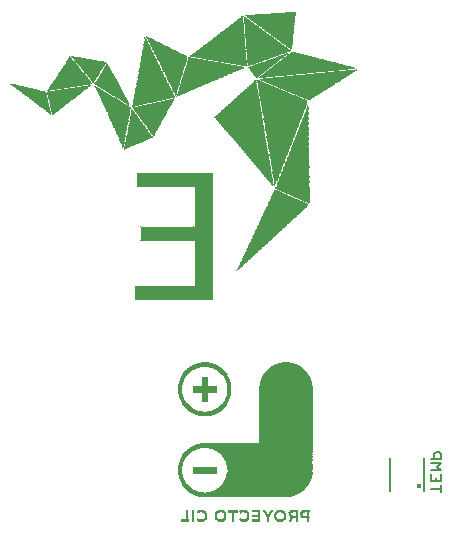
<source format=gbo>
G75*
%MOIN*%
%OFA0B0*%
%FSLAX24Y24*%
%IPPOS*%
%LPD*%
%AMOC8*
5,1,8,0,0,1.08239X$1,22.5*
%
%ADD10C,0.0080*%
%ADD11C,0.0157*%
%ADD12C,0.0070*%
%ADD13R,0.2622X0.0006*%
%ADD14R,0.2622X0.0006*%
%ADD15R,0.2628X0.0006*%
%ADD16R,0.2628X0.0006*%
%ADD17R,0.0612X0.0006*%
%ADD18R,0.0606X0.0006*%
%ADD19R,0.0606X0.0006*%
%ADD20R,0.0006X0.0006*%
%ADD21R,0.0012X0.0006*%
%ADD22R,0.0012X0.0006*%
%ADD23R,0.0018X0.0006*%
%ADD24R,0.0018X0.0006*%
%ADD25R,0.0024X0.0006*%
%ADD26R,0.0030X0.0006*%
%ADD27R,0.0036X0.0006*%
%ADD28R,0.0042X0.0006*%
%ADD29R,0.0042X0.0006*%
%ADD30R,0.0048X0.0006*%
%ADD31R,0.0048X0.0006*%
%ADD32R,0.0054X0.0006*%
%ADD33R,0.0060X0.0006*%
%ADD34R,0.0066X0.0006*%
%ADD35R,0.0066X0.0006*%
%ADD36R,0.0072X0.0006*%
%ADD37R,0.0084X0.0006*%
%ADD38R,0.0084X0.0006*%
%ADD39R,0.0090X0.0006*%
%ADD40R,0.0090X0.0006*%
%ADD41R,0.0096X0.0006*%
%ADD42R,0.0102X0.0006*%
%ADD43R,0.0102X0.0006*%
%ADD44R,0.0108X0.0006*%
%ADD45R,0.0114X0.0006*%
%ADD46R,0.0126X0.0006*%
%ADD47R,0.0126X0.0006*%
%ADD48R,0.0132X0.0006*%
%ADD49R,0.0138X0.0006*%
%ADD50R,0.0138X0.0006*%
%ADD51R,0.0144X0.0006*%
%ADD52R,0.0144X0.0006*%
%ADD53R,0.0150X0.0006*%
%ADD54R,0.0156X0.0006*%
%ADD55R,0.0156X0.0006*%
%ADD56R,0.0168X0.0006*%
%ADD57R,0.0174X0.0006*%
%ADD58R,0.0180X0.0006*%
%ADD59R,0.0186X0.0006*%
%ADD60R,0.0192X0.0006*%
%ADD61R,0.0198X0.0006*%
%ADD62R,0.0198X0.0006*%
%ADD63R,0.0210X0.0006*%
%ADD64R,0.0216X0.0006*%
%ADD65R,0.0216X0.0006*%
%ADD66R,0.0222X0.0006*%
%ADD67R,0.0222X0.0006*%
%ADD68R,0.0228X0.0006*%
%ADD69R,0.0234X0.0006*%
%ADD70R,0.0234X0.0006*%
%ADD71R,0.0240X0.0006*%
%ADD72R,0.0246X0.0006*%
%ADD73R,0.0252X0.0006*%
%ADD74R,0.0258X0.0006*%
%ADD75R,0.0258X0.0006*%
%ADD76R,0.0264X0.0006*%
%ADD77R,0.0270X0.0006*%
%ADD78R,0.0270X0.0006*%
%ADD79R,0.0276X0.0006*%
%ADD80R,0.0276X0.0006*%
%ADD81R,0.0282X0.0006*%
%ADD82R,0.0288X0.0006*%
%ADD83R,0.0294X0.0006*%
%ADD84R,0.0294X0.0006*%
%ADD85R,0.0300X0.0006*%
%ADD86R,0.0306X0.0006*%
%ADD87R,0.0312X0.0006*%
%ADD88R,0.0312X0.0006*%
%ADD89R,0.0318X0.0006*%
%ADD90R,0.0318X0.0006*%
%ADD91R,0.0324X0.0006*%
%ADD92R,0.0324X0.0006*%
%ADD93R,0.0336X0.0006*%
%ADD94R,0.0342X0.0006*%
%ADD95R,0.0342X0.0006*%
%ADD96R,0.0348X0.0006*%
%ADD97R,0.0354X0.0006*%
%ADD98R,0.0360X0.0006*%
%ADD99R,0.0366X0.0006*%
%ADD100R,0.0366X0.0006*%
%ADD101R,0.0372X0.0006*%
%ADD102R,0.0378X0.0006*%
%ADD103R,0.0384X0.0006*%
%ADD104R,0.0384X0.0006*%
%ADD105R,0.0390X0.0006*%
%ADD106R,0.0396X0.0006*%
%ADD107R,0.0396X0.0006*%
%ADD108R,0.0402X0.0006*%
%ADD109R,0.0402X0.0006*%
%ADD110R,0.0408X0.0006*%
%ADD111R,0.0408X0.0006*%
%ADD112R,0.0420X0.0006*%
%ADD113R,0.0426X0.0006*%
%ADD114R,0.0426X0.0006*%
%ADD115R,0.0432X0.0006*%
%ADD116R,0.0438X0.0006*%
%ADD117R,0.0438X0.0006*%
%ADD118R,0.0444X0.0006*%
%ADD119R,0.0444X0.0006*%
%ADD120R,0.0450X0.0006*%
%ADD121R,0.0456X0.0006*%
%ADD122R,0.0462X0.0006*%
%ADD123R,0.0468X0.0006*%
%ADD124R,0.0474X0.0006*%
%ADD125R,0.0474X0.0006*%
%ADD126R,0.0480X0.0006*%
%ADD127R,0.0486X0.0006*%
%ADD128R,0.0492X0.0006*%
%ADD129R,0.0492X0.0006*%
%ADD130R,0.0498X0.0006*%
%ADD131R,0.0504X0.0006*%
%ADD132R,0.0510X0.0006*%
%ADD133R,0.0516X0.0006*%
%ADD134R,0.0516X0.0006*%
%ADD135R,0.0522X0.0006*%
%ADD136R,0.0528X0.0006*%
%ADD137R,0.0528X0.0006*%
%ADD138R,0.0534X0.0006*%
%ADD139R,0.0540X0.0006*%
%ADD140R,0.0552X0.0006*%
%ADD141R,0.0552X0.0006*%
%ADD142R,0.0558X0.0006*%
%ADD143R,0.0558X0.0006*%
%ADD144R,0.0564X0.0006*%
%ADD145R,0.0564X0.0006*%
%ADD146R,0.0570X0.0006*%
%ADD147R,0.0570X0.0006*%
%ADD148R,0.0576X0.0006*%
%ADD149R,0.0582X0.0006*%
%ADD150R,0.0588X0.0006*%
%ADD151R,0.0594X0.0006*%
%ADD152R,0.0594X0.0006*%
%ADD153R,0.0600X0.0006*%
%ADD154R,0.0618X0.0006*%
%ADD155R,0.0624X0.0006*%
%ADD156R,0.0624X0.0006*%
%ADD157R,0.0636X0.0006*%
%ADD158R,0.2412X0.0006*%
%ADD159R,0.0636X0.0006*%
%ADD160R,0.0642X0.0006*%
%ADD161R,0.0642X0.0006*%
%ADD162R,0.2412X0.0006*%
%ADD163R,0.0648X0.0006*%
%ADD164R,0.0648X0.0006*%
%ADD165R,0.0654X0.0006*%
%ADD166R,0.0660X0.0006*%
%ADD167R,0.0666X0.0006*%
%ADD168R,0.0666X0.0006*%
%ADD169R,0.0678X0.0006*%
%ADD170R,0.0678X0.0006*%
%ADD171R,0.0684X0.0006*%
%ADD172R,0.0684X0.0006*%
%ADD173R,0.0690X0.0006*%
%ADD174R,0.0696X0.0006*%
%ADD175R,0.0696X0.0006*%
%ADD176R,0.0702X0.0006*%
%ADD177R,0.0708X0.0006*%
%ADD178R,0.0714X0.0006*%
%ADD179R,0.0720X0.0006*%
%ADD180R,0.0726X0.0006*%
%ADD181R,0.0732X0.0006*%
%ADD182R,0.0738X0.0006*%
%ADD183R,0.0738X0.0006*%
%ADD184R,0.0744X0.0006*%
%ADD185R,0.0750X0.0006*%
%ADD186R,0.0750X0.0006*%
%ADD187R,0.0762X0.0006*%
%ADD188R,0.0768X0.0006*%
%ADD189R,0.0768X0.0006*%
%ADD190R,0.0774X0.0006*%
%ADD191R,0.0774X0.0006*%
%ADD192R,0.0780X0.0006*%
%ADD193R,0.0786X0.0006*%
%ADD194R,0.0792X0.0006*%
%ADD195R,0.0792X0.0006*%
%ADD196R,0.0804X0.0006*%
%ADD197R,0.0804X0.0006*%
%ADD198R,0.0810X0.0006*%
%ADD199R,0.0810X0.0006*%
%ADD200R,0.0816X0.0006*%
%ADD201R,0.0822X0.0006*%
%ADD202R,0.0828X0.0006*%
%ADD203R,0.0828X0.0006*%
%ADD204R,0.0834X0.0006*%
%ADD205R,0.0834X0.0006*%
%ADD206R,0.0846X0.0006*%
%ADD207R,0.0852X0.0006*%
%ADD208R,0.0852X0.0006*%
%ADD209R,0.0858X0.0006*%
%ADD210R,0.0864X0.0006*%
%ADD211R,0.0864X0.0006*%
%ADD212R,0.0870X0.0006*%
%ADD213R,0.0876X0.0006*%
%ADD214R,0.0888X0.0006*%
%ADD215R,0.0888X0.0006*%
%ADD216R,0.0894X0.0006*%
%ADD217R,0.0900X0.0006*%
%ADD218R,0.0906X0.0006*%
%ADD219R,0.0906X0.0006*%
%ADD220R,0.0912X0.0006*%
%ADD221R,0.0912X0.0006*%
%ADD222R,0.0918X0.0006*%
%ADD223R,0.0918X0.0006*%
%ADD224R,0.0924X0.0006*%
%ADD225R,0.0930X0.0006*%
%ADD226R,0.0936X0.0006*%
%ADD227R,0.0942X0.0006*%
%ADD228R,0.0942X0.0006*%
%ADD229R,0.0948X0.0006*%
%ADD230R,0.0948X0.0006*%
%ADD231R,0.0954X0.0006*%
%ADD232R,0.0954X0.0006*%
%ADD233R,0.0960X0.0006*%
%ADD234R,0.0972X0.0006*%
%ADD235R,0.0978X0.0006*%
%ADD236R,0.0978X0.0006*%
%ADD237R,0.0984X0.0006*%
%ADD238R,0.0990X0.0006*%
%ADD239R,0.0996X0.0006*%
%ADD240R,0.0996X0.0006*%
%ADD241R,0.1002X0.0006*%
%ADD242R,0.1008X0.0006*%
%ADD243R,0.1014X0.0006*%
%ADD244R,0.1020X0.0006*%
%ADD245R,0.1026X0.0006*%
%ADD246R,0.1026X0.0006*%
%ADD247R,0.1032X0.0006*%
%ADD248R,0.1038X0.0006*%
%ADD249R,0.1044X0.0006*%
%ADD250R,0.1050X0.0006*%
%ADD251R,0.1056X0.0006*%
%ADD252R,0.1062X0.0006*%
%ADD253R,0.1068X0.0006*%
%ADD254R,0.1068X0.0006*%
%ADD255R,0.1074X0.0006*%
%ADD256R,0.1074X0.0006*%
%ADD257R,0.1080X0.0006*%
%ADD258R,0.1086X0.0006*%
%ADD259R,0.1092X0.0006*%
%ADD260R,0.1098X0.0006*%
%ADD261R,0.1104X0.0006*%
%ADD262R,0.1110X0.0006*%
%ADD263R,0.1110X0.0006*%
%ADD264R,0.1116X0.0006*%
%ADD265R,0.1122X0.0006*%
%ADD266R,0.1122X0.0006*%
%ADD267R,0.1128X0.0006*%
%ADD268R,0.1134X0.0006*%
%ADD269R,0.1140X0.0006*%
%ADD270R,0.1146X0.0006*%
%ADD271R,0.1146X0.0006*%
%ADD272R,0.1152X0.0006*%
%ADD273R,0.1158X0.0006*%
%ADD274R,0.1164X0.0006*%
%ADD275R,0.1164X0.0006*%
%ADD276R,0.1170X0.0006*%
%ADD277R,0.1176X0.0006*%
%ADD278R,0.1182X0.0006*%
%ADD279R,0.1188X0.0006*%
%ADD280R,0.1188X0.0006*%
%ADD281R,0.1194X0.0006*%
%ADD282R,0.1194X0.0006*%
%ADD283R,0.1200X0.0006*%
%ADD284R,0.1200X0.0006*%
%ADD285R,0.1206X0.0006*%
%ADD286R,0.1212X0.0006*%
%ADD287R,0.1212X0.0006*%
%ADD288R,0.1218X0.0006*%
%ADD289R,0.1218X0.0006*%
%ADD290R,0.1230X0.0006*%
%ADD291R,0.1236X0.0006*%
%ADD292R,0.1236X0.0006*%
%ADD293R,0.1242X0.0006*%
%ADD294R,0.1248X0.0006*%
%ADD295R,0.1254X0.0006*%
%ADD296R,0.1254X0.0006*%
%ADD297R,0.1260X0.0006*%
%ADD298R,0.1266X0.0006*%
%ADD299R,0.1272X0.0006*%
%ADD300R,0.1278X0.0006*%
%ADD301R,0.1278X0.0006*%
%ADD302R,0.1284X0.0006*%
%ADD303R,0.1290X0.0006*%
%ADD304R,0.1290X0.0006*%
%ADD305R,0.1296X0.0006*%
%ADD306R,0.1296X0.0006*%
%ADD307R,0.1302X0.0006*%
%ADD308R,0.1302X0.0006*%
%ADD309R,0.1314X0.0006*%
%ADD310R,0.1314X0.0006*%
%ADD311R,0.1320X0.0006*%
%ADD312R,0.1326X0.0006*%
%ADD313R,0.1332X0.0006*%
%ADD314R,0.1332X0.0006*%
%ADD315R,0.1338X0.0006*%
%ADD316R,0.1344X0.0006*%
%ADD317R,0.1344X0.0006*%
%ADD318R,0.1356X0.0006*%
%ADD319R,0.1362X0.0006*%
%ADD320R,0.1350X0.0006*%
%ADD321R,0.1260X0.0006*%
%ADD322R,0.1248X0.0006*%
%ADD323R,0.1218X0.0006*%
%ADD324R,0.0042X0.0006*%
%ADD325R,0.1182X0.0006*%
%ADD326R,0.1152X0.0006*%
%ADD327R,0.1116X0.0006*%
%ADD328R,0.0108X0.0006*%
%ADD329R,0.1104X0.0006*%
%ADD330R,0.0120X0.0006*%
%ADD331R,0.1068X0.0006*%
%ADD332R,0.1050X0.0006*%
%ADD333R,0.0162X0.0006*%
%ADD334R,0.0174X0.0006*%
%ADD335R,0.0192X0.0006*%
%ADD336R,0.0204X0.0006*%
%ADD337R,0.0972X0.0006*%
%ADD338R,0.0954X0.0006*%
%ADD339R,0.0246X0.0006*%
%ADD340R,0.0936X0.0006*%
%ADD341R,0.0906X0.0006*%
%ADD342R,0.0894X0.0006*%
%ADD343R,0.0312X0.0006*%
%ADD344R,0.0858X0.0006*%
%ADD345R,0.0324X0.0006*%
%ADD346R,0.0840X0.0006*%
%ADD347R,0.0822X0.0006*%
%ADD348R,0.0792X0.0006*%
%ADD349R,0.0378X0.0006*%
%ADD350R,0.0762X0.0006*%
%ADD351R,0.0738X0.0006*%
%ADD352R,0.0432X0.0006*%
%ADD353R,0.0708X0.0006*%
%ADD354R,0.0450X0.0006*%
%ADD355R,0.0690X0.0006*%
%ADD356R,0.0462X0.0006*%
%ADD357R,0.0672X0.0006*%
%ADD358R,0.0660X0.0006*%
%ADD359R,0.0516X0.0006*%
%ADD360R,0.0612X0.0006*%
%ADD361R,0.0528X0.0006*%
%ADD362R,0.0552X0.0006*%
%ADD363R,0.0546X0.0006*%
%ADD364R,0.0582X0.0006*%
%ADD365R,0.0528X0.0006*%
%ADD366R,0.0648X0.0006*%
%ADD367R,0.0444X0.0006*%
%ADD368R,0.0426X0.0006*%
%ADD369R,0.0414X0.0006*%
%ADD370R,0.0384X0.0006*%
%ADD371R,0.0714X0.0006*%
%ADD372R,0.0348X0.0006*%
%ADD373R,0.0756X0.0006*%
%ADD374R,0.0786X0.0006*%
%ADD375R,0.0282X0.0006*%
%ADD376R,0.0798X0.0006*%
%ADD377R,0.0252X0.0006*%
%ADD378R,0.0828X0.0006*%
%ADD379R,0.0204X0.0006*%
%ADD380R,0.0180X0.0006*%
%ADD381R,0.0918X0.0006*%
%ADD382R,0.0120X0.0006*%
%ADD383R,0.0102X0.0006*%
%ADD384R,0.0984X0.0006*%
%ADD385R,0.0036X0.0006*%
%ADD386R,0.0024X0.0006*%
%ADD387R,0.1038X0.0006*%
%ADD388R,0.1092X0.0006*%
%ADD389R,0.1116X0.0006*%
%ADD390R,0.0612X0.0006*%
%ADD391R,0.1098X0.0006*%
%ADD392R,0.2520X0.0006*%
%ADD393R,0.2520X0.0006*%
%ADD394R,0.1086X0.0006*%
%ADD395R,0.0006X0.0006*%
%ADD396R,0.0012X0.0006*%
%ADD397R,0.0030X0.0006*%
%ADD398R,0.1074X0.0006*%
%ADD399R,0.0024X0.0006*%
%ADD400R,0.0036X0.0006*%
%ADD401R,0.0048X0.0006*%
%ADD402R,0.1062X0.0006*%
%ADD403R,0.0036X0.0006*%
%ADD404R,0.0054X0.0006*%
%ADD405R,0.0072X0.0006*%
%ADD406R,0.0078X0.0006*%
%ADD407R,0.1038X0.0006*%
%ADD408R,0.0072X0.0006*%
%ADD409R,0.1032X0.0006*%
%ADD410R,0.0108X0.0006*%
%ADD411R,0.1026X0.0006*%
%ADD412R,0.0114X0.0006*%
%ADD413R,0.0126X0.0006*%
%ADD414R,0.0108X0.0006*%
%ADD415R,0.0138X0.0006*%
%ADD416R,0.1014X0.0006*%
%ADD417R,0.0114X0.0006*%
%ADD418R,0.1002X0.0006*%
%ADD419R,0.0126X0.0006*%
%ADD420R,0.1002X0.0006*%
%ADD421R,0.0162X0.0006*%
%ADD422R,0.0168X0.0006*%
%ADD423R,0.0132X0.0006*%
%ADD424R,0.0990X0.0006*%
%ADD425R,0.0132X0.0006*%
%ADD426R,0.0186X0.0006*%
%ADD427R,0.0150X0.0006*%
%ADD428R,0.0192X0.0006*%
%ADD429R,0.0156X0.0006*%
%ADD430R,0.0204X0.0006*%
%ADD431R,0.0966X0.0006*%
%ADD432R,0.0168X0.0006*%
%ADD433R,0.0966X0.0006*%
%ADD434R,0.0228X0.0006*%
%ADD435R,0.0948X0.0006*%
%ADD436R,0.0186X0.0006*%
%ADD437R,0.0240X0.0006*%
%ADD438R,0.0258X0.0006*%
%ADD439R,0.0936X0.0006*%
%ADD440R,0.0930X0.0006*%
%ADD441R,0.0222X0.0006*%
%ADD442R,0.0276X0.0006*%
%ADD443R,0.0282X0.0006*%
%ADD444R,0.0288X0.0006*%
%ADD445R,0.0918X0.0006*%
%ADD446R,0.0300X0.0006*%
%ADD447R,0.2514X0.0006*%
%ADD448R,0.0306X0.0006*%
%ADD449R,0.0312X0.0006*%
%ADD450R,0.0906X0.0006*%
%ADD451R,0.0252X0.0006*%
%ADD452R,0.0318X0.0006*%
%ADD453R,0.0330X0.0006*%
%ADD454R,0.0894X0.0006*%
%ADD455R,0.0336X0.0006*%
%ADD456R,0.0882X0.0006*%
%ADD457R,0.0882X0.0006*%
%ADD458R,0.0288X0.0006*%
%ADD459R,0.0360X0.0006*%
%ADD460R,0.0876X0.0006*%
%ADD461R,0.0870X0.0006*%
%ADD462R,0.0306X0.0006*%
%ADD463R,0.0858X0.0006*%
%ADD464R,0.0402X0.0006*%
%ADD465R,0.0852X0.0006*%
%ADD466R,0.0846X0.0006*%
%ADD467R,0.0336X0.0006*%
%ADD468R,0.0846X0.0006*%
%ADD469R,0.0336X0.0006*%
%ADD470R,0.0420X0.0006*%
%ADD471R,0.0348X0.0006*%
%ADD472R,0.0834X0.0006*%
%ADD473R,0.0354X0.0006*%
%ADD474R,0.0456X0.0006*%
%ADD475R,0.0822X0.0006*%
%ADD476R,0.0372X0.0006*%
%ADD477R,0.0462X0.0006*%
%ADD478R,0.0816X0.0006*%
%ADD479R,0.0468X0.0006*%
%ADD480R,0.0390X0.0006*%
%ADD481R,0.0486X0.0006*%
%ADD482R,0.0798X0.0006*%
%ADD483R,0.0408X0.0006*%
%ADD484R,0.0504X0.0006*%
%ADD485R,0.0414X0.0006*%
%ADD486R,0.0786X0.0006*%
%ADD487R,0.0522X0.0006*%
%ADD488R,0.0774X0.0006*%
%ADD489R,0.0768X0.0006*%
%ADD490R,0.0438X0.0006*%
%ADD491R,0.0546X0.0006*%
%ADD492R,0.0546X0.0006*%
%ADD493R,0.0756X0.0006*%
%ADD494R,0.0564X0.0006*%
%ADD495R,0.0582X0.0006*%
%ADD496R,0.0744X0.0006*%
%ADD497R,0.0474X0.0006*%
%ADD498R,0.0744X0.0006*%
%ADD499R,0.0588X0.0006*%
%ADD500R,0.0732X0.0006*%
%ADD501R,0.0498X0.0006*%
%ADD502R,0.0510X0.0006*%
%ADD503R,0.0630X0.0006*%
%ADD504R,0.0720X0.0006*%
%ADD505R,0.0630X0.0006*%
%ADD506R,0.0642X0.0006*%
%ADD507R,0.0708X0.0006*%
%ADD508R,0.0522X0.0006*%
%ADD509R,0.0702X0.0006*%
%ADD510R,0.0534X0.0006*%
%ADD511R,0.0666X0.0006*%
%ADD512R,0.0672X0.0006*%
%ADD513R,0.0684X0.0006*%
%ADD514R,0.0672X0.0006*%
%ADD515R,0.0714X0.0006*%
%ADD516R,0.0666X0.0006*%
%ADD517R,0.0588X0.0006*%
%ADD518R,0.0654X0.0006*%
%ADD519R,0.0654X0.0006*%
%ADD520R,0.0618X0.0006*%
%ADD521R,0.0618X0.0006*%
%ADD522R,0.0768X0.0006*%
%ADD523R,0.0636X0.0006*%
%ADD524R,0.0624X0.0006*%
%ADD525R,0.0654X0.0006*%
%ADD526R,0.0834X0.0006*%
%ADD527R,0.0594X0.0006*%
%ADD528R,0.0024X0.0006*%
%ADD529R,0.0876X0.0006*%
%ADD530R,0.0084X0.0006*%
%ADD531R,0.0564X0.0006*%
%ADD532R,0.0726X0.0006*%
%ADD533R,0.0732X0.0006*%
%ADD534R,0.0552X0.0006*%
%ADD535R,0.0912X0.0006*%
%ADD536R,0.0924X0.0006*%
%ADD537R,0.0540X0.0006*%
%ADD538R,0.0942X0.0006*%
%ADD539R,0.0948X0.0006*%
%ADD540R,0.0342X0.0006*%
%ADD541R,0.0072X0.0006*%
%ADD542R,0.0534X0.0006*%
%ADD543R,0.0078X0.0006*%
%ADD544R,0.0792X0.0006*%
%ADD545R,0.0978X0.0006*%
%ADD546R,0.0096X0.0006*%
%ADD547R,0.0798X0.0006*%
%ADD548R,0.0438X0.0006*%
%ADD549R,0.0522X0.0006*%
%ADD550R,0.0822X0.0006*%
%ADD551R,0.0132X0.0006*%
%ADD552R,0.0480X0.0006*%
%ADD553R,0.0840X0.0006*%
%ADD554R,0.1032X0.0006*%
%ADD555R,0.0600X0.0006*%
%ADD556R,0.1056X0.0006*%
%ADD557R,0.0468X0.0006*%
%ADD558R,0.1056X0.0006*%
%ADD559R,0.1062X0.0006*%
%ADD560R,0.1080X0.0006*%
%ADD561R,0.0198X0.0006*%
%ADD562R,0.0882X0.0006*%
%ADD563R,0.0888X0.0006*%
%ADD564R,0.0786X0.0006*%
%ADD565R,0.1098X0.0006*%
%ADD566R,0.0798X0.0006*%
%ADD567R,0.0210X0.0006*%
%ADD568R,0.0432X0.0006*%
%ADD569R,0.0912X0.0006*%
%ADD570R,0.0228X0.0006*%
%ADD571R,0.0234X0.0006*%
%ADD572R,0.1140X0.0006*%
%ADD573R,0.1158X0.0006*%
%ADD574R,0.0804X0.0006*%
%ADD575R,0.1176X0.0006*%
%ADD576R,0.0396X0.0006*%
%ADD577R,0.1176X0.0006*%
%ADD578R,0.0774X0.0006*%
%ADD579R,0.1182X0.0006*%
%ADD580R,0.0972X0.0006*%
%ADD581R,0.0378X0.0006*%
%ADD582R,0.0378X0.0006*%
%ADD583R,0.1224X0.0006*%
%ADD584R,0.1224X0.0006*%
%ADD585R,0.0174X0.0006*%
%ADD586R,0.1002X0.0006*%
%ADD587R,0.1242X0.0006*%
%ADD588R,0.0186X0.0006*%
%ADD589R,0.1014X0.0006*%
%ADD590R,0.1020X0.0006*%
%ADD591R,0.0366X0.0006*%
%ADD592R,0.1272X0.0006*%
%ADD593R,0.0372X0.0006*%
%ADD594R,0.1278X0.0006*%
%ADD595R,0.1278X0.0006*%
%ADD596R,0.0264X0.0006*%
%ADD597R,0.0636X0.0006*%
%ADD598R,0.0330X0.0006*%
%ADD599R,0.1302X0.0006*%
%ADD600R,0.1308X0.0006*%
%ADD601R,0.1314X0.0006*%
%ADD602R,0.1326X0.0006*%
%ADD603R,0.0342X0.0006*%
%ADD604R,0.1332X0.0006*%
%ADD605R,0.1338X0.0006*%
%ADD606R,0.1092X0.0006*%
%ADD607R,0.1344X0.0006*%
%ADD608R,0.1350X0.0006*%
%ADD609R,0.1098X0.0006*%
%ADD610R,0.0456X0.0006*%
%ADD611R,0.0288X0.0006*%
%ADD612R,0.1362X0.0006*%
%ADD613R,0.0462X0.0006*%
%ADD614R,0.1368X0.0006*%
%ADD615R,0.0516X0.0006*%
%ADD616R,0.1374X0.0006*%
%ADD617R,0.1380X0.0006*%
%ADD618R,0.1386X0.0006*%
%ADD619R,0.0498X0.0006*%
%ADD620R,0.1392X0.0006*%
%ADD621R,0.1398X0.0006*%
%ADD622R,0.1404X0.0006*%
%ADD623R,0.0498X0.0006*%
%ADD624R,0.1410X0.0006*%
%ADD625R,0.1146X0.0006*%
%ADD626R,0.1416X0.0006*%
%ADD627R,0.1422X0.0006*%
%ADD628R,0.0252X0.0006*%
%ADD629R,0.1422X0.0006*%
%ADD630R,0.1158X0.0006*%
%ADD631R,0.1428X0.0006*%
%ADD632R,0.1434X0.0006*%
%ADD633R,0.1440X0.0006*%
%ADD634R,0.1446X0.0006*%
%ADD635R,0.1446X0.0006*%
%ADD636R,0.0576X0.0006*%
%ADD637R,0.0414X0.0006*%
%ADD638R,0.1452X0.0006*%
%ADD639R,0.0402X0.0006*%
%ADD640R,0.1458X0.0006*%
%ADD641R,0.1464X0.0006*%
%ADD642R,0.0606X0.0006*%
%ADD643R,0.0228X0.0006*%
%ADD644R,0.1194X0.0006*%
%ADD645R,0.1470X0.0006*%
%ADD646R,0.0618X0.0006*%
%ADD647R,0.0558X0.0006*%
%ADD648R,0.1476X0.0006*%
%ADD649R,0.1482X0.0006*%
%ADD650R,0.1206X0.0006*%
%ADD651R,0.1488X0.0006*%
%ADD652R,0.1494X0.0006*%
%ADD653R,0.1500X0.0006*%
%ADD654R,0.0588X0.0006*%
%ADD655R,0.0204X0.0006*%
%ADD656R,0.1224X0.0006*%
%ADD657R,0.1506X0.0006*%
%ADD658R,0.1224X0.0006*%
%ADD659R,0.1512X0.0006*%
%ADD660R,0.1518X0.0006*%
%ADD661R,0.1236X0.0006*%
%ADD662R,0.1524X0.0006*%
%ADD663R,0.1242X0.0006*%
%ADD664R,0.1524X0.0006*%
%ADD665R,0.1242X0.0006*%
%ADD666R,0.1530X0.0006*%
%ADD667R,0.1536X0.0006*%
%ADD668R,0.1542X0.0006*%
%ADD669R,0.1548X0.0006*%
%ADD670R,0.1554X0.0006*%
%ADD671R,0.1554X0.0006*%
%ADD672R,0.1560X0.0006*%
%ADD673R,0.1566X0.0006*%
%ADD674R,0.1572X0.0006*%
%ADD675R,0.0648X0.0006*%
%ADD676R,0.1572X0.0006*%
%ADD677R,0.1554X0.0006*%
%ADD678R,0.1542X0.0006*%
%ADD679R,0.1296X0.0006*%
%ADD680R,0.1536X0.0006*%
%ADD681R,0.0216X0.0006*%
%ADD682R,0.0864X0.0006*%
%ADD683R,0.1512X0.0006*%
%ADD684R,0.1506X0.0006*%
%ADD685R,0.1500X0.0006*%
%ADD686R,0.1488X0.0006*%
%ADD687R,0.1470X0.0006*%
%ADD688R,0.1320X0.0006*%
%ADD689R,0.1458X0.0006*%
%ADD690R,0.0924X0.0006*%
%ADD691R,0.0162X0.0006*%
%ADD692R,0.0708X0.0006*%
%ADD693R,0.1452X0.0006*%
%ADD694R,0.1434X0.0006*%
%ADD695R,0.0006X0.0006*%
%ADD696R,0.1338X0.0006*%
%ADD697R,0.1422X0.0006*%
%ADD698R,0.0726X0.0006*%
%ADD699R,0.0018X0.0006*%
%ADD700R,0.1356X0.0006*%
%ADD701R,0.1386X0.0006*%
%ADD702R,0.1008X0.0006*%
%ADD703R,0.1362X0.0006*%
%ADD704R,0.1374X0.0006*%
%ADD705R,0.1008X0.0006*%
%ADD706R,0.1368X0.0006*%
%ADD707R,0.1374X0.0006*%
%ADD708R,0.0078X0.0006*%
%ADD709R,0.1344X0.0006*%
%ADD710R,0.0066X0.0006*%
%ADD711R,0.1386X0.0006*%
%ADD712R,0.1308X0.0006*%
%ADD713R,0.0054X0.0006*%
%ADD714R,0.1398X0.0006*%
%ADD715R,0.1404X0.0006*%
%ADD716R,0.1272X0.0006*%
%ADD717R,0.1128X0.0006*%
%ADD718R,0.0246X0.0006*%
%ADD719R,0.1416X0.0006*%
%ADD720R,0.1422X0.0006*%
%ADD721R,0.0060X0.0006*%
%ADD722R,0.1230X0.0006*%
%ADD723R,0.0828X0.0006*%
%ADD724R,0.0048X0.0006*%
%ADD725R,0.1440X0.0006*%
%ADD726R,0.1188X0.0006*%
%ADD727R,0.0846X0.0006*%
%ADD728R,0.1182X0.0006*%
%ADD729R,0.1446X0.0006*%
%ADD730R,0.1458X0.0006*%
%ADD731R,0.1152X0.0006*%
%ADD732R,0.1134X0.0006*%
%ADD733R,0.1476X0.0006*%
%ADD734R,0.0984X0.0006*%
%ADD735R,0.0966X0.0006*%
%ADD736R,0.0012X0.0006*%
%ADD737R,0.0114X0.0006*%
%ADD738R,0.0762X0.0006*%
%ADD739R,0.0144X0.0006*%
%ADD740R,0.0492X0.0006*%
%ADD741R,0.0732X0.0006*%
%ADD742R,0.0348X0.0006*%
%ADD743R,0.1032X0.0006*%
%ADD744R,0.1518X0.0006*%
%ADD745R,0.1524X0.0006*%
%ADD746R,0.1524X0.0006*%
%ADD747R,0.0678X0.0006*%
%ADD748R,0.0558X0.0006*%
%ADD749R,0.1542X0.0006*%
%ADD750R,0.0960X0.0006*%
%ADD751R,0.0408X0.0006*%
%ADD752R,0.0612X0.0006*%
%ADD753R,0.1560X0.0006*%
%ADD754R,0.0642X0.0006*%
%ADD755R,0.0696X0.0006*%
%ADD756R,0.1536X0.0006*%
%ADD757R,0.0576X0.0006*%
%ADD758R,0.0858X0.0006*%
%ADD759R,0.0198X0.0006*%
%ADD760R,0.0900X0.0006*%
%ADD761R,0.0096X0.0006*%
%ADD762R,0.0216X0.0006*%
%ADD763R,0.0546X0.0006*%
%ADD764R,0.1404X0.0006*%
%ADD765R,0.0504X0.0006*%
%ADD766R,0.0582X0.0006*%
%ADD767R,0.1308X0.0006*%
%ADD768R,0.1296X0.0006*%
%ADD769R,0.1266X0.0006*%
%ADD770R,0.0696X0.0006*%
%ADD771R,0.1338X0.0006*%
%ADD772R,0.0042X0.0006*%
%ADD773R,0.1314X0.0006*%
%ADD774R,0.0978X0.0006*%
%ADD775R,0.0102X0.0006*%
%ADD776R,0.1014X0.0006*%
%ADD777R,0.0756X0.0006*%
%ADD778R,0.0744X0.0006*%
%ADD779R,0.1044X0.0006*%
%ADD780R,0.1158X0.0006*%
%ADD781R,0.0294X0.0006*%
%ADD782R,0.0468X0.0006*%
%ADD783R,0.1218X0.0006*%
%ADD784R,0.0738X0.0006*%
%ADD785R,0.1284X0.0006*%
%ADD786R,0.0144X0.0006*%
%ADD787R,0.0162X0.0006*%
%ADD788R,0.1356X0.0006*%
%ADD789R,0.1398X0.0006*%
%ADD790R,0.0702X0.0006*%
%ADD791R,0.1428X0.0006*%
%ADD792R,0.1518X0.0006*%
%ADD793R,0.1572X0.0006*%
%ADD794R,0.1590X0.0006*%
%ADD795R,0.1620X0.0006*%
%ADD796R,0.1638X0.0006*%
%ADD797R,0.1134X0.0006*%
%ADD798R,0.1662X0.0006*%
%ADD799R,0.1692X0.0006*%
%ADD800R,0.1710X0.0006*%
%ADD801R,0.1740X0.0006*%
%ADD802R,0.1122X0.0006*%
%ADD803R,0.1758X0.0006*%
%ADD804R,0.0276X0.0006*%
%ADD805R,0.1782X0.0006*%
%ADD806R,0.0486X0.0006*%
%ADD807R,0.1812X0.0006*%
%ADD808R,0.1830X0.0006*%
%ADD809R,0.1104X0.0006*%
%ADD810R,0.1854X0.0006*%
%ADD811R,0.1884X0.0006*%
%ADD812R,0.0432X0.0006*%
%ADD813R,0.1902X0.0006*%
%ADD814R,0.1926X0.0006*%
%ADD815R,0.1950X0.0006*%
%ADD816R,0.1974X0.0006*%
%ADD817R,0.1998X0.0006*%
%ADD818R,0.1074X0.0006*%
%ADD819R,0.2022X0.0006*%
%ADD820R,0.2046X0.0006*%
%ADD821R,0.2070X0.0006*%
%ADD822R,0.2094X0.0006*%
%ADD823R,0.2118X0.0006*%
%ADD824R,0.1248X0.0006*%
%ADD825R,0.2142X0.0006*%
%ADD826R,0.2166X0.0006*%
%ADD827R,0.2190X0.0006*%
%ADD828R,0.0258X0.0006*%
%ADD829R,0.2214X0.0006*%
%ADD830R,0.2232X0.0006*%
%ADD831R,0.2262X0.0006*%
%ADD832R,0.2286X0.0006*%
%ADD833R,0.2310X0.0006*%
%ADD834R,0.2334X0.0006*%
%ADD835R,0.2352X0.0006*%
%ADD836R,0.0168X0.0006*%
%ADD837R,0.2382X0.0006*%
%ADD838R,0.2400X0.0006*%
%ADD839R,0.2424X0.0006*%
%ADD840R,0.2454X0.0006*%
%ADD841R,0.2472X0.0006*%
%ADD842R,0.1008X0.0006*%
%ADD843R,0.0078X0.0006*%
%ADD844R,0.2502X0.0006*%
%ADD845R,0.2544X0.0006*%
%ADD846R,0.2574X0.0006*%
%ADD847R,0.2592X0.0006*%
%ADD848R,0.2616X0.0006*%
%ADD849R,0.2640X0.0006*%
%ADD850R,0.2664X0.0006*%
%ADD851R,0.2694X0.0006*%
%ADD852R,0.2712X0.0006*%
%ADD853R,0.1122X0.0006*%
%ADD854R,0.2736X0.0006*%
%ADD855R,0.2748X0.0006*%
%ADD856R,0.2646X0.0006*%
%ADD857R,0.2586X0.0006*%
%ADD858R,0.0936X0.0006*%
%ADD859R,0.2538X0.0006*%
%ADD860R,0.2478X0.0006*%
%ADD861R,0.2430X0.0006*%
%ADD862R,0.2382X0.0006*%
%ADD863R,0.1044X0.0006*%
%ADD864R,0.2322X0.0006*%
%ADD865R,0.0246X0.0006*%
%ADD866R,0.2274X0.0006*%
%ADD867R,0.2220X0.0006*%
%ADD868R,0.2166X0.0006*%
%ADD869R,0.2118X0.0006*%
%ADD870R,0.2064X0.0006*%
%ADD871R,0.0894X0.0006*%
%ADD872R,0.2010X0.0006*%
%ADD873R,0.1956X0.0006*%
%ADD874R,0.1902X0.0006*%
%ADD875R,0.1854X0.0006*%
%ADD876R,0.1794X0.0006*%
%ADD877R,0.1746X0.0006*%
%ADD878R,0.1392X0.0006*%
%ADD879R,0.1692X0.0006*%
%ADD880R,0.1638X0.0006*%
%ADD881R,0.0816X0.0006*%
%ADD882R,0.1434X0.0006*%
%ADD883R,0.1476X0.0006*%
%ADD884R,0.1548X0.0006*%
%ADD885R,0.1362X0.0006*%
%ADD886R,0.0384X0.0006*%
%ADD887R,0.1584X0.0006*%
%ADD888R,0.1578X0.0006*%
%ADD889R,0.1602X0.0006*%
%ADD890R,0.1632X0.0006*%
%ADD891R,0.1620X0.0006*%
%ADD892R,0.1686X0.0006*%
%ADD893R,0.1632X0.0006*%
%ADD894R,0.1644X0.0006*%
%ADD895R,0.1800X0.0006*%
%ADD896R,0.1656X0.0006*%
%ADD897R,0.1848X0.0006*%
%ADD898R,0.1668X0.0006*%
%ADD899R,0.1908X0.0006*%
%ADD900R,0.1680X0.0006*%
%ADD901R,0.1962X0.0006*%
%ADD902R,0.2016X0.0006*%
%ADD903R,0.1704X0.0006*%
%ADD904R,0.1716X0.0006*%
%ADD905R,0.2124X0.0006*%
%ADD906R,0.1728X0.0006*%
%ADD907R,0.2178X0.0006*%
%ADD908R,0.0492X0.0006*%
%ADD909R,0.1740X0.0006*%
%ADD910R,0.0594X0.0006*%
%ADD911R,0.2232X0.0006*%
%ADD912R,0.1752X0.0006*%
%ADD913R,0.1764X0.0006*%
%ADD914R,0.2346X0.0006*%
%ADD915R,0.1776X0.0006*%
%ADD916R,0.2394X0.0006*%
%ADD917R,0.1788X0.0006*%
%ADD918R,0.2454X0.0006*%
%ADD919R,0.1800X0.0006*%
%ADD920R,0.2508X0.0006*%
%ADD921R,0.2556X0.0006*%
%ADD922R,0.1836X0.0006*%
%ADD923R,0.2670X0.0006*%
%ADD924R,0.1848X0.0006*%
%ADD925R,0.2724X0.0006*%
%ADD926R,0.1860X0.0006*%
%ADD927R,0.2778X0.0006*%
%ADD928R,0.1872X0.0006*%
%ADD929R,0.2826X0.0006*%
%ADD930R,0.1884X0.0006*%
%ADD931R,0.2802X0.0006*%
%ADD932R,0.1896X0.0006*%
%ADD933R,0.2766X0.0006*%
%ADD934R,0.1908X0.0006*%
%ADD935R,0.2736X0.0006*%
%ADD936R,0.1920X0.0006*%
%ADD937R,0.2706X0.0006*%
%ADD938R,0.1938X0.0006*%
%ADD939R,0.2676X0.0006*%
%ADD940R,0.2616X0.0006*%
%ADD941R,0.2586X0.0006*%
%ADD942R,0.1890X0.0006*%
%ADD943R,0.0504X0.0006*%
%ADD944R,0.2550X0.0006*%
%ADD945R,0.1818X0.0006*%
%ADD946R,0.2490X0.0006*%
%ADD947R,0.1782X0.0006*%
%ADD948R,0.2460X0.0006*%
%ADD949R,0.2430X0.0006*%
%ADD950R,0.1710X0.0006*%
%ADD951R,0.0456X0.0006*%
%ADD952R,0.1674X0.0006*%
%ADD953R,0.2364X0.0006*%
%ADD954R,0.2334X0.0006*%
%ADD955R,0.1602X0.0006*%
%ADD956R,0.2304X0.0006*%
%ADD957R,0.2274X0.0006*%
%ADD958R,0.1530X0.0006*%
%ADD959R,0.2238X0.0006*%
%ADD960R,0.2208X0.0006*%
%ADD961R,0.2184X0.0006*%
%ADD962R,0.0054X0.0006*%
%ADD963R,0.2148X0.0006*%
%ADD964R,0.2088X0.0006*%
%ADD965R,0.2052X0.0006*%
%ADD966R,0.1998X0.0006*%
%ADD967R,0.1968X0.0006*%
%ADD968R,0.1170X0.0006*%
%ADD969R,0.0006X0.0006*%
%ADD970R,0.1932X0.0006*%
%ADD971R,0.1872X0.0006*%
%ADD972R,0.1836X0.0006*%
%ADD973R,0.1806X0.0006*%
%ADD974R,0.0354X0.0006*%
%ADD975R,0.1746X0.0006*%
%ADD976R,0.1656X0.0006*%
%ADD977R,0.0234X0.0006*%
%ADD978R,0.0474X0.0006*%
%ADD979R,0.0192X0.0006*%
%ADD980R,0.0318X0.0006*%
%ADD981R,0.1206X0.0006*%
%ADD982R,0.0684X0.0006*%
%ADD983R,0.0282X0.0006*%
%ADD984R,0.1506X0.0006*%
%ADD985R,0.1608X0.0006*%
%ADD986R,0.1644X0.0006*%
%ADD987R,0.1674X0.0006*%
%ADD988R,0.1026X0.0006*%
%ADD989R,0.0444X0.0006*%
%ADD990R,0.0018X0.0006*%
%ADD991R,0.1812X0.0006*%
%ADD992R,0.1842X0.0006*%
%ADD993R,0.1842X0.0006*%
%ADD994R,0.1824X0.0006*%
%ADD995R,0.1818X0.0006*%
%ADD996R,0.1794X0.0006*%
%ADD997R,0.1788X0.0006*%
%ADD998R,0.0414X0.0006*%
%ADD999R,0.1764X0.0006*%
%ADD1000R,0.1758X0.0006*%
%ADD1001R,0.1734X0.0006*%
%ADD1002R,0.1728X0.0006*%
%ADD1003R,0.0852X0.0006*%
%ADD1004R,0.1698X0.0006*%
%ADD1005R,0.1662X0.0006*%
%ADD1006R,0.1656X0.0006*%
%ADD1007R,0.1650X0.0006*%
%ADD1008R,0.1380X0.0006*%
%ADD1009R,0.1638X0.0006*%
%ADD1010R,0.0762X0.0006*%
%ADD1011R,0.1632X0.0006*%
%ADD1012R,0.1626X0.0006*%
%ADD1013R,0.1614X0.0006*%
%ADD1014R,0.1608X0.0006*%
%ADD1015R,0.1452X0.0006*%
%ADD1016R,0.1596X0.0006*%
%ADD1017R,0.1410X0.0006*%
%ADD1018R,0.0672X0.0006*%
%ADD1019R,0.1386X0.0006*%
%ADD1020R,0.1332X0.0006*%
%ADD1021R,0.1326X0.0006*%
%ADD1022R,0.1302X0.0006*%
%ADD1023R,0.0222X0.0006*%
%ADD1024R,0.1146X0.0006*%
%ADD1025R,0.0954X0.0006*%
%ADD1026R,0.0606X0.0006*%
%ADD1027R,0.0876X0.0006*%
%ADD1028R,0.0966X0.0006*%
%ADD1029R,0.0888X0.0006*%
%ADD1030R,0.0780X0.0006*%
%ADD1031R,0.0804X0.0006*%
%ADD1032R,0.0678X0.0006*%
%ADD1033R,0.0996X0.0006*%
%ADD1034R,0.0534X0.0006*%
%ADD1035R,0.1128X0.0006*%
%ADD1036R,0.0426X0.0006*%
%ADD1037R,0.1212X0.0006*%
%ADD1038R,0.1392X0.0006*%
%ADD1039R,0.1482X0.0006*%
%ADD1040R,0.1566X0.0006*%
%ADD1041R,0.1596X0.0006*%
%ADD1042R,0.1608X0.0006*%
%ADD1043R,0.0033X0.0003*%
%ADD1044R,0.0036X0.0003*%
%ADD1045R,0.0033X0.0003*%
%ADD1046R,0.0081X0.0003*%
%ADD1047R,0.0105X0.0003*%
%ADD1048R,0.0111X0.0003*%
%ADD1049R,0.0108X0.0003*%
%ADD1050R,0.0069X0.0003*%
%ADD1051R,0.0078X0.0003*%
%ADD1052R,0.0129X0.0003*%
%ADD1053R,0.0069X0.0003*%
%ADD1054R,0.0282X0.0003*%
%ADD1055R,0.0132X0.0003*%
%ADD1056R,0.0264X0.0003*%
%ADD1057R,0.0069X0.0003*%
%ADD1058R,0.0078X0.0003*%
%ADD1059R,0.0147X0.0003*%
%ADD1060R,0.0069X0.0003*%
%ADD1061R,0.0282X0.0003*%
%ADD1062R,0.0147X0.0003*%
%ADD1063R,0.0150X0.0003*%
%ADD1064R,0.0264X0.0003*%
%ADD1065R,0.0078X0.0003*%
%ADD1066R,0.0162X0.0003*%
%ADD1067R,0.0165X0.0003*%
%ADD1068R,0.0162X0.0003*%
%ADD1069R,0.0177X0.0003*%
%ADD1070R,0.0177X0.0003*%
%ADD1071R,0.0189X0.0003*%
%ADD1072R,0.0201X0.0003*%
%ADD1073R,0.0198X0.0003*%
%ADD1074R,0.0210X0.0003*%
%ADD1075R,0.0207X0.0003*%
%ADD1076R,0.0219X0.0003*%
%ADD1077R,0.0231X0.0003*%
%ADD1078R,0.0225X0.0003*%
%ADD1079R,0.0228X0.0003*%
%ADD1080R,0.0237X0.0003*%
%ADD1081R,0.0240X0.0003*%
%ADD1082R,0.0249X0.0003*%
%ADD1083R,0.0243X0.0003*%
%ADD1084R,0.0246X0.0003*%
%ADD1085R,0.0078X0.0003*%
%ADD1086R,0.0255X0.0003*%
%ADD1087R,0.0249X0.0003*%
%ADD1088R,0.0252X0.0003*%
%ADD1089R,0.0261X0.0003*%
%ADD1090R,0.0258X0.0003*%
%ADD1091R,0.0270X0.0003*%
%ADD1092R,0.0267X0.0003*%
%ADD1093R,0.0264X0.0003*%
%ADD1094R,0.0276X0.0003*%
%ADD1095R,0.0273X0.0003*%
%ADD1096R,0.0285X0.0003*%
%ADD1097R,0.0279X0.0003*%
%ADD1098R,0.0282X0.0003*%
%ADD1099R,0.0291X0.0003*%
%ADD1100R,0.0285X0.0003*%
%ADD1101R,0.0288X0.0003*%
%ADD1102R,0.0075X0.0003*%
%ADD1103R,0.0294X0.0003*%
%ADD1104R,0.0291X0.0003*%
%ADD1105R,0.0126X0.0003*%
%ADD1106R,0.0126X0.0003*%
%ADD1107R,0.0117X0.0003*%
%ADD1108R,0.0123X0.0003*%
%ADD1109R,0.0123X0.0003*%
%ADD1110R,0.0114X0.0003*%
%ADD1111R,0.0117X0.0003*%
%ADD1112R,0.0117X0.0003*%
%ADD1113R,0.0099X0.0003*%
%ADD1114R,0.0114X0.0003*%
%ADD1115R,0.0111X0.0003*%
%ADD1116R,0.0108X0.0003*%
%ADD1117R,0.0108X0.0003*%
%ADD1118R,0.0087X0.0003*%
%ADD1119R,0.0090X0.0003*%
%ADD1120R,0.0102X0.0003*%
%ADD1121R,0.0102X0.0003*%
%ADD1122R,0.0099X0.0003*%
%ADD1123R,0.0099X0.0003*%
%ADD1124R,0.0102X0.0003*%
%ADD1125R,0.0096X0.0003*%
%ADD1126R,0.0063X0.0003*%
%ADD1127R,0.0096X0.0003*%
%ADD1128R,0.0060X0.0003*%
%ADD1129R,0.0096X0.0003*%
%ADD1130R,0.0093X0.0003*%
%ADD1131R,0.0051X0.0003*%
%ADD1132R,0.0096X0.0003*%
%ADD1133R,0.0093X0.0003*%
%ADD1134R,0.0054X0.0003*%
%ADD1135R,0.0093X0.0003*%
%ADD1136R,0.0093X0.0003*%
%ADD1137R,0.0042X0.0003*%
%ADD1138R,0.0045X0.0003*%
%ADD1139R,0.0075X0.0003*%
%ADD1140R,0.0090X0.0003*%
%ADD1141R,0.0036X0.0003*%
%ADD1142R,0.0039X0.0003*%
%ADD1143R,0.0087X0.0003*%
%ADD1144R,0.0027X0.0003*%
%ADD1145R,0.0030X0.0003*%
%ADD1146R,0.0021X0.0003*%
%ADD1147R,0.0024X0.0003*%
%ADD1148R,0.0084X0.0003*%
%ADD1149R,0.0087X0.0003*%
%ADD1150R,0.0015X0.0003*%
%ADD1151R,0.0087X0.0003*%
%ADD1152R,0.0018X0.0003*%
%ADD1153R,0.0084X0.0003*%
%ADD1154R,0.0084X0.0003*%
%ADD1155R,0.0009X0.0003*%
%ADD1156R,0.0009X0.0003*%
%ADD1157R,0.0081X0.0003*%
%ADD1158R,0.0084X0.0003*%
%ADD1159R,0.0003X0.0003*%
%ADD1160R,0.0081X0.0003*%
%ADD1161R,0.0081X0.0003*%
%ADD1162R,0.0168X0.0003*%
%ADD1163R,0.0186X0.0003*%
%ADD1164R,0.0198X0.0003*%
%ADD1165R,0.0210X0.0003*%
%ADD1166R,0.0216X0.0003*%
%ADD1167R,0.0222X0.0003*%
%ADD1168R,0.0072X0.0003*%
%ADD1169R,0.0228X0.0003*%
%ADD1170R,0.0072X0.0003*%
%ADD1171R,0.0072X0.0003*%
%ADD1172R,0.0234X0.0003*%
%ADD1173R,0.0240X0.0003*%
%ADD1174R,0.0243X0.0003*%
%ADD1175R,0.0252X0.0003*%
%ADD1176R,0.0072X0.0003*%
%ADD1177R,0.0252X0.0003*%
%ADD1178R,0.0258X0.0003*%
%ADD1179R,0.0264X0.0003*%
%ADD1180R,0.0267X0.0003*%
%ADD1181R,0.0255X0.0003*%
%ADD1182R,0.0273X0.0003*%
%ADD1183R,0.0276X0.0003*%
%ADD1184R,0.0270X0.0003*%
%ADD1185R,0.0288X0.0003*%
%ADD1186R,0.0111X0.0003*%
%ADD1187R,0.0108X0.0003*%
%ADD1188R,0.0117X0.0003*%
%ADD1189R,0.0126X0.0003*%
%ADD1190R,0.0129X0.0003*%
%ADD1191R,0.0132X0.0003*%
%ADD1192R,0.0138X0.0003*%
%ADD1193R,0.0141X0.0003*%
%ADD1194R,0.0144X0.0003*%
%ADD1195R,0.0003X0.0003*%
%ADD1196R,0.0009X0.0003*%
%ADD1197R,0.0015X0.0003*%
%ADD1198R,0.0021X0.0003*%
%ADD1199R,0.0042X0.0003*%
%ADD1200R,0.0045X0.0003*%
%ADD1201R,0.0051X0.0003*%
%ADD1202R,0.0048X0.0003*%
%ADD1203R,0.0102X0.0003*%
%ADD1204R,0.0099X0.0003*%
%ADD1205R,0.0057X0.0003*%
%ADD1206R,0.0105X0.0003*%
%ADD1207R,0.0066X0.0003*%
%ADD1208R,0.0309X0.0003*%
%ADD1209R,0.0111X0.0003*%
%ADD1210R,0.0273X0.0003*%
%ADD1211R,0.0120X0.0003*%
%ADD1212R,0.0309X0.0003*%
%ADD1213R,0.0294X0.0003*%
%ADD1214R,0.0141X0.0003*%
%ADD1215R,0.0279X0.0003*%
%ADD1216R,0.0144X0.0003*%
%ADD1217R,0.0288X0.0003*%
%ADD1218R,0.0279X0.0003*%
%ADD1219R,0.0267X0.0003*%
%ADD1220R,0.0261X0.0003*%
%ADD1221R,0.0243X0.0003*%
%ADD1222R,0.0246X0.0003*%
%ADD1223R,0.0234X0.0003*%
%ADD1224R,0.0234X0.0003*%
%ADD1225R,0.0228X0.0003*%
%ADD1226R,0.0225X0.0003*%
%ADD1227R,0.0237X0.0003*%
%ADD1228R,0.0216X0.0003*%
%ADD1229R,0.0213X0.0003*%
%ADD1230R,0.0204X0.0003*%
%ADD1231R,0.0207X0.0003*%
%ADD1232R,0.0204X0.0003*%
%ADD1233R,0.0192X0.0003*%
%ADD1234R,0.0180X0.0003*%
%ADD1235R,0.0186X0.0003*%
%ADD1236R,0.0213X0.0003*%
%ADD1237R,0.0171X0.0003*%
%ADD1238R,0.0174X0.0003*%
%ADD1239R,0.0153X0.0003*%
%ADD1240R,0.0156X0.0003*%
%ADD1241R,0.0153X0.0003*%
%ADD1242R,0.0192X0.0003*%
%ADD1243R,0.0141X0.0003*%
%ADD1244R,0.0135X0.0003*%
%ADD1245R,0.0144X0.0003*%
%ADD1246R,0.0120X0.0003*%
%ADD1247R,0.0114X0.0003*%
%ADD1248R,0.0054X0.0003*%
%ADD1249R,0.2817X0.0003*%
%ADD1250R,0.2886X0.0003*%
%ADD1251R,0.2937X0.0003*%
%ADD1252R,0.2979X0.0003*%
%ADD1253R,0.3012X0.0003*%
%ADD1254R,0.3045X0.0003*%
%ADD1255R,0.3072X0.0003*%
%ADD1256R,0.3102X0.0003*%
%ADD1257R,0.3126X0.0003*%
%ADD1258R,0.3150X0.0003*%
%ADD1259R,0.3174X0.0003*%
%ADD1260R,0.3192X0.0003*%
%ADD1261R,0.3213X0.0003*%
%ADD1262R,0.3234X0.0003*%
%ADD1263R,0.3252X0.0003*%
%ADD1264R,0.3270X0.0003*%
%ADD1265R,0.3288X0.0003*%
%ADD1266R,0.3306X0.0003*%
%ADD1267R,0.3318X0.0003*%
%ADD1268R,0.3336X0.0003*%
%ADD1269R,0.3351X0.0003*%
%ADD1270R,0.3366X0.0003*%
%ADD1271R,0.3381X0.0003*%
%ADD1272R,0.3396X0.0003*%
%ADD1273R,0.3408X0.0003*%
%ADD1274R,0.3423X0.0003*%
%ADD1275R,0.3438X0.0003*%
%ADD1276R,0.3450X0.0003*%
%ADD1277R,0.3462X0.0003*%
%ADD1278R,0.3474X0.0003*%
%ADD1279R,0.3486X0.0003*%
%ADD1280R,0.3498X0.0003*%
%ADD1281R,0.3510X0.0003*%
%ADD1282R,0.3522X0.0003*%
%ADD1283R,0.3534X0.0003*%
%ADD1284R,0.3543X0.0003*%
%ADD1285R,0.3555X0.0003*%
%ADD1286R,0.3564X0.0003*%
%ADD1287R,0.3576X0.0003*%
%ADD1288R,0.3588X0.0003*%
%ADD1289R,0.3597X0.0003*%
%ADD1290R,0.3609X0.0003*%
%ADD1291R,0.3618X0.0003*%
%ADD1292R,0.3627X0.0003*%
%ADD1293R,0.3147X0.0003*%
%ADD1294R,0.0453X0.0003*%
%ADD1295R,0.3102X0.0003*%
%ADD1296R,0.0405X0.0003*%
%ADD1297R,0.3078X0.0003*%
%ADD1298R,0.0384X0.0003*%
%ADD1299R,0.3063X0.0003*%
%ADD1300R,0.0369X0.0003*%
%ADD1301R,0.3051X0.0003*%
%ADD1302R,0.0354X0.0003*%
%ADD1303R,0.3039X0.0003*%
%ADD1304R,0.0342X0.0003*%
%ADD1305R,0.3030X0.0003*%
%ADD1306R,0.0333X0.0003*%
%ADD1307R,0.3021X0.0003*%
%ADD1308R,0.0327X0.0003*%
%ADD1309R,0.3012X0.0003*%
%ADD1310R,0.0318X0.0003*%
%ADD1311R,0.3006X0.0003*%
%ADD1312R,0.3000X0.0003*%
%ADD1313R,0.0303X0.0003*%
%ADD1314R,0.2994X0.0003*%
%ADD1315R,0.0297X0.0003*%
%ADD1316R,0.2988X0.0003*%
%ADD1317R,0.2985X0.0003*%
%ADD1318R,0.2973X0.0003*%
%ADD1319R,0.2967X0.0003*%
%ADD1320R,0.2961X0.0003*%
%ADD1321R,0.2958X0.0003*%
%ADD1322R,0.2958X0.0003*%
%ADD1323R,0.2952X0.0003*%
%ADD1324R,0.2949X0.0003*%
%ADD1325R,0.2946X0.0003*%
%ADD1326R,0.0249X0.0003*%
%ADD1327R,0.2946X0.0003*%
%ADD1328R,0.0246X0.0003*%
%ADD1329R,0.2943X0.0003*%
%ADD1330R,0.2940X0.0003*%
%ADD1331R,0.2934X0.0003*%
%ADD1332R,0.2934X0.0003*%
%ADD1333R,0.2931X0.0003*%
%ADD1334R,0.2931X0.0003*%
%ADD1335R,0.2928X0.0003*%
%ADD1336R,0.2925X0.0003*%
%ADD1337R,0.0228X0.0003*%
%ADD1338R,0.2922X0.0003*%
%ADD1339R,0.2922X0.0003*%
%ADD1340R,0.2919X0.0003*%
%ADD1341R,0.0222X0.0003*%
%ADD1342R,0.2916X0.0003*%
%ADD1343R,0.2916X0.0003*%
%ADD1344R,0.0219X0.0003*%
%ADD1345R,0.2913X0.0003*%
%ADD1346R,0.2910X0.0003*%
%ADD1347R,0.0216X0.0003*%
%ADD1348R,0.2910X0.0003*%
%ADD1349R,0.2907X0.0003*%
%ADD1350R,0.0213X0.0003*%
%ADD1351R,0.2907X0.0003*%
%ADD1352R,0.2904X0.0003*%
%ADD1353R,0.2904X0.0003*%
%ADD1354R,0.2901X0.0003*%
%ADD1355R,0.0207X0.0003*%
%ADD1356R,0.2901X0.0003*%
%ADD1357R,0.2901X0.0003*%
%ADD1358R,0.0204X0.0003*%
%ADD1359R,0.2898X0.0003*%
%ADD1360R,0.2898X0.0003*%
%ADD1361R,0.2898X0.0003*%
%ADD1362R,0.2895X0.0003*%
%ADD1363R,0.0198X0.0003*%
%ADD1364R,0.2895X0.0003*%
%ADD1365R,0.0198X0.0003*%
%ADD1366R,0.0195X0.0003*%
%ADD1367R,0.2892X0.0003*%
%ADD1368R,0.0195X0.0003*%
%ADD1369R,0.2892X0.0003*%
%ADD1370R,0.2892X0.0003*%
%ADD1371R,0.2889X0.0003*%
%ADD1372R,0.2889X0.0003*%
%ADD1373R,0.2886X0.0003*%
%ADD1374R,0.0189X0.0003*%
%ADD1375R,0.2886X0.0003*%
%ADD1376R,0.0186X0.0003*%
%ADD1377R,0.2880X0.0003*%
%ADD1378R,0.2880X0.0003*%
%ADD1379R,0.0183X0.0003*%
%ADD1380R,0.0183X0.0003*%
%ADD1381R,0.2877X0.0003*%
%ADD1382R,0.2877X0.0003*%
%ADD1383R,0.2877X0.0003*%
%ADD1384R,0.0180X0.0003*%
%ADD1385R,0.2874X0.0003*%
%ADD1386R,0.2874X0.0003*%
%ADD1387R,0.2874X0.0003*%
%ADD1388R,0.0177X0.0003*%
%ADD1389R,0.2871X0.0003*%
%ADD1390R,0.0174X0.0003*%
%ADD1391R,0.2871X0.0003*%
%ADD1392R,0.0174X0.0003*%
%ADD1393R,0.2871X0.0003*%
%ADD1394R,0.2868X0.0003*%
%ADD1395R,0.2868X0.0003*%
%ADD1396R,0.0171X0.0003*%
%ADD1397R,0.2865X0.0003*%
%ADD1398R,0.2868X0.0003*%
%ADD1399R,0.0168X0.0003*%
%ADD1400R,0.0168X0.0003*%
%ADD1401R,0.2865X0.0003*%
%ADD1402R,0.0168X0.0003*%
%ADD1403R,0.2862X0.0003*%
%ADD1404R,0.2862X0.0003*%
%ADD1405R,0.0165X0.0003*%
%ADD1406R,0.2862X0.0003*%
%ADD1407R,0.2859X0.0003*%
%ADD1408R,0.0162X0.0003*%
%ADD1409R,0.2859X0.0003*%
%ADD1410R,0.0162X0.0003*%
%ADD1411R,0.2859X0.0003*%
%ADD1412R,0.0159X0.0003*%
%ADD1413R,0.2856X0.0003*%
%ADD1414R,0.2856X0.0003*%
%ADD1415R,0.0159X0.0003*%
%ADD1416R,0.2856X0.0003*%
%ADD1417R,0.0159X0.0003*%
%ADD1418R,0.2853X0.0003*%
%ADD1419R,0.0156X0.0003*%
%ADD1420R,0.2853X0.0003*%
%ADD1421R,0.0156X0.0003*%
%ADD1422R,0.2853X0.0003*%
%ADD1423R,0.2850X0.0003*%
%ADD1424R,0.0153X0.0003*%
%ADD1425R,0.0153X0.0003*%
%ADD1426R,0.2850X0.0003*%
%ADD1427R,0.0150X0.0003*%
%ADD1428R,0.2847X0.0003*%
%ADD1429R,0.2847X0.0003*%
%ADD1430R,0.2847X0.0003*%
%ADD1431R,0.2847X0.0003*%
%ADD1432R,0.2844X0.0003*%
%ADD1433R,0.2844X0.0003*%
%ADD1434R,0.0147X0.0003*%
%ADD1435R,0.0147X0.0003*%
%ADD1436R,0.2844X0.0003*%
%ADD1437R,0.0144X0.0003*%
%ADD1438R,0.2841X0.0003*%
%ADD1439R,0.2841X0.0003*%
%ADD1440R,0.0141X0.0003*%
%ADD1441R,0.2838X0.0003*%
%ADD1442R,0.2841X0.0003*%
%ADD1443R,0.2841X0.0003*%
%ADD1444R,0.2838X0.0003*%
%ADD1445R,0.2838X0.0003*%
%ADD1446R,0.2838X0.0003*%
%ADD1447R,0.0138X0.0003*%
%ADD1448R,0.0138X0.0003*%
%ADD1449R,0.2835X0.0003*%
%ADD1450R,0.2835X0.0003*%
%ADD1451R,0.0138X0.0003*%
%ADD1452R,0.2832X0.0003*%
%ADD1453R,0.2832X0.0003*%
%ADD1454R,0.0135X0.0003*%
%ADD1455R,0.2832X0.0003*%
%ADD1456R,0.2832X0.0003*%
%ADD1457R,0.0810X0.0003*%
%ADD1458R,0.0810X0.0003*%
%ADD1459R,0.0132X0.0003*%
%ADD1460R,0.2829X0.0003*%
%ADD1461R,0.2829X0.0003*%
%ADD1462R,0.2853X0.0003*%
%ADD1463R,0.2856X0.0003*%
%ADD1464R,0.2862X0.0003*%
%ADD1465R,0.2868X0.0003*%
%ADD1466R,0.2871X0.0003*%
%ADD1467R,0.2877X0.0003*%
%ADD1468R,0.2883X0.0003*%
%ADD1469R,0.2883X0.0003*%
%ADD1470R,0.2886X0.0003*%
%ADD1471R,0.2892X0.0003*%
%ADD1472R,0.2901X0.0003*%
%ADD1473R,0.2904X0.0003*%
%ADD1474R,0.2907X0.0003*%
%ADD1475R,0.2913X0.0003*%
%ADD1476R,0.2916X0.0003*%
%ADD1477R,0.2916X0.0003*%
%ADD1478R,0.2919X0.0003*%
%ADD1479R,0.2922X0.0003*%
%ADD1480R,0.2925X0.0003*%
%ADD1481R,0.2928X0.0003*%
%ADD1482R,0.2928X0.0003*%
%ADD1483R,0.2937X0.0003*%
%ADD1484R,0.2940X0.0003*%
%ADD1485R,0.2946X0.0003*%
%ADD1486R,0.2946X0.0003*%
%ADD1487R,0.2949X0.0003*%
%ADD1488R,0.2952X0.0003*%
%ADD1489R,0.2955X0.0003*%
%ADD1490R,0.2955X0.0003*%
%ADD1491R,0.2958X0.0003*%
%ADD1492R,0.2961X0.0003*%
%ADD1493R,0.2964X0.0003*%
%ADD1494R,0.2967X0.0003*%
%ADD1495R,0.2970X0.0003*%
%ADD1496R,0.2970X0.0003*%
%ADD1497R,0.2973X0.0003*%
%ADD1498R,0.2976X0.0003*%
%ADD1499R,0.2976X0.0003*%
%ADD1500R,0.2979X0.0003*%
%ADD1501R,0.2982X0.0003*%
%ADD1502R,0.2985X0.0003*%
%ADD1503R,0.2988X0.0003*%
%ADD1504R,0.2991X0.0003*%
%ADD1505R,0.2994X0.0003*%
%ADD1506R,0.2997X0.0003*%
%ADD1507R,0.3003X0.0003*%
%ADD1508R,0.3006X0.0003*%
%ADD1509R,0.3006X0.0003*%
%ADD1510R,0.3009X0.0003*%
%ADD1511R,0.3015X0.0003*%
%ADD1512R,0.3018X0.0003*%
%ADD1513R,0.3021X0.0003*%
%ADD1514R,0.0171X0.0003*%
%ADD1515R,0.3024X0.0003*%
%ADD1516R,0.3027X0.0003*%
%ADD1517R,0.3030X0.0003*%
%ADD1518R,0.3033X0.0003*%
%ADD1519R,0.3036X0.0003*%
%ADD1520R,0.3042X0.0003*%
%ADD1521R,0.3045X0.0003*%
%ADD1522R,0.3048X0.0003*%
%ADD1523R,0.3051X0.0003*%
%ADD1524R,0.0177X0.0003*%
%ADD1525R,0.3054X0.0003*%
%ADD1526R,0.3057X0.0003*%
%ADD1527R,0.3060X0.0003*%
%ADD1528R,0.3066X0.0003*%
%ADD1529R,0.3069X0.0003*%
%ADD1530R,0.0183X0.0003*%
%ADD1531R,0.3072X0.0003*%
%ADD1532R,0.3075X0.0003*%
%ADD1533R,0.3078X0.0003*%
%ADD1534R,0.3084X0.0003*%
%ADD1535R,0.0183X0.0003*%
%ADD1536R,0.3087X0.0003*%
%ADD1537R,0.3090X0.0003*%
%ADD1538R,0.3093X0.0003*%
%ADD1539R,0.3096X0.0003*%
%ADD1540R,0.3099X0.0003*%
%ADD1541R,0.3108X0.0003*%
%ADD1542R,0.0189X0.0003*%
%ADD1543R,0.3111X0.0003*%
%ADD1544R,0.3114X0.0003*%
%ADD1545R,0.3120X0.0003*%
%ADD1546R,0.3123X0.0003*%
%ADD1547R,0.3126X0.0003*%
%ADD1548R,0.3129X0.0003*%
%ADD1549R,0.3132X0.0003*%
%ADD1550R,0.3138X0.0003*%
%ADD1551R,0.0201X0.0003*%
%ADD1552R,0.3141X0.0003*%
%ADD1553R,0.0201X0.0003*%
%ADD1554R,0.3147X0.0003*%
%ADD1555R,0.3150X0.0003*%
%ADD1556R,0.0204X0.0003*%
%ADD1557R,0.3153X0.0003*%
%ADD1558R,0.3159X0.0003*%
%ADD1559R,0.3162X0.0003*%
%ADD1560R,0.3168X0.0003*%
%ADD1561R,0.3171X0.0003*%
%ADD1562R,0.3177X0.0003*%
%ADD1563R,0.3180X0.0003*%
%ADD1564R,0.3186X0.0003*%
%ADD1565R,0.3189X0.0003*%
%ADD1566R,0.3195X0.0003*%
%ADD1567R,0.0219X0.0003*%
%ADD1568R,0.3201X0.0003*%
%ADD1569R,0.3204X0.0003*%
%ADD1570R,0.3210X0.0003*%
%ADD1571R,0.3216X0.0003*%
%ADD1572R,0.3219X0.0003*%
%ADD1573R,0.3225X0.0003*%
%ADD1574R,0.3231X0.0003*%
%ADD1575R,0.3237X0.0003*%
%ADD1576R,0.0237X0.0003*%
%ADD1577R,0.3243X0.0003*%
%ADD1578R,0.3249X0.0003*%
%ADD1579R,0.3255X0.0003*%
%ADD1580R,0.3261X0.0003*%
%ADD1581R,0.3267X0.0003*%
%ADD1582R,0.3273X0.0003*%
%ADD1583R,0.3279X0.0003*%
%ADD1584R,0.3288X0.0003*%
%ADD1585R,0.3294X0.0003*%
%ADD1586R,0.3303X0.0003*%
%ADD1587R,0.3309X0.0003*%
%ADD1588R,0.3318X0.0003*%
%ADD1589R,0.3324X0.0003*%
%ADD1590R,0.3333X0.0003*%
%ADD1591R,0.3342X0.0003*%
%ADD1592R,0.3351X0.0003*%
%ADD1593R,0.3360X0.0003*%
%ADD1594R,0.3366X0.0003*%
%ADD1595R,0.0300X0.0003*%
%ADD1596R,0.3378X0.0003*%
%ADD1597R,0.0306X0.0003*%
%ADD1598R,0.3390X0.0003*%
%ADD1599R,0.3402X0.0003*%
%ADD1600R,0.3414X0.0003*%
%ADD1601R,0.0324X0.0003*%
%ADD1602R,0.3426X0.0003*%
%ADD1603R,0.0336X0.0003*%
%ADD1604R,0.3441X0.0003*%
%ADD1605R,0.0342X0.0003*%
%ADD1606R,0.3456X0.0003*%
%ADD1607R,0.0357X0.0003*%
%ADD1608R,0.3498X0.0003*%
%ADD1609R,0.0387X0.0003*%
%ADD1610R,0.3525X0.0003*%
%ADD1611R,0.0411X0.0003*%
%ADD1612R,0.4059X0.0003*%
%ADD1613R,0.4053X0.0003*%
%ADD1614R,0.4047X0.0003*%
%ADD1615R,0.4044X0.0003*%
%ADD1616R,0.4038X0.0003*%
%ADD1617R,0.4032X0.0003*%
%ADD1618R,0.4029X0.0003*%
%ADD1619R,0.4023X0.0003*%
%ADD1620R,0.4017X0.0003*%
%ADD1621R,0.4011X0.0003*%
%ADD1622R,0.4005X0.0003*%
%ADD1623R,0.3999X0.0003*%
%ADD1624R,0.3996X0.0003*%
%ADD1625R,0.3990X0.0003*%
%ADD1626R,0.3981X0.0003*%
%ADD1627R,0.3978X0.0003*%
%ADD1628R,0.3969X0.0003*%
%ADD1629R,0.3963X0.0003*%
%ADD1630R,0.3957X0.0003*%
%ADD1631R,0.3951X0.0003*%
%ADD1632R,0.3942X0.0003*%
%ADD1633R,0.3936X0.0003*%
%ADD1634R,0.3930X0.0003*%
%ADD1635R,0.3921X0.0003*%
%ADD1636R,0.3915X0.0003*%
%ADD1637R,0.3906X0.0003*%
%ADD1638R,0.3900X0.0003*%
%ADD1639R,0.3891X0.0003*%
%ADD1640R,0.3882X0.0003*%
%ADD1641R,0.3876X0.0003*%
%ADD1642R,0.3864X0.0003*%
%ADD1643R,0.3855X0.0003*%
%ADD1644R,0.3846X0.0003*%
%ADD1645R,0.3837X0.0003*%
%ADD1646R,0.3825X0.0003*%
%ADD1647R,0.3813X0.0003*%
%ADD1648R,0.3801X0.0003*%
%ADD1649R,0.3789X0.0003*%
%ADD1650R,0.3774X0.0003*%
%ADD1651R,0.3762X0.0003*%
%ADD1652R,0.3744X0.0003*%
%ADD1653R,0.3726X0.0003*%
%ADD1654R,0.3708X0.0003*%
%ADD1655R,0.3681X0.0003*%
%ADD1656R,0.3645X0.0003*%
%ADD1657R,0.1782X0.0003*%
%ADD1658R,0.1782X0.0003*%
%ADD1659R,0.0237X0.0003*%
%ADD1660R,0.0276X0.0003*%
%ADD1661R,0.0312X0.0003*%
%ADD1662R,0.0345X0.0003*%
%ADD1663R,0.0375X0.0003*%
%ADD1664R,0.0402X0.0003*%
%ADD1665R,0.0426X0.0003*%
%ADD1666R,0.0450X0.0003*%
%ADD1667R,0.0471X0.0003*%
%ADD1668R,0.0495X0.0003*%
%ADD1669R,0.0513X0.0003*%
%ADD1670R,0.0534X0.0003*%
%ADD1671R,0.0552X0.0003*%
%ADD1672R,0.0573X0.0003*%
%ADD1673R,0.0588X0.0003*%
%ADD1674R,0.0603X0.0003*%
%ADD1675R,0.0621X0.0003*%
%ADD1676R,0.0639X0.0003*%
%ADD1677R,0.0651X0.0003*%
%ADD1678R,0.0669X0.0003*%
%ADD1679R,0.0681X0.0003*%
%ADD1680R,0.0696X0.0003*%
%ADD1681R,0.0711X0.0003*%
%ADD1682R,0.0723X0.0003*%
%ADD1683R,0.0735X0.0003*%
%ADD1684R,0.0750X0.0003*%
%ADD1685R,0.0765X0.0003*%
%ADD1686R,0.0774X0.0003*%
%ADD1687R,0.0789X0.0003*%
%ADD1688R,0.0801X0.0003*%
%ADD1689R,0.0813X0.0003*%
%ADD1690R,0.0822X0.0003*%
%ADD1691R,0.0834X0.0003*%
%ADD1692R,0.0843X0.0003*%
%ADD1693R,0.0855X0.0003*%
%ADD1694R,0.0867X0.0003*%
%ADD1695R,0.0879X0.0003*%
%ADD1696R,0.0888X0.0003*%
%ADD1697R,0.0900X0.0003*%
%ADD1698R,0.0909X0.0003*%
%ADD1699R,0.0918X0.0003*%
%ADD1700R,0.0927X0.0003*%
%ADD1701R,0.0939X0.0003*%
%ADD1702R,0.0408X0.0003*%
%ADD1703R,0.0384X0.0003*%
%ADD1704R,0.0384X0.0003*%
%ADD1705R,0.0369X0.0003*%
%ADD1706R,0.0366X0.0003*%
%ADD1707R,0.0354X0.0003*%
%ADD1708R,0.0324X0.0003*%
%ADD1709R,0.0315X0.0003*%
%ADD1710R,0.0318X0.0003*%
%ADD1711R,0.0312X0.0003*%
%ADD1712R,0.0303X0.0003*%
%ADD1713R,0.0303X0.0003*%
%ADD1714R,0.0279X0.0003*%
%ADD1715R,0.0273X0.0003*%
%ADD1716R,0.0267X0.0003*%
%ADD1717R,0.0258X0.0003*%
%ADD1718R,0.0258X0.0003*%
%ADD1719R,0.0249X0.0003*%
%ADD1720R,0.0231X0.0003*%
%ADD1721R,0.0222X0.0003*%
%ADD1722R,0.0219X0.0003*%
%ADD1723R,0.0213X0.0003*%
%ADD1724R,0.0207X0.0003*%
%ADD1725R,0.0192X0.0003*%
%ADD1726R,0.0192X0.0003*%
%ADD1727R,0.0174X0.0003*%
%ADD1728R,0.0171X0.0003*%
%ADD1729R,0.0159X0.0003*%
%ADD1730R,0.0156X0.0003*%
%ADD1731R,0.0186X0.0003*%
%ADD1732R,0.0132X0.0003*%
%ADD1733R,0.1779X0.0003*%
%ADD1734R,0.1776X0.0003*%
%ADD1735R,0.1776X0.0003*%
%ADD1736R,0.1770X0.0003*%
%ADD1737R,0.1770X0.0003*%
%ADD1738R,0.1764X0.0003*%
%ADD1739R,0.1764X0.0003*%
%ADD1740R,0.1758X0.0003*%
%ADD1741R,0.1758X0.0003*%
%ADD1742R,0.1755X0.0003*%
%ADD1743R,0.1752X0.0003*%
%ADD1744R,0.1752X0.0003*%
%ADD1745R,0.1746X0.0003*%
%ADD1746R,0.1746X0.0003*%
%ADD1747R,0.1740X0.0003*%
%ADD1748R,0.1740X0.0003*%
%ADD1749R,0.1734X0.0003*%
%ADD1750R,0.1734X0.0003*%
%ADD1751R,0.1728X0.0003*%
%ADD1752R,0.1728X0.0003*%
%ADD1753R,0.1722X0.0003*%
%ADD1754R,0.1722X0.0003*%
%ADD1755R,0.1716X0.0003*%
%ADD1756R,0.1716X0.0003*%
%ADD1757R,0.1710X0.0003*%
%ADD1758R,0.1710X0.0003*%
%ADD1759R,0.1704X0.0003*%
%ADD1760R,0.1704X0.0003*%
%ADD1761R,0.1698X0.0003*%
%ADD1762R,0.1698X0.0003*%
%ADD1763R,0.1692X0.0003*%
%ADD1764R,0.1692X0.0003*%
%ADD1765R,0.1686X0.0003*%
%ADD1766R,0.1686X0.0003*%
%ADD1767R,0.1680X0.0003*%
%ADD1768R,0.1680X0.0003*%
%ADD1769R,0.1674X0.0003*%
%ADD1770R,0.1674X0.0003*%
%ADD1771R,0.1668X0.0003*%
%ADD1772R,0.1668X0.0003*%
%ADD1773R,0.1662X0.0003*%
%ADD1774R,0.1662X0.0003*%
%ADD1775R,0.1659X0.0003*%
%ADD1776R,0.1656X0.0003*%
%ADD1777R,0.1650X0.0003*%
%ADD1778R,0.1650X0.0003*%
%ADD1779R,0.1647X0.0003*%
%ADD1780R,0.1644X0.0003*%
%ADD1781R,0.1638X0.0003*%
%ADD1782R,0.1638X0.0003*%
%ADD1783R,0.1632X0.0003*%
%ADD1784R,0.1632X0.0003*%
%ADD1785R,0.1626X0.0003*%
%ADD1786R,0.1626X0.0003*%
%ADD1787R,0.1620X0.0003*%
%ADD1788R,0.1620X0.0003*%
%ADD1789R,0.1614X0.0003*%
%ADD1790R,0.1614X0.0003*%
%ADD1791R,0.1608X0.0003*%
%ADD1792R,0.1608X0.0003*%
%ADD1793R,0.1602X0.0003*%
%ADD1794R,0.1596X0.0003*%
%ADD1795R,0.1596X0.0003*%
%ADD1796R,0.1590X0.0003*%
%ADD1797R,0.1590X0.0003*%
%ADD1798R,0.1584X0.0003*%
%ADD1799R,0.1584X0.0003*%
%ADD1800R,0.1578X0.0003*%
%ADD1801R,0.1578X0.0003*%
%ADD1802R,0.1572X0.0003*%
%ADD1803R,0.1566X0.0003*%
%ADD1804R,0.1566X0.0003*%
%ADD1805R,0.1560X0.0003*%
%ADD1806R,0.1560X0.0003*%
%ADD1807R,0.1554X0.0003*%
%ADD1808R,0.1548X0.0003*%
%ADD1809R,0.1548X0.0003*%
%ADD1810R,0.1542X0.0003*%
%ADD1811R,0.1542X0.0003*%
%ADD1812R,0.1536X0.0003*%
%ADD1813R,0.1533X0.0003*%
%ADD1814R,0.1530X0.0003*%
%ADD1815R,0.1524X0.0003*%
%ADD1816R,0.1524X0.0003*%
%ADD1817R,0.1518X0.0003*%
%ADD1818R,0.1518X0.0003*%
%ADD1819R,0.1512X0.0003*%
%ADD1820R,0.1506X0.0003*%
%ADD1821R,0.1506X0.0003*%
%ADD1822R,0.1500X0.0003*%
%ADD1823R,0.1494X0.0003*%
%ADD1824R,0.1494X0.0003*%
%ADD1825R,0.1488X0.0003*%
%ADD1826R,0.1482X0.0003*%
%ADD1827R,0.1476X0.0003*%
%ADD1828R,0.1470X0.0003*%
%ADD1829R,0.1470X0.0003*%
%ADD1830R,0.1464X0.0003*%
%ADD1831R,0.1458X0.0003*%
%ADD1832R,0.1458X0.0003*%
%ADD1833R,0.1452X0.0003*%
%ADD1834R,0.1446X0.0003*%
%ADD1835R,0.1440X0.0003*%
%ADD1836R,0.1434X0.0003*%
%ADD1837R,0.1428X0.0003*%
%ADD1838R,0.1422X0.0003*%
%ADD1839R,0.1422X0.0003*%
%ADD1840R,0.1416X0.0003*%
%ADD1841R,0.1410X0.0003*%
%ADD1842R,0.1404X0.0003*%
%ADD1843R,0.1404X0.0003*%
%ADD1844R,0.1398X0.0003*%
%ADD1845R,0.1392X0.0003*%
%ADD1846R,0.1386X0.0003*%
%ADD1847R,0.1380X0.0003*%
%ADD1848R,0.1380X0.0003*%
%ADD1849R,0.1374X0.0003*%
%ADD1850R,0.1368X0.0003*%
%ADD1851R,0.1362X0.0003*%
%ADD1852R,0.1356X0.0003*%
%ADD1853R,0.1350X0.0003*%
%ADD1854R,0.1350X0.0003*%
%ADD1855R,0.1344X0.0003*%
%ADD1856R,0.1338X0.0003*%
%ADD1857R,0.1332X0.0003*%
%ADD1858R,0.1326X0.0003*%
%ADD1859R,0.1320X0.0003*%
%ADD1860R,0.1314X0.0003*%
%ADD1861R,0.1308X0.0003*%
%ADD1862R,0.1302X0.0003*%
%ADD1863R,0.1299X0.0003*%
%ADD1864R,0.0201X0.0003*%
%ADD1865R,0.1296X0.0003*%
%ADD1866R,0.1290X0.0003*%
%ADD1867R,0.1284X0.0003*%
%ADD1868R,0.1278X0.0003*%
%ADD1869R,0.1272X0.0003*%
%ADD1870R,0.1266X0.0003*%
%ADD1871R,0.1260X0.0003*%
%ADD1872R,0.1254X0.0003*%
%ADD1873R,0.1248X0.0003*%
%ADD1874R,0.1242X0.0003*%
%ADD1875R,0.1236X0.0003*%
%ADD1876R,0.1230X0.0003*%
%ADD1877R,0.1224X0.0003*%
%ADD1878R,0.1212X0.0003*%
%ADD1879R,0.1206X0.0003*%
%ADD1880R,0.0222X0.0003*%
%ADD1881R,0.1200X0.0003*%
%ADD1882R,0.1194X0.0003*%
%ADD1883R,0.1188X0.0003*%
%ADD1884R,0.0231X0.0003*%
%ADD1885R,0.1182X0.0003*%
%ADD1886R,0.1176X0.0003*%
%ADD1887R,0.1170X0.0003*%
%ADD1888R,0.1164X0.0003*%
%ADD1889R,0.1152X0.0003*%
%ADD1890R,0.0243X0.0003*%
%ADD1891R,0.1146X0.0003*%
%ADD1892R,0.0246X0.0003*%
%ADD1893R,0.1140X0.0003*%
%ADD1894R,0.1134X0.0003*%
%ADD1895R,0.1128X0.0003*%
%ADD1896R,0.0252X0.0003*%
%ADD1897R,0.1116X0.0003*%
%ADD1898R,0.1110X0.0003*%
%ADD1899R,0.1104X0.0003*%
%ADD1900R,0.1098X0.0003*%
%ADD1901R,0.1086X0.0003*%
%ADD1902R,0.1080X0.0003*%
%ADD1903R,0.1074X0.0003*%
%ADD1904R,0.1062X0.0003*%
%ADD1905R,0.1056X0.0003*%
%ADD1906R,0.1050X0.0003*%
%ADD1907R,0.1038X0.0003*%
%ADD1908R,0.0297X0.0003*%
%ADD1909R,0.1032X0.0003*%
%ADD1910R,0.1023X0.0003*%
%ADD1911R,0.1014X0.0003*%
%ADD1912R,0.0312X0.0003*%
%ADD1913R,0.0315X0.0003*%
%ADD1914R,0.1008X0.0003*%
%ADD1915R,0.0321X0.0003*%
%ADD1916R,0.0996X0.0003*%
%ADD1917R,0.0333X0.0003*%
%ADD1918R,0.0330X0.0003*%
%ADD1919R,0.0990X0.0003*%
%ADD1920R,0.0339X0.0003*%
%ADD1921R,0.0978X0.0003*%
%ADD1922R,0.0351X0.0003*%
%ADD1923R,0.0972X0.0003*%
%ADD1924R,0.0363X0.0003*%
%ADD1925R,0.0366X0.0003*%
%ADD1926R,0.0960X0.0003*%
%ADD1927R,0.0381X0.0003*%
%ADD1928R,0.0378X0.0003*%
%ADD1929R,0.0948X0.0003*%
%ADD1930R,0.0402X0.0003*%
%ADD1931R,0.0942X0.0003*%
%ADD1932R,0.0438X0.0003*%
%ADD1933R,0.0441X0.0003*%
%ADD1934R,0.0930X0.0003*%
%ADD1935R,0.0924X0.0003*%
%ADD1936R,0.0921X0.0003*%
%ADD1937R,0.0912X0.0003*%
%ADD1938R,0.0912X0.0003*%
%ADD1939R,0.0900X0.0003*%
%ADD1940R,0.0894X0.0003*%
%ADD1941R,0.0891X0.0003*%
%ADD1942R,0.0882X0.0003*%
%ADD1943R,0.0879X0.0003*%
%ADD1944R,0.0870X0.0003*%
%ADD1945R,0.0858X0.0003*%
%ADD1946R,0.0858X0.0003*%
%ADD1947R,0.0852X0.0003*%
%ADD1948R,0.0849X0.0003*%
%ADD1949R,0.0840X0.0003*%
%ADD1950R,0.0837X0.0003*%
%ADD1951R,0.0828X0.0003*%
%ADD1952R,0.0825X0.0003*%
%ADD1953R,0.0816X0.0003*%
%ADD1954R,0.0813X0.0003*%
%ADD1955R,0.0804X0.0003*%
%ADD1956R,0.0792X0.0003*%
%ADD1957R,0.0789X0.0003*%
%ADD1958R,0.0780X0.0003*%
%ADD1959R,0.0777X0.0003*%
%ADD1960R,0.0768X0.0003*%
%ADD1961R,0.0765X0.0003*%
%ADD1962R,0.0756X0.0003*%
%ADD1963R,0.0753X0.0003*%
%ADD1964R,0.0744X0.0003*%
%ADD1965R,0.0741X0.0003*%
%ADD1966R,0.0726X0.0003*%
%ADD1967R,0.0726X0.0003*%
%ADD1968R,0.0714X0.0003*%
%ADD1969R,0.0711X0.0003*%
%ADD1970R,0.0702X0.0003*%
%ADD1971R,0.0699X0.0003*%
%ADD1972R,0.0687X0.0003*%
%ADD1973R,0.0684X0.0003*%
%ADD1974R,0.0672X0.0003*%
%ADD1975R,0.0672X0.0003*%
%ADD1976R,0.0660X0.0003*%
%ADD1977R,0.0657X0.0003*%
%ADD1978R,0.0642X0.0003*%
%ADD1979R,0.0639X0.0003*%
%ADD1980R,0.0624X0.0003*%
%ADD1981R,0.0624X0.0003*%
%ADD1982R,0.0612X0.0003*%
%ADD1983R,0.0609X0.0003*%
%ADD1984R,0.0594X0.0003*%
%ADD1985R,0.0591X0.0003*%
%ADD1986R,0.0576X0.0003*%
%ADD1987R,0.0576X0.0003*%
%ADD1988R,0.0558X0.0003*%
%ADD1989R,0.0555X0.0003*%
%ADD1990R,0.0540X0.0003*%
%ADD1991R,0.0537X0.0003*%
%ADD1992R,0.0522X0.0003*%
%ADD1993R,0.0519X0.0003*%
%ADD1994R,0.0498X0.0003*%
%ADD1995R,0.0498X0.0003*%
%ADD1996R,0.0480X0.0003*%
%ADD1997R,0.0477X0.0003*%
%ADD1998R,0.0456X0.0003*%
%ADD1999R,0.0453X0.0003*%
%ADD2000R,0.0432X0.0003*%
%ADD2001R,0.0432X0.0003*%
%ADD2002R,0.0408X0.0003*%
%ADD2003R,0.0318X0.0003*%
%ADD2004R,0.0129X0.0003*%
D10*
X020262Y010949D02*
X020262Y012051D01*
X021404Y012051D02*
X021404Y010949D01*
D11*
X021227Y011106D03*
D12*
X021618Y011020D02*
X021949Y011020D01*
X021949Y010910D02*
X021949Y011130D01*
X021949Y011278D02*
X021618Y011278D01*
X021618Y011499D01*
X021618Y011647D02*
X021949Y011647D01*
X021839Y011757D01*
X021949Y011867D01*
X021618Y011867D01*
X021618Y012015D02*
X021949Y012015D01*
X021949Y012180D01*
X021894Y012235D01*
X021783Y012235D01*
X021728Y012180D01*
X021728Y012015D01*
X021949Y011499D02*
X021949Y011278D01*
X021783Y011278D02*
X021783Y011388D01*
D13*
X013063Y017296D03*
X013063Y017302D03*
X013063Y017308D03*
X013063Y017314D03*
X013063Y017326D03*
X013063Y017332D03*
X013063Y017338D03*
X013063Y017344D03*
X013063Y017356D03*
X013063Y017362D03*
X013063Y017368D03*
X013063Y017374D03*
X013063Y017386D03*
X013063Y017392D03*
X013063Y017398D03*
X013063Y017404D03*
X013063Y017416D03*
X013063Y017422D03*
X013063Y017428D03*
X013063Y017434D03*
X013063Y017446D03*
X013063Y017452D03*
X013063Y017458D03*
X013063Y017464D03*
X013063Y017476D03*
X013063Y017482D03*
X013063Y017488D03*
X013063Y017494D03*
X013063Y017506D03*
X013063Y017512D03*
X013063Y017518D03*
X013063Y017524D03*
X013063Y017536D03*
X013063Y017542D03*
X013063Y017548D03*
X013063Y017554D03*
X013063Y017566D03*
X013063Y017572D03*
X013063Y017578D03*
X013063Y017584D03*
X013063Y017596D03*
X013063Y017602D03*
X013063Y017608D03*
X013063Y017614D03*
X013063Y017626D03*
X013063Y017632D03*
X013063Y017638D03*
X013063Y017644D03*
X013063Y017656D03*
X013063Y017662D03*
X013063Y017668D03*
X013063Y017674D03*
X013063Y017686D03*
X013063Y017692D03*
X013063Y017698D03*
X013063Y017704D03*
X013063Y017716D03*
X013063Y017722D03*
X013063Y017746D03*
D14*
X013063Y017710D03*
X013063Y017680D03*
X013063Y017650D03*
X013063Y017620D03*
X013063Y017590D03*
X013063Y017560D03*
X013063Y017530D03*
X013063Y017500D03*
X013063Y017470D03*
X013063Y017440D03*
X013063Y017410D03*
X013063Y017380D03*
X013063Y017350D03*
X013063Y017320D03*
D15*
X013060Y017728D03*
X013060Y017734D03*
D16*
X013060Y017740D03*
D17*
X014068Y017752D03*
X014068Y017758D03*
X014068Y017764D03*
X014068Y019264D03*
X014068Y019276D03*
X014068Y019726D03*
X014068Y019738D03*
X014068Y021046D03*
X014068Y021052D03*
X014068Y021064D03*
X015922Y021982D03*
X016552Y022186D03*
X016552Y022192D03*
X016552Y022198D03*
X017254Y022276D03*
X017254Y022282D03*
X017272Y020782D03*
X015934Y019252D03*
X015928Y019246D03*
X011848Y022984D03*
X010984Y024334D03*
X010822Y024646D03*
X009832Y024328D03*
X009238Y024382D03*
X009232Y023866D03*
X008194Y024292D03*
X009634Y024982D03*
X009634Y024988D03*
X013054Y024868D03*
X015082Y026308D03*
X016804Y026842D03*
X015568Y024136D03*
D18*
X017257Y022300D03*
X016549Y022180D03*
X015931Y021970D03*
X014071Y021010D03*
X014071Y020980D03*
X014071Y020950D03*
X014071Y020920D03*
X014071Y020890D03*
X014071Y020860D03*
X014071Y020830D03*
X014071Y020800D03*
X014071Y020770D03*
X014071Y020740D03*
X014071Y020710D03*
X014071Y020680D03*
X014071Y020650D03*
X014071Y020620D03*
X014071Y020590D03*
X014071Y020560D03*
X014071Y020530D03*
X014071Y020500D03*
X014071Y020470D03*
X014071Y020440D03*
X014071Y020410D03*
X014071Y020380D03*
X014071Y020350D03*
X014071Y020320D03*
X014071Y020290D03*
X014071Y020260D03*
X014071Y020230D03*
X014071Y020200D03*
X014071Y020170D03*
X014071Y020140D03*
X014071Y020110D03*
X014071Y020080D03*
X014071Y020050D03*
X014071Y020020D03*
X014071Y019990D03*
X014071Y019960D03*
X014071Y019930D03*
X014071Y019900D03*
X014071Y019870D03*
X014071Y019840D03*
X014071Y019810D03*
X014071Y019780D03*
X014071Y019750D03*
X014071Y019270D03*
X014071Y019240D03*
X014071Y019210D03*
X014071Y019180D03*
X014071Y019150D03*
X014071Y019120D03*
X014071Y019090D03*
X014071Y019060D03*
X014071Y019030D03*
X014071Y019000D03*
X014071Y018970D03*
X014071Y018940D03*
X014071Y018910D03*
X014071Y018880D03*
X014071Y018850D03*
X014071Y018820D03*
X014071Y018790D03*
X014071Y018760D03*
X014071Y018730D03*
X014071Y018700D03*
X014071Y018670D03*
X014071Y018640D03*
X014071Y018610D03*
X014071Y018580D03*
X014071Y018550D03*
X014071Y018520D03*
X014071Y018490D03*
X014071Y018460D03*
X014071Y018430D03*
X014071Y018400D03*
X014071Y018370D03*
X014071Y018340D03*
X014071Y018310D03*
X014071Y018280D03*
X014071Y018250D03*
X014071Y018220D03*
X014071Y018190D03*
X014071Y018160D03*
X014071Y018130D03*
X014071Y018100D03*
X014071Y018070D03*
X014071Y018040D03*
X014071Y018010D03*
X014071Y017980D03*
X014071Y017950D03*
X014071Y017920D03*
X014071Y017890D03*
X014071Y017860D03*
X014071Y017830D03*
X014071Y017800D03*
X014071Y017770D03*
X015925Y019240D03*
X011845Y022990D03*
X012247Y025150D03*
X009229Y023860D03*
D19*
X010975Y023908D03*
X010981Y023902D03*
X011245Y023314D03*
X011245Y023308D03*
X011845Y022996D03*
X010819Y024652D03*
X012247Y025156D03*
X012655Y025672D03*
X013051Y024862D03*
X013567Y024382D03*
X013837Y025276D03*
X015175Y025198D03*
X016189Y024352D03*
X015571Y024142D03*
X017257Y022294D03*
X017257Y022288D03*
X015925Y021976D03*
X014071Y021058D03*
X014071Y021034D03*
X014071Y021028D03*
X014071Y021022D03*
X014071Y021016D03*
X014071Y021004D03*
X014071Y020998D03*
X014071Y020992D03*
X014071Y020986D03*
X014071Y020974D03*
X014071Y020968D03*
X014071Y020962D03*
X014071Y020956D03*
X014071Y020944D03*
X014071Y020938D03*
X014071Y020932D03*
X014071Y020926D03*
X014071Y020914D03*
X014071Y020908D03*
X014071Y020902D03*
X014071Y020896D03*
X014071Y020884D03*
X014071Y020878D03*
X014071Y020872D03*
X014071Y020866D03*
X014071Y020854D03*
X014071Y020848D03*
X014071Y020842D03*
X014071Y020836D03*
X014071Y020824D03*
X014071Y020818D03*
X014071Y020812D03*
X014071Y020806D03*
X014071Y020794D03*
X014071Y020788D03*
X014071Y020782D03*
X014071Y020776D03*
X014071Y020764D03*
X014071Y020758D03*
X014071Y020752D03*
X014071Y020746D03*
X014071Y020734D03*
X014071Y020728D03*
X014071Y020722D03*
X014071Y020716D03*
X014071Y020704D03*
X014071Y020698D03*
X014071Y020692D03*
X014071Y020686D03*
X014071Y020674D03*
X014071Y020668D03*
X014071Y020662D03*
X014071Y020656D03*
X014071Y020644D03*
X014071Y020638D03*
X014071Y020632D03*
X014071Y020626D03*
X014071Y020614D03*
X014071Y020608D03*
X014071Y020602D03*
X014071Y020596D03*
X014071Y020584D03*
X014071Y020578D03*
X014071Y020572D03*
X014071Y020566D03*
X014071Y020554D03*
X014071Y020548D03*
X014071Y020542D03*
X014071Y020536D03*
X014071Y020524D03*
X014071Y020518D03*
X014071Y020512D03*
X014071Y020506D03*
X014071Y020494D03*
X014071Y020488D03*
X014071Y020482D03*
X014071Y020476D03*
X014071Y020464D03*
X014071Y020458D03*
X014071Y020452D03*
X014071Y020446D03*
X014071Y020434D03*
X014071Y020428D03*
X014071Y020422D03*
X014071Y020416D03*
X014071Y020404D03*
X014071Y020398D03*
X014071Y020392D03*
X014071Y020386D03*
X014071Y020374D03*
X014071Y020368D03*
X014071Y020362D03*
X014071Y020356D03*
X014071Y020344D03*
X014071Y020338D03*
X014071Y020332D03*
X014071Y020326D03*
X014071Y020314D03*
X014071Y020308D03*
X014071Y020302D03*
X014071Y020296D03*
X014071Y020284D03*
X014071Y020278D03*
X014071Y020272D03*
X014071Y020266D03*
X014071Y020254D03*
X014071Y020248D03*
X014071Y020242D03*
X014071Y020236D03*
X014071Y020224D03*
X014071Y020218D03*
X014071Y020212D03*
X014071Y020206D03*
X014071Y020194D03*
X014071Y020188D03*
X014071Y020182D03*
X014071Y020176D03*
X014071Y020164D03*
X014071Y020158D03*
X014071Y020152D03*
X014071Y020146D03*
X014071Y020134D03*
X014071Y020128D03*
X014071Y020122D03*
X014071Y020116D03*
X014071Y020104D03*
X014071Y020098D03*
X014071Y020092D03*
X014071Y020086D03*
X014071Y020074D03*
X014071Y020068D03*
X014071Y020062D03*
X014071Y020056D03*
X014071Y020044D03*
X014071Y020038D03*
X014071Y020032D03*
X014071Y020026D03*
X014071Y020014D03*
X014071Y020008D03*
X014071Y020002D03*
X014071Y019996D03*
X014071Y019984D03*
X014071Y019978D03*
X014071Y019972D03*
X014071Y019966D03*
X014071Y019954D03*
X014071Y019948D03*
X014071Y019942D03*
X014071Y019936D03*
X014071Y019924D03*
X014071Y019918D03*
X014071Y019912D03*
X014071Y019906D03*
X014071Y019894D03*
X014071Y019888D03*
X014071Y019882D03*
X014071Y019876D03*
X014071Y019864D03*
X014071Y019858D03*
X014071Y019852D03*
X014071Y019846D03*
X014071Y019834D03*
X014071Y019828D03*
X014071Y019822D03*
X014071Y019816D03*
X014071Y019804D03*
X014071Y019798D03*
X014071Y019792D03*
X014071Y019786D03*
X014071Y019774D03*
X014071Y019768D03*
X014071Y019762D03*
X014071Y019756D03*
X014071Y019744D03*
X014071Y019732D03*
X014071Y019258D03*
X014071Y019252D03*
X014071Y019246D03*
X014071Y019234D03*
X014071Y019228D03*
X014071Y019222D03*
X014071Y019216D03*
X014071Y019204D03*
X014071Y019198D03*
X014071Y019192D03*
X014071Y019186D03*
X014071Y019174D03*
X014071Y019168D03*
X014071Y019162D03*
X014071Y019156D03*
X014071Y019144D03*
X014071Y019138D03*
X014071Y019132D03*
X014071Y019126D03*
X014071Y019114D03*
X014071Y019108D03*
X014071Y019102D03*
X014071Y019096D03*
X014071Y019084D03*
X014071Y019078D03*
X014071Y019072D03*
X014071Y019066D03*
X014071Y019054D03*
X014071Y019048D03*
X014071Y019042D03*
X014071Y019036D03*
X014071Y019024D03*
X014071Y019018D03*
X014071Y019012D03*
X014071Y019006D03*
X014071Y018994D03*
X014071Y018988D03*
X014071Y018982D03*
X014071Y018976D03*
X014071Y018964D03*
X014071Y018958D03*
X014071Y018952D03*
X014071Y018946D03*
X014071Y018934D03*
X014071Y018928D03*
X014071Y018922D03*
X014071Y018916D03*
X014071Y018904D03*
X014071Y018898D03*
X014071Y018892D03*
X014071Y018886D03*
X014071Y018874D03*
X014071Y018868D03*
X014071Y018862D03*
X014071Y018856D03*
X014071Y018844D03*
X014071Y018838D03*
X014071Y018832D03*
X014071Y018826D03*
X014071Y018814D03*
X014071Y018808D03*
X014071Y018802D03*
X014071Y018796D03*
X014071Y018784D03*
X014071Y018778D03*
X014071Y018772D03*
X014071Y018766D03*
X014071Y018754D03*
X014071Y018748D03*
X014071Y018742D03*
X014071Y018736D03*
X014071Y018724D03*
X014071Y018718D03*
X014071Y018712D03*
X014071Y018706D03*
X014071Y018694D03*
X014071Y018688D03*
X014071Y018682D03*
X014071Y018676D03*
X014071Y018664D03*
X014071Y018658D03*
X014071Y018652D03*
X014071Y018646D03*
X014071Y018634D03*
X014071Y018628D03*
X014071Y018622D03*
X014071Y018616D03*
X014071Y018604D03*
X014071Y018598D03*
X014071Y018592D03*
X014071Y018586D03*
X014071Y018574D03*
X014071Y018568D03*
X014071Y018562D03*
X014071Y018556D03*
X014071Y018544D03*
X014071Y018538D03*
X014071Y018532D03*
X014071Y018526D03*
X014071Y018514D03*
X014071Y018508D03*
X014071Y018502D03*
X014071Y018496D03*
X014071Y018484D03*
X014071Y018478D03*
X014071Y018472D03*
X014071Y018466D03*
X014071Y018454D03*
X014071Y018448D03*
X014071Y018442D03*
X014071Y018436D03*
X014071Y018424D03*
X014071Y018418D03*
X014071Y018412D03*
X014071Y018406D03*
X014071Y018394D03*
X014071Y018388D03*
X014071Y018382D03*
X014071Y018376D03*
X014071Y018364D03*
X014071Y018358D03*
X014071Y018352D03*
X014071Y018346D03*
X014071Y018334D03*
X014071Y018328D03*
X014071Y018322D03*
X014071Y018316D03*
X014071Y018304D03*
X014071Y018298D03*
X014071Y018292D03*
X014071Y018286D03*
X014071Y018274D03*
X014071Y018268D03*
X014071Y018262D03*
X014071Y018256D03*
X014071Y018244D03*
X014071Y018238D03*
X014071Y018232D03*
X014071Y018226D03*
X014071Y018214D03*
X014071Y018208D03*
X014071Y018202D03*
X014071Y018196D03*
X014071Y018184D03*
X014071Y018178D03*
X014071Y018172D03*
X014071Y018166D03*
X014071Y018154D03*
X014071Y018148D03*
X014071Y018142D03*
X014071Y018136D03*
X014071Y018124D03*
X014071Y018118D03*
X014071Y018112D03*
X014071Y018106D03*
X014071Y018094D03*
X014071Y018088D03*
X014071Y018082D03*
X014071Y018076D03*
X014071Y018064D03*
X014071Y018058D03*
X014071Y018052D03*
X014071Y018046D03*
X014071Y018034D03*
X014071Y018028D03*
X014071Y018022D03*
X014071Y018016D03*
X014071Y018004D03*
X014071Y017998D03*
X014071Y017992D03*
X014071Y017986D03*
X014071Y017974D03*
X014071Y017968D03*
X014071Y017962D03*
X014071Y017956D03*
X014071Y017944D03*
X014071Y017938D03*
X014071Y017932D03*
X014071Y017926D03*
X014071Y017914D03*
X014071Y017908D03*
X014071Y017902D03*
X014071Y017896D03*
X014071Y017884D03*
X014071Y017878D03*
X014071Y017872D03*
X014071Y017866D03*
X014071Y017854D03*
X014071Y017848D03*
X014071Y017842D03*
X014071Y017836D03*
X014071Y017824D03*
X014071Y017818D03*
X014071Y017812D03*
X014071Y017806D03*
X014071Y017794D03*
X014071Y017788D03*
X014071Y017782D03*
X014071Y017776D03*
D20*
X015169Y018268D03*
X016375Y021094D03*
X016429Y021106D03*
X017539Y023776D03*
X017539Y023782D03*
X017539Y023788D03*
X015847Y024622D03*
X015817Y024706D03*
X015541Y025096D03*
X016981Y025642D03*
X016939Y026872D03*
X016219Y026824D03*
X015499Y026776D03*
X015409Y026734D03*
X012157Y026068D03*
X012109Y026044D03*
X012109Y026038D03*
X010381Y024532D03*
X010447Y024412D03*
X011575Y023788D03*
X011689Y023746D03*
X011665Y023644D03*
X012385Y022762D03*
X011419Y022324D03*
X011371Y022372D03*
X008959Y023488D03*
X009601Y025396D03*
X019165Y024964D03*
D21*
X017014Y025558D03*
X016852Y025504D03*
X015412Y026728D03*
X011668Y023638D03*
X011668Y023632D03*
X011368Y022384D03*
X011368Y022378D03*
X010282Y024442D03*
X010378Y024538D03*
X013738Y019726D03*
X013738Y019276D03*
X015172Y018274D03*
X017572Y020518D03*
X016432Y021112D03*
X016432Y021118D03*
X016432Y021124D03*
D22*
X016372Y021100D03*
X015178Y018280D03*
X011368Y022390D03*
D23*
X012385Y022768D03*
X011671Y023626D03*
X009601Y025384D03*
X009025Y023476D03*
X015181Y018286D03*
X016975Y025648D03*
X015415Y026722D03*
D24*
X016837Y025498D03*
X015817Y024712D03*
X015787Y024604D03*
X017563Y023962D03*
X017533Y023758D03*
X017533Y023752D03*
X017533Y023746D03*
X016363Y021112D03*
X015187Y018292D03*
X011569Y023794D03*
X010843Y025168D03*
X012109Y026026D03*
X012169Y026062D03*
X013123Y024124D03*
D25*
X013120Y024136D03*
X013186Y024094D03*
X013066Y023992D03*
X012112Y026008D03*
X012112Y026014D03*
X008944Y023506D03*
X011980Y019726D03*
X011980Y019276D03*
X015190Y018298D03*
X015196Y018304D03*
X017566Y020524D03*
X016432Y021136D03*
X016360Y021118D03*
X017530Y023734D03*
X015856Y024616D03*
X015784Y024598D03*
X015550Y025102D03*
X015340Y026728D03*
D26*
X012385Y022780D03*
X010381Y024550D03*
X016357Y021130D03*
X015199Y018310D03*
D27*
X015208Y018316D03*
X016348Y021142D03*
X015778Y024586D03*
X010378Y024556D03*
X009028Y023488D03*
D28*
X009031Y023494D03*
X010261Y024436D03*
X009601Y025372D03*
X011545Y023818D03*
X012385Y022786D03*
X011365Y022426D03*
X015211Y018322D03*
X016345Y021148D03*
X016435Y021166D03*
X016435Y021172D03*
X017521Y023686D03*
X017521Y023692D03*
X017521Y023698D03*
D29*
X017557Y023968D03*
X017023Y025552D03*
X015823Y024724D03*
X015559Y025108D03*
X011677Y023602D03*
X011443Y022342D03*
X008929Y023524D03*
X010843Y025144D03*
X015217Y018328D03*
D30*
X015220Y018334D03*
X011680Y023596D03*
X011536Y023824D03*
X010486Y024376D03*
X010480Y024382D03*
X012190Y026044D03*
X013120Y024166D03*
X015430Y026704D03*
X016966Y025666D03*
D31*
X015226Y018340D03*
X008926Y023530D03*
D32*
X007669Y024478D03*
X011359Y022456D03*
X011359Y022444D03*
X012385Y022798D03*
X013117Y024172D03*
X013117Y024178D03*
X015565Y025114D03*
X015775Y024574D03*
X016789Y025474D03*
X017515Y023662D03*
X017515Y023656D03*
X016441Y021196D03*
X016339Y021166D03*
X016447Y020944D03*
X017551Y020536D03*
X015229Y018346D03*
D33*
X015232Y018352D03*
X015238Y018358D03*
X016336Y021172D03*
X016330Y021178D03*
X016438Y021202D03*
X017512Y023638D03*
X017512Y023644D03*
X015880Y024598D03*
X015772Y024568D03*
X016960Y025678D03*
X015436Y026692D03*
X015328Y026704D03*
X013594Y025366D03*
X012196Y026038D03*
X012118Y025966D03*
X010840Y025132D03*
X010378Y024568D03*
X010498Y024364D03*
X011524Y023836D03*
X011716Y023758D03*
X011680Y023584D03*
X012382Y022804D03*
X011452Y022348D03*
X009040Y023506D03*
X008920Y023536D03*
X019132Y024958D03*
D34*
X017557Y023974D03*
X017509Y023632D03*
X017509Y023626D03*
X016777Y025468D03*
X015325Y026698D03*
X013117Y024184D03*
X011359Y022468D03*
X011359Y022462D03*
X010375Y024574D03*
X008917Y023542D03*
X008911Y023548D03*
X012121Y025948D03*
X012121Y025954D03*
X012205Y026032D03*
X016327Y021184D03*
X016441Y021208D03*
X016441Y021214D03*
X017545Y020542D03*
X015241Y018364D03*
D35*
X015247Y018370D03*
X013117Y024190D03*
D36*
X011686Y023572D03*
X011686Y023566D03*
X011356Y022474D03*
X009040Y023512D03*
X015250Y018376D03*
X015256Y018382D03*
X016456Y020938D03*
X017506Y023608D03*
X017506Y023614D03*
X015886Y024592D03*
X015766Y024562D03*
D37*
X015892Y024586D03*
X015826Y024742D03*
X016750Y025456D03*
X015316Y026686D03*
X013114Y024214D03*
X013114Y024208D03*
X011692Y023554D03*
X012382Y022822D03*
X011356Y022492D03*
X010516Y024346D03*
X010840Y025108D03*
X010840Y025114D03*
X012124Y025924D03*
X009604Y025342D03*
X007702Y024466D03*
X009046Y023518D03*
X015262Y018388D03*
X017536Y020548D03*
X016444Y021238D03*
X016444Y021244D03*
X017500Y023578D03*
X017500Y023584D03*
D38*
X016318Y021208D03*
X016318Y021202D03*
X015268Y018394D03*
X013228Y024124D03*
D39*
X011497Y023860D03*
X010525Y024340D03*
X015313Y026680D03*
X016741Y025450D03*
X016447Y021250D03*
X016309Y021220D03*
X015271Y018400D03*
D40*
X015277Y018406D03*
X016459Y020932D03*
X016315Y021214D03*
X016447Y021256D03*
X016447Y021262D03*
X017497Y023566D03*
X017497Y023572D03*
X015757Y024544D03*
X015829Y024748D03*
X016945Y025696D03*
X015457Y026668D03*
X012229Y026014D03*
X012127Y025918D03*
X012127Y025912D03*
X010375Y024592D03*
X011491Y023866D03*
X011731Y023764D03*
X012379Y022828D03*
X011353Y022504D03*
X011353Y022498D03*
X009049Y023524D03*
X008899Y023566D03*
D41*
X008890Y023572D03*
X009604Y025336D03*
X010840Y025102D03*
X010840Y025096D03*
X012130Y025906D03*
X013114Y024226D03*
X011692Y023548D03*
X011692Y023542D03*
X011350Y022516D03*
X015580Y025126D03*
X016942Y025702D03*
X015460Y026662D03*
X015310Y026674D03*
X017494Y023554D03*
X017494Y023548D03*
X016450Y021274D03*
X016450Y021268D03*
X016306Y021226D03*
X017530Y020554D03*
X015286Y018418D03*
X015280Y018412D03*
D42*
X015289Y018424D03*
X016303Y021232D03*
X015757Y024538D03*
X015829Y024754D03*
X015433Y025108D03*
X016729Y025444D03*
X016939Y025708D03*
X015463Y026656D03*
X011479Y023878D03*
X012379Y022834D03*
X011473Y022366D03*
X011353Y022522D03*
X010213Y024424D03*
X008887Y023578D03*
D43*
X015295Y018430D03*
X015901Y024580D03*
D44*
X015754Y024532D03*
X016714Y025438D03*
X015304Y026668D03*
X012244Y026002D03*
X010534Y024328D03*
X010372Y024604D03*
X009058Y023536D03*
X008884Y023584D03*
X011482Y022372D03*
X015298Y018436D03*
X017488Y023518D03*
X017488Y023524D03*
D45*
X017485Y023512D03*
X017485Y023506D03*
X017551Y023986D03*
X015907Y024574D03*
X015751Y024526D03*
X015589Y025132D03*
X015301Y026662D03*
X013111Y024244D03*
X011701Y023524D03*
X012379Y022846D03*
X011347Y022546D03*
X008935Y024298D03*
X009607Y025324D03*
X010837Y025084D03*
X016291Y021256D03*
X016297Y021244D03*
X015307Y018448D03*
X015301Y018442D03*
D46*
X015313Y018454D03*
X016453Y021316D03*
X016453Y021322D03*
X012133Y025864D03*
D47*
X012259Y025990D03*
X010555Y024310D03*
X015319Y018460D03*
X017479Y023470D03*
D48*
X015832Y024766D03*
X015598Y025138D03*
X017044Y025534D03*
X013108Y024274D03*
X013108Y024268D03*
X011704Y023506D03*
X011452Y023902D03*
X010372Y024622D03*
X009064Y023554D03*
X011344Y022564D03*
X015328Y018472D03*
X015322Y018466D03*
X016282Y021274D03*
D49*
X015331Y018478D03*
X011341Y022576D03*
X011341Y022582D03*
X010561Y024304D03*
X012265Y025984D03*
X013261Y024148D03*
X015415Y025114D03*
X015835Y024772D03*
X015925Y024562D03*
X017551Y023992D03*
X015481Y026632D03*
D50*
X015289Y026644D03*
X013627Y025354D03*
X012139Y025846D03*
X010837Y025066D03*
X010567Y024298D03*
X010189Y024418D03*
X009607Y025306D03*
X008863Y023608D03*
X007753Y024448D03*
X011707Y023494D03*
X011497Y022384D03*
X015337Y018484D03*
X017509Y020572D03*
X016477Y020914D03*
X016273Y021292D03*
X017473Y023446D03*
X017473Y023452D03*
D51*
X012376Y022870D03*
X010840Y025060D03*
X009610Y025300D03*
X009070Y023560D03*
X015340Y018490D03*
D52*
X015346Y018496D03*
X016276Y021286D03*
X016270Y021298D03*
X016456Y021346D03*
X016456Y021352D03*
X017470Y023428D03*
X015742Y024508D03*
X015604Y025144D03*
X016666Y025414D03*
X016924Y025732D03*
X015484Y026626D03*
X011446Y023908D03*
X011440Y023914D03*
X010372Y024628D03*
X009754Y025378D03*
X008860Y023614D03*
X011344Y022588D03*
X012376Y022864D03*
D53*
X011707Y023488D03*
X011341Y022594D03*
X010573Y024292D03*
X010369Y024634D03*
X010837Y025054D03*
X012139Y025828D03*
X012139Y025834D03*
X012271Y025978D03*
X013105Y024292D03*
X013267Y024154D03*
X015739Y024502D03*
X015931Y024556D03*
X016921Y025738D03*
X015289Y026638D03*
X017473Y023434D03*
X017467Y023422D03*
X017467Y023416D03*
X016459Y021364D03*
X016459Y021358D03*
X016267Y021304D03*
X016483Y020908D03*
X017503Y020578D03*
X015355Y018508D03*
X015349Y018502D03*
X008953Y024304D03*
D54*
X008848Y023626D03*
X007768Y024442D03*
X011338Y022612D03*
X011338Y022606D03*
X013108Y024298D03*
X015838Y024778D03*
X016918Y025744D03*
X015358Y018514D03*
D55*
X015364Y018520D03*
X016264Y021310D03*
X017470Y023410D03*
X011434Y023920D03*
D56*
X011776Y023782D03*
X011716Y023464D03*
X012970Y023956D03*
X012286Y025966D03*
X010840Y025036D03*
X009610Y025282D03*
X009610Y025288D03*
X015280Y026626D03*
X015496Y026608D03*
X015730Y024484D03*
X019060Y024946D03*
X016486Y020902D03*
X015376Y018532D03*
X015370Y018526D03*
D57*
X015379Y018538D03*
X015385Y018544D03*
X016465Y021406D03*
X016465Y021412D03*
X017461Y023362D03*
X017461Y023368D03*
X017461Y023374D03*
X015727Y024478D03*
X016627Y025396D03*
X016909Y025756D03*
X015505Y026602D03*
X013645Y025348D03*
X013105Y024322D03*
X011719Y023458D03*
X011335Y022636D03*
X010591Y024274D03*
X010369Y024646D03*
X010369Y024652D03*
X009775Y025372D03*
X009079Y023578D03*
X012145Y025792D03*
X012145Y025798D03*
D58*
X012148Y025780D03*
X008974Y024310D03*
X008830Y023650D03*
X015388Y018550D03*
X017458Y023350D03*
X015838Y024790D03*
D59*
X015727Y024472D03*
X017545Y024004D03*
X017455Y023344D03*
X017455Y023338D03*
X017455Y023332D03*
X016465Y021424D03*
X015397Y018562D03*
X015391Y018556D03*
X011527Y022408D03*
X011335Y022654D03*
X011719Y023446D03*
X010369Y024658D03*
X010837Y025018D03*
X010837Y025024D03*
X012151Y025774D03*
X012301Y025954D03*
X013291Y024172D03*
X015271Y026614D03*
X008827Y023656D03*
D60*
X010366Y024664D03*
X012310Y025948D03*
X016606Y025384D03*
X016900Y025768D03*
X016240Y021358D03*
X015406Y018574D03*
X015400Y018568D03*
D61*
X015409Y018580D03*
D62*
X015415Y018586D03*
X016231Y021376D03*
X016471Y021448D03*
X015631Y025162D03*
X016591Y025378D03*
X015265Y026602D03*
X012151Y025762D03*
X012151Y025756D03*
X011395Y023956D03*
X011725Y023434D03*
X011725Y023428D03*
X010141Y024406D03*
X008821Y023662D03*
D63*
X008815Y023674D03*
X009091Y023602D03*
X009613Y025258D03*
X011725Y023422D03*
X012373Y022918D03*
X011329Y022684D03*
X013099Y024364D03*
X013309Y024184D03*
X013663Y025342D03*
X012325Y025936D03*
X015523Y026572D03*
X016579Y025372D03*
X016033Y024724D03*
X015961Y024532D03*
X015715Y024454D03*
X017443Y023284D03*
X017443Y023278D03*
X017443Y023272D03*
X016471Y021478D03*
X016471Y021472D03*
X016471Y021466D03*
X016225Y021388D03*
X015427Y018598D03*
X015421Y018592D03*
D64*
X015430Y018604D03*
X017470Y020608D03*
X016504Y020884D03*
X016222Y021394D03*
X016216Y021406D03*
X016474Y021484D03*
X017440Y023266D03*
X015970Y024526D03*
X015712Y024448D03*
X015844Y024808D03*
X015640Y025168D03*
X012940Y023944D03*
X012370Y022924D03*
X011326Y022708D03*
X011326Y022702D03*
X011326Y022696D03*
X011374Y023974D03*
X010630Y024238D03*
X010366Y024676D03*
X010834Y024994D03*
X012154Y025732D03*
X012154Y025738D03*
X009610Y025252D03*
X009094Y023608D03*
X007822Y024424D03*
D65*
X008806Y023680D03*
X011542Y022420D03*
X015436Y018610D03*
X016216Y021400D03*
X017440Y023260D03*
X017542Y024010D03*
X019024Y024940D03*
X015256Y026590D03*
D66*
X015253Y026584D03*
X015529Y026566D03*
X016567Y025366D03*
X015709Y024442D03*
X017437Y023254D03*
X017437Y023248D03*
X017437Y023242D03*
X016213Y021412D03*
X015439Y018616D03*
X011323Y022714D03*
X011803Y023794D03*
X010639Y024232D03*
X010363Y024682D03*
X010837Y024988D03*
X009613Y025246D03*
X009097Y023614D03*
X008803Y023686D03*
X012157Y025726D03*
X013099Y024382D03*
X013099Y024376D03*
D67*
X011731Y023404D03*
X009001Y024316D03*
X015445Y018622D03*
X016891Y025786D03*
D68*
X016888Y025792D03*
X017068Y025516D03*
X015844Y024814D03*
X017434Y023236D03*
X017434Y023224D03*
X016474Y021508D03*
X016474Y021502D03*
X016474Y021496D03*
X017464Y020614D03*
X015448Y018628D03*
X011548Y022426D03*
X011734Y023398D03*
X011362Y023986D03*
X010642Y024226D03*
X010834Y024982D03*
D69*
X013321Y024196D03*
X015709Y024436D03*
X015649Y025174D03*
X015535Y026554D03*
X017539Y024016D03*
X017431Y023218D03*
X017431Y023212D03*
X016477Y021514D03*
X016207Y021424D03*
X016507Y020878D03*
X015451Y018634D03*
X007837Y024418D03*
D70*
X009817Y025360D03*
X010117Y024400D03*
X010651Y024220D03*
X016477Y021520D03*
X015457Y018640D03*
D71*
X015460Y018646D03*
X015466Y018652D03*
X016198Y021436D03*
X016480Y021526D03*
X017428Y023194D03*
X017428Y023206D03*
X015364Y025132D03*
X016882Y025798D03*
X015244Y026572D03*
X013330Y024202D03*
X013096Y024406D03*
X012928Y023938D03*
X012370Y022942D03*
X011734Y023392D03*
X011350Y023998D03*
X010654Y024214D03*
X010366Y024694D03*
X010834Y024976D03*
X012160Y025696D03*
X012160Y025702D03*
X012346Y025918D03*
X011320Y022744D03*
X011320Y022738D03*
X008794Y023698D03*
X008788Y023704D03*
D72*
X007855Y024412D03*
X011341Y024004D03*
X011737Y023386D03*
X011557Y022432D03*
X013675Y025336D03*
X012355Y025912D03*
X015241Y026566D03*
X015541Y026548D03*
X016879Y025804D03*
X016531Y025348D03*
X015985Y024514D03*
X017425Y023188D03*
X017425Y023182D03*
X016477Y021538D03*
X016477Y021532D03*
X016195Y021448D03*
X016195Y021442D03*
X015469Y018658D03*
D73*
X015478Y018664D03*
X016192Y021454D03*
X017422Y023164D03*
X017422Y023176D03*
X015544Y026542D03*
X016984Y026866D03*
X010834Y024964D03*
X010834Y024958D03*
D74*
X015481Y018670D03*
D75*
X015487Y018676D03*
X017449Y020626D03*
X016483Y021556D03*
X016483Y021562D03*
X017419Y023152D03*
X017419Y023158D03*
X017539Y024022D03*
X016519Y025342D03*
X015697Y024412D03*
X015547Y026536D03*
X013339Y024208D03*
X013093Y024424D03*
X012163Y025672D03*
X011329Y024016D03*
X010669Y024202D03*
X010363Y024706D03*
X010093Y024394D03*
X009019Y024322D03*
X008779Y023716D03*
X011317Y022774D03*
X011317Y022768D03*
X011743Y023368D03*
X012367Y022954D03*
D76*
X011572Y022444D03*
X010672Y024196D03*
X010360Y024712D03*
X010834Y024952D03*
X009616Y025222D03*
X009112Y023638D03*
X008776Y023722D03*
X008770Y023728D03*
X007870Y024406D03*
X012166Y025666D03*
X012910Y023932D03*
X015694Y024406D03*
X015850Y024832D03*
X015664Y025186D03*
X016504Y025336D03*
X016870Y025816D03*
X017416Y023146D03*
X017416Y023134D03*
X016480Y021568D03*
X016186Y021466D03*
X016180Y021472D03*
X015496Y018688D03*
X015490Y018682D03*
D77*
X015499Y018694D03*
X017443Y020632D03*
X016519Y020866D03*
X016177Y021478D03*
X016483Y021574D03*
X017413Y023122D03*
X017413Y023128D03*
X018985Y024934D03*
X016867Y025822D03*
X015559Y026524D03*
X015235Y026554D03*
X013345Y024214D03*
X013093Y024436D03*
X013093Y024442D03*
X012169Y025648D03*
X012169Y025654D03*
X011323Y024022D03*
X011743Y023362D03*
X011743Y023356D03*
X011317Y022786D03*
X012367Y022966D03*
X009613Y025216D03*
D78*
X010681Y024190D03*
X011317Y022780D03*
X015553Y026530D03*
X016069Y024730D03*
X016483Y021580D03*
X015505Y018700D03*
D79*
X015508Y018706D03*
X009838Y025354D03*
D80*
X010360Y024718D03*
X010834Y024946D03*
X011314Y024028D03*
X011830Y023806D03*
X011314Y022798D03*
X011314Y022792D03*
X013090Y024448D03*
X013090Y024454D03*
X012172Y025642D03*
X012376Y025894D03*
X015232Y026548D03*
X015346Y025138D03*
X016000Y024502D03*
X017410Y023116D03*
X017410Y023104D03*
X016486Y021598D03*
X016486Y021592D03*
X016486Y021586D03*
X016174Y021484D03*
X015514Y018712D03*
X009112Y023644D03*
X008764Y023734D03*
D81*
X010363Y024724D03*
X010687Y024184D03*
X010693Y024178D03*
X011749Y023344D03*
X012367Y022972D03*
X012169Y025636D03*
X015229Y026542D03*
X016867Y025828D03*
X015853Y024838D03*
X017533Y024028D03*
X017407Y023098D03*
X017407Y023092D03*
X017407Y023086D03*
X017437Y020638D03*
X015517Y018718D03*
D82*
X015520Y018724D03*
X016486Y021604D03*
X016486Y021616D03*
X016006Y024496D03*
X015670Y025192D03*
X016480Y025324D03*
X013090Y024466D03*
X009616Y025204D03*
X009040Y024328D03*
D83*
X015529Y018730D03*
X016015Y024490D03*
D84*
X015685Y024388D03*
X016861Y025834D03*
X015571Y026506D03*
X013087Y024472D03*
X011845Y023812D03*
X011299Y024046D03*
X010705Y024166D03*
X010699Y024172D03*
X010069Y024388D03*
X009121Y023656D03*
X010831Y024928D03*
X012175Y025612D03*
X012175Y025618D03*
X012391Y025882D03*
X012367Y022984D03*
X011587Y022456D03*
X011311Y022816D03*
X011311Y022822D03*
X015535Y018736D03*
X016159Y021514D03*
X016489Y021622D03*
X016489Y021628D03*
X017401Y023056D03*
X017401Y023062D03*
X017401Y023068D03*
D85*
X017398Y023044D03*
X016492Y021634D03*
X016156Y021526D03*
X016528Y020854D03*
X017428Y020644D03*
X015538Y018742D03*
X011308Y022828D03*
X011308Y022834D03*
X011752Y023326D03*
X011290Y024052D03*
X010834Y024922D03*
X010360Y024736D03*
X009856Y025348D03*
X009616Y025198D03*
X009124Y023662D03*
X008752Y023752D03*
X008746Y023758D03*
X012400Y025876D03*
X013090Y024478D03*
X015682Y024382D03*
X016456Y025312D03*
D86*
X016855Y025846D03*
X015679Y025198D03*
X015331Y025144D03*
X015679Y024376D03*
X017395Y023038D03*
X017395Y023032D03*
X017395Y023026D03*
X016489Y021646D03*
X015547Y018754D03*
X015541Y018748D03*
X011755Y023314D03*
X013087Y024484D03*
X013369Y024232D03*
X012175Y025606D03*
X010831Y024916D03*
X010357Y024742D03*
X009619Y025192D03*
X015217Y026524D03*
D87*
X015676Y024370D03*
X012880Y023920D03*
X012406Y025870D03*
X008740Y023770D03*
X015550Y018760D03*
D88*
X015556Y018766D03*
X016150Y021538D03*
X015856Y024856D03*
X015580Y026494D03*
X010720Y024154D03*
D89*
X010357Y024748D03*
X009619Y025186D03*
X009127Y023674D03*
X013087Y024496D03*
X013087Y024502D03*
X015583Y026488D03*
X016849Y025852D03*
X015673Y024364D03*
X016537Y020848D03*
X015559Y018772D03*
D90*
X015565Y018778D03*
X016495Y021664D03*
X013375Y024238D03*
X012181Y025576D03*
X012415Y025864D03*
X010831Y024904D03*
X011761Y023302D03*
X011305Y022864D03*
X011305Y022858D03*
X011605Y022468D03*
X007921Y024388D03*
X015211Y026518D03*
D91*
X015208Y026512D03*
X015688Y025204D03*
X016138Y021556D03*
X015568Y018784D03*
X008728Y023782D03*
D92*
X009616Y025180D03*
X011272Y024070D03*
X011302Y022870D03*
X015574Y018790D03*
D93*
X015580Y018796D03*
X015586Y018802D03*
X016540Y020842D03*
X016132Y021574D03*
X017410Y020662D03*
X017386Y022966D03*
X017386Y022972D03*
X017386Y022978D03*
X015670Y024352D03*
X015592Y026476D03*
X013084Y024532D03*
X013084Y024526D03*
X012862Y023914D03*
X012364Y023014D03*
X011764Y023284D03*
X011302Y022894D03*
X011302Y022888D03*
X011302Y022882D03*
X009136Y023686D03*
X008722Y023788D03*
X007936Y024382D03*
X012184Y025552D03*
X012430Y025852D03*
D94*
X012187Y025546D03*
X010357Y024766D03*
X009619Y025168D03*
X009139Y023692D03*
X008719Y023794D03*
X011299Y022906D03*
X011767Y023278D03*
X015667Y024346D03*
X016039Y024472D03*
X015859Y024868D03*
X017383Y022954D03*
X017383Y022948D03*
X016123Y021586D03*
X015589Y018808D03*
D95*
X015595Y018814D03*
X011251Y024088D03*
X010831Y024886D03*
D96*
X012184Y025540D03*
X015598Y018820D03*
D97*
X015601Y018826D03*
X015607Y018832D03*
X017401Y020668D03*
X016501Y021724D03*
X016501Y021736D03*
X016117Y021604D03*
X016117Y021598D03*
X017377Y022918D03*
X017377Y022924D03*
X017527Y024046D03*
X016045Y024466D03*
X016381Y025276D03*
X015601Y026464D03*
X013081Y024544D03*
X012187Y025522D03*
X012187Y025528D03*
X010831Y024874D03*
X010357Y024772D03*
X009619Y025162D03*
X011299Y022918D03*
X011299Y022912D03*
X011875Y023824D03*
X012361Y023032D03*
D98*
X011626Y022486D03*
X011296Y022924D03*
X011230Y024106D03*
X010762Y024112D03*
X010756Y024118D03*
X010354Y024778D03*
X010024Y024376D03*
X009622Y025156D03*
X009898Y025336D03*
X010828Y024868D03*
X012190Y025516D03*
X013084Y024556D03*
X013402Y024256D03*
X015604Y026458D03*
X016828Y025882D03*
X015658Y024334D03*
X017374Y022912D03*
X017374Y022906D03*
X017368Y022894D03*
X016504Y021742D03*
X016108Y021616D03*
X015616Y018844D03*
X015610Y018838D03*
X009142Y023698D03*
X008704Y023812D03*
X007954Y024376D03*
D99*
X009085Y024340D03*
X009619Y025150D03*
X012187Y025510D03*
X016051Y024460D03*
X016369Y025270D03*
X016549Y020830D03*
X015619Y018850D03*
D100*
X015625Y018856D03*
X017395Y020674D03*
X016501Y021748D03*
X016501Y021754D03*
X016105Y021622D03*
X017371Y022888D03*
X015655Y024328D03*
X015295Y025156D03*
X015607Y026452D03*
X013411Y024262D03*
X013081Y024562D03*
X013081Y024568D03*
X012847Y023908D03*
X012361Y023038D03*
X011227Y024112D03*
X010831Y024862D03*
X012451Y025834D03*
X009145Y023704D03*
X008701Y023818D03*
D101*
X008698Y023824D03*
X010354Y024784D03*
X010828Y024856D03*
X010768Y024106D03*
X011218Y024118D03*
X011632Y022492D03*
X015628Y018862D03*
X016102Y021628D03*
X016504Y021766D03*
X017368Y022876D03*
X017368Y022882D03*
X016138Y024742D03*
X015712Y025222D03*
X016828Y025888D03*
D102*
X017107Y025486D03*
X016357Y025264D03*
X016063Y024454D03*
X017527Y024052D03*
X018913Y024922D03*
X016507Y021778D03*
X016507Y021772D03*
X016099Y021634D03*
X013417Y024268D03*
X012193Y025486D03*
X012193Y025492D03*
X012193Y025498D03*
X011779Y023236D03*
X011293Y022954D03*
X011293Y022948D03*
X009619Y025144D03*
X015187Y026476D03*
X015637Y018868D03*
D103*
X015640Y018874D03*
X016096Y021646D03*
X016090Y021652D03*
X016504Y021784D03*
X017362Y022846D03*
X017362Y022852D03*
X015652Y024316D03*
X016342Y025258D03*
X015622Y026434D03*
X012832Y023902D03*
X011212Y024124D03*
X010780Y024094D03*
X010354Y024796D03*
X009622Y025138D03*
X009154Y023716D03*
X008686Y023836D03*
X011290Y022966D03*
X012466Y025822D03*
D104*
X012196Y025480D03*
X011206Y024130D03*
X008692Y023830D03*
X015184Y026470D03*
X016096Y021640D03*
X015646Y018880D03*
D105*
X015649Y018886D03*
X015655Y018892D03*
X017383Y020686D03*
X016507Y021796D03*
X016087Y021658D03*
X017359Y022828D03*
X017359Y022834D03*
X016069Y024448D03*
X015865Y024892D03*
X015721Y025228D03*
X016333Y025252D03*
X015181Y026464D03*
X012475Y025816D03*
X012193Y025474D03*
X010831Y024844D03*
X010351Y024802D03*
X010789Y024088D03*
X011293Y022972D03*
X012361Y023056D03*
X008683Y023842D03*
D106*
X010828Y024838D03*
X012358Y023062D03*
X013078Y024592D03*
X013078Y024598D03*
X013078Y024604D03*
X015628Y026428D03*
X015658Y018898D03*
D107*
X015664Y018904D03*
X016564Y020818D03*
X016084Y021664D03*
X016510Y021802D03*
X016510Y021808D03*
X016510Y021814D03*
X017356Y022816D03*
X017356Y022822D03*
X015646Y024304D03*
X016816Y025906D03*
X013426Y024274D03*
X012196Y025462D03*
X012196Y025468D03*
X011200Y024136D03*
X010792Y024082D03*
X011290Y022984D03*
X011290Y022978D03*
X011782Y023218D03*
X011782Y023224D03*
X011650Y022504D03*
X009154Y023722D03*
X009106Y024346D03*
X009622Y025132D03*
X007990Y024364D03*
D108*
X011287Y022990D03*
X012199Y025450D03*
X015667Y018910D03*
D109*
X015673Y018916D03*
X017353Y022798D03*
X017353Y022804D03*
X015643Y024298D03*
X015277Y025162D03*
X016813Y025912D03*
X012199Y025456D03*
X011287Y022996D03*
X009157Y023728D03*
X008677Y023848D03*
D110*
X009160Y023734D03*
X012490Y025804D03*
X012820Y023896D03*
X015640Y024292D03*
X015730Y025234D03*
X017350Y022792D03*
X017350Y022786D03*
X016510Y021826D03*
X015676Y018922D03*
D111*
X015682Y018928D03*
X017374Y020692D03*
X016078Y021676D03*
X016072Y021688D03*
X012358Y023068D03*
X012358Y023074D03*
X011788Y023206D03*
X011902Y023836D03*
X011188Y024148D03*
X010798Y024076D03*
X010828Y024826D03*
X009622Y025126D03*
X008674Y023854D03*
X012202Y025444D03*
X015172Y026452D03*
D112*
X016294Y025234D03*
X016804Y025924D03*
X016084Y024436D03*
X017344Y022762D03*
X017344Y022756D03*
X017368Y020698D03*
X015688Y018934D03*
X011662Y022516D03*
X011284Y023014D03*
X011284Y023026D03*
X011788Y023194D03*
X010810Y024064D03*
X010828Y024814D03*
X009976Y024364D03*
X009622Y025114D03*
X008662Y023866D03*
X012202Y025426D03*
X012202Y025432D03*
X012496Y025798D03*
X013756Y025306D03*
D113*
X013075Y024640D03*
X012205Y025420D03*
X015739Y025240D03*
X015871Y024910D03*
X016801Y025930D03*
X015691Y018940D03*
D114*
X015697Y018946D03*
X017341Y022738D03*
X017341Y022744D03*
X017521Y024064D03*
X015637Y024286D03*
X013075Y024634D03*
X012205Y025414D03*
X012505Y025792D03*
X011167Y024166D03*
X010819Y024058D03*
X010351Y024826D03*
X011917Y023842D03*
X011791Y023188D03*
X011281Y023032D03*
X012355Y023086D03*
X008659Y023872D03*
D115*
X008656Y023878D03*
X009166Y023746D03*
X009130Y024352D03*
X013450Y024292D03*
X015160Y026434D03*
X018880Y024916D03*
X016516Y021874D03*
X016516Y021868D03*
X016516Y021862D03*
X016060Y021712D03*
X015706Y018958D03*
X015700Y018952D03*
D116*
X015709Y018964D03*
X016057Y021718D03*
X016519Y021886D03*
X015259Y025168D03*
X015157Y026428D03*
X015649Y026398D03*
X009169Y023752D03*
X008647Y023884D03*
D117*
X011281Y023050D03*
X015715Y018970D03*
X016051Y021730D03*
D118*
X016048Y021736D03*
X015628Y024268D03*
X016258Y025216D03*
X012208Y025396D03*
X010828Y024796D03*
X010348Y024838D03*
X011278Y023062D03*
X011278Y023056D03*
X012358Y023098D03*
X015718Y018976D03*
D119*
X015724Y018982D03*
X017332Y022696D03*
X017332Y022702D03*
X016096Y024424D03*
X016270Y025222D03*
X016792Y025942D03*
X017122Y025474D03*
X015652Y026392D03*
X013456Y024298D03*
X013072Y024658D03*
X013072Y024664D03*
X011146Y024184D03*
D120*
X010843Y024034D03*
X011797Y023164D03*
X012355Y023104D03*
X011677Y022528D03*
X013465Y024304D03*
X012211Y025378D03*
X012211Y025384D03*
X009625Y025096D03*
X008641Y023896D03*
X008041Y024346D03*
X009175Y023758D03*
X015151Y026422D03*
X015655Y026386D03*
X015877Y024922D03*
X015625Y024262D03*
X017329Y022684D03*
X017329Y022678D03*
X017329Y022672D03*
X016519Y021904D03*
X016519Y021898D03*
X016519Y021892D03*
X016045Y021742D03*
X015733Y018994D03*
X015727Y018988D03*
D121*
X015736Y019000D03*
X016522Y021910D03*
X017326Y022660D03*
X016246Y025210D03*
X013774Y025300D03*
X013072Y024670D03*
X011140Y024190D03*
D122*
X010825Y024778D03*
X009625Y025084D03*
X008635Y023902D03*
X011275Y023092D03*
X011275Y023086D03*
X012211Y025366D03*
X012211Y025372D03*
X012535Y025768D03*
X016585Y020794D03*
X015745Y019006D03*
D123*
X015748Y019012D03*
X015754Y019018D03*
X016522Y021928D03*
X016522Y021934D03*
X016114Y024412D03*
X016234Y025204D03*
X015244Y025174D03*
X012214Y025354D03*
X011128Y024202D03*
X010858Y024022D03*
X010828Y024772D03*
X010348Y024856D03*
X012352Y023116D03*
D124*
X012355Y023122D03*
X011275Y023104D03*
X011275Y023098D03*
X010861Y024016D03*
X011125Y024208D03*
X010825Y024766D03*
X009625Y025078D03*
X009151Y024358D03*
X009181Y023776D03*
X012217Y025348D03*
X012541Y025762D03*
X013069Y024694D03*
X015619Y024244D03*
X015877Y024934D03*
X016219Y025198D03*
X017131Y025468D03*
X017515Y024076D03*
X017317Y022624D03*
X017317Y022618D03*
X017317Y022612D03*
X016525Y021952D03*
X016525Y021946D03*
X016027Y021778D03*
X017341Y020722D03*
X015757Y019024D03*
D125*
X015763Y019030D03*
X016783Y025960D03*
D126*
X015676Y026362D03*
X015142Y026404D03*
X015616Y024238D03*
X017314Y022606D03*
X016528Y021958D03*
X016024Y021784D03*
X016588Y020788D03*
X015766Y019036D03*
X012352Y023128D03*
X011806Y023128D03*
X011806Y023134D03*
X011272Y023116D03*
X011944Y023854D03*
X012772Y023878D03*
X013480Y024316D03*
X013066Y024706D03*
X012214Y025342D03*
X012550Y025756D03*
X011116Y024214D03*
X010348Y024862D03*
X009928Y024352D03*
X009628Y025072D03*
X008074Y024334D03*
D127*
X008617Y023926D03*
X009187Y023782D03*
X010345Y024868D03*
X010825Y024754D03*
X012217Y025336D03*
X013069Y024712D03*
X013489Y024322D03*
X011809Y023122D03*
X011269Y023122D03*
X011269Y023128D03*
X011701Y022546D03*
X015139Y026398D03*
X015679Y026356D03*
X016777Y025966D03*
X016207Y025192D03*
X016207Y024754D03*
X017311Y022594D03*
X017311Y022588D03*
X017311Y022582D03*
X016525Y021964D03*
X016015Y021796D03*
X017335Y020728D03*
X015775Y019048D03*
X015769Y019042D03*
D128*
X015778Y019054D03*
X016594Y020782D03*
X016012Y021802D03*
X016012Y021808D03*
X016528Y021976D03*
X016528Y021982D03*
X017308Y022564D03*
X017308Y022576D03*
X016198Y025186D03*
X015772Y025264D03*
X016774Y025972D03*
X012352Y023134D03*
X011812Y023116D03*
X011104Y024226D03*
X009982Y025312D03*
X009628Y025066D03*
X008614Y023932D03*
D129*
X015784Y019060D03*
X016528Y021970D03*
X017308Y022570D03*
D130*
X016009Y021814D03*
X017329Y020734D03*
X015787Y019066D03*
X011269Y023134D03*
X011269Y023146D03*
X010879Y023998D03*
X012223Y025312D03*
X013789Y025294D03*
X015607Y024226D03*
D131*
X015880Y024946D03*
X015130Y026386D03*
X013066Y024736D03*
X012220Y025306D03*
X010822Y024742D03*
X011266Y023158D03*
X011266Y023152D03*
X011812Y023104D03*
X012352Y023146D03*
X012754Y023872D03*
X011710Y022552D03*
X009196Y023794D03*
X009172Y024364D03*
X008602Y023944D03*
X008092Y024328D03*
X015796Y019072D03*
X017302Y022534D03*
X017302Y022546D03*
D132*
X017299Y022528D03*
X017299Y022522D03*
X016531Y022012D03*
X016531Y022006D03*
X016003Y021826D03*
X015997Y021832D03*
X016135Y024394D03*
X015883Y024952D03*
X016171Y025174D03*
X016765Y025984D03*
X017137Y025462D03*
X015691Y026338D03*
X013063Y024748D03*
X013063Y024742D03*
X012223Y025294D03*
X012571Y025738D03*
X010825Y024736D03*
X011083Y024244D03*
X011089Y024238D03*
X010345Y024886D03*
X009631Y025054D03*
X011815Y023098D03*
X015805Y019084D03*
X015799Y019078D03*
D133*
X015808Y019090D03*
X015778Y025270D03*
D134*
X015694Y026332D03*
X015124Y026374D03*
X015604Y024214D03*
X017512Y024088D03*
X017296Y022516D03*
X017296Y022504D03*
X016534Y022024D03*
X016534Y022018D03*
X015994Y021844D03*
X015994Y021838D03*
X016600Y020776D03*
X015814Y019096D03*
X012352Y023152D03*
X011716Y022558D03*
X011266Y023164D03*
X010894Y023986D03*
X009904Y024346D03*
X012226Y025282D03*
X012226Y025288D03*
X012580Y025732D03*
X013504Y024334D03*
D135*
X013063Y024754D03*
X012349Y023158D03*
X011263Y023176D03*
X011263Y023182D03*
X009199Y023806D03*
X008593Y023956D03*
X008587Y023962D03*
X008107Y024322D03*
X010003Y025306D03*
X015883Y024958D03*
X016159Y025168D03*
X016759Y025996D03*
X017293Y022498D03*
X017293Y022492D03*
X015823Y019108D03*
X015817Y019102D03*
D136*
X015826Y019114D03*
X017290Y022474D03*
X015700Y026326D03*
X016846Y026848D03*
X013060Y024766D03*
X012226Y025276D03*
X012586Y025726D03*
X010906Y023974D03*
X011260Y023194D03*
X011260Y023188D03*
D137*
X015832Y019120D03*
D138*
X015835Y019126D03*
X015841Y019132D03*
X015985Y021862D03*
X015979Y021868D03*
X016537Y022048D03*
X016537Y022054D03*
X017287Y022462D03*
X017287Y022468D03*
X015595Y024196D03*
X016135Y025156D03*
X016147Y025162D03*
X015115Y026362D03*
X013519Y024346D03*
X012229Y025258D03*
X012229Y025264D03*
X010825Y024718D03*
X011065Y024262D03*
X010915Y023968D03*
X011971Y023866D03*
X009631Y025036D03*
X008125Y024316D03*
X018811Y024904D03*
D139*
X017146Y025456D03*
X015886Y024964D03*
X015208Y025186D03*
X015112Y026356D03*
X013060Y024784D03*
X013060Y024778D03*
X012232Y025252D03*
X010822Y024712D03*
X011056Y024268D03*
X010918Y023962D03*
X011260Y023212D03*
X011260Y023206D03*
X011824Y023068D03*
X011824Y023062D03*
X010342Y024904D03*
X009208Y023818D03*
X008578Y023974D03*
X015976Y021874D03*
X016540Y022066D03*
X017284Y022444D03*
X017284Y022456D03*
X017308Y020752D03*
X015844Y019138D03*
D140*
X015850Y019144D03*
X015970Y021892D03*
X016540Y022078D03*
X016540Y022084D03*
X013060Y024796D03*
X012610Y025708D03*
X012346Y023182D03*
X011740Y022576D03*
X016750Y026014D03*
D141*
X013060Y024790D03*
X011830Y023050D03*
X010930Y023950D03*
X009880Y024340D03*
X015856Y019150D03*
X016540Y022090D03*
D142*
X016543Y022096D03*
X016543Y022102D03*
X015967Y021898D03*
X015589Y024178D03*
X015889Y024976D03*
X015103Y026344D03*
X013057Y024802D03*
X012349Y023188D03*
X011833Y023044D03*
X011257Y023236D03*
X010339Y024916D03*
X008563Y023992D03*
X015859Y019156D03*
D143*
X015865Y019162D03*
X016615Y020758D03*
X015961Y021904D03*
X017275Y022396D03*
X017275Y022402D03*
X017275Y022408D03*
X016111Y025144D03*
X012235Y025222D03*
X012235Y025228D03*
X010825Y024694D03*
X009631Y025018D03*
X009631Y025024D03*
D144*
X011038Y024286D03*
X012238Y025216D03*
X015868Y019168D03*
D145*
X015874Y019174D03*
X017272Y022384D03*
X016096Y025138D03*
X015802Y025288D03*
X015724Y026296D03*
X013822Y025282D03*
X013060Y024808D03*
X013534Y024358D03*
X011986Y023872D03*
X012346Y023194D03*
X011830Y023038D03*
X011746Y022582D03*
X011254Y023242D03*
X011254Y023248D03*
X010936Y023944D03*
X011032Y024292D03*
X010822Y024688D03*
X010342Y024922D03*
X008560Y023998D03*
X012616Y025702D03*
D146*
X012235Y025210D03*
X013057Y024820D03*
X015727Y026290D03*
X017155Y025450D03*
X017509Y024100D03*
X016543Y022120D03*
X015877Y019180D03*
D147*
X015883Y019186D03*
X017293Y020764D03*
X016543Y022108D03*
X016543Y022114D03*
X015955Y021916D03*
X015583Y024172D03*
X015193Y025192D03*
X015103Y026338D03*
X016741Y026026D03*
X013543Y024364D03*
X013057Y024814D03*
X012625Y025696D03*
X010945Y023938D03*
X011251Y023254D03*
X011833Y023032D03*
X010339Y024928D03*
X009631Y025012D03*
X008557Y024004D03*
X009217Y023836D03*
D148*
X009220Y023842D03*
X009214Y024376D03*
X009856Y024334D03*
X010822Y024676D03*
X010822Y024682D03*
X011026Y024298D03*
X011836Y023026D03*
X011752Y022588D03*
X012712Y023854D03*
X013054Y024826D03*
X015100Y026332D03*
X015730Y026284D03*
X016084Y025132D03*
X015892Y024982D03*
X016174Y024364D03*
X015580Y024166D03*
X017272Y022378D03*
X017272Y022372D03*
X017272Y022366D03*
X016546Y022132D03*
X016546Y022126D03*
X015952Y021928D03*
X015952Y021922D03*
X015892Y019198D03*
X015886Y019192D03*
D149*
X015895Y019204D03*
X016621Y020752D03*
X015811Y025294D03*
X012241Y025192D03*
X012241Y025186D03*
X011251Y023278D03*
X011251Y023272D03*
X011251Y023266D03*
X009631Y025006D03*
X010045Y025294D03*
X008545Y024016D03*
D150*
X009634Y025000D03*
X010822Y024670D03*
X011014Y024310D03*
X011248Y023290D03*
X013552Y024370D03*
X015904Y019210D03*
D151*
X015907Y019216D03*
X016627Y020746D03*
X017281Y020776D03*
X016549Y022156D03*
X016549Y022162D03*
X015937Y021952D03*
X015571Y024148D03*
X016279Y024766D03*
X016729Y026044D03*
X015739Y026272D03*
X012241Y025174D03*
X011005Y024316D03*
X010819Y024664D03*
X010969Y023914D03*
X011839Y023008D03*
X011761Y022594D03*
D152*
X009223Y023854D03*
X015913Y019222D03*
X017263Y022324D03*
X017503Y024106D03*
X016183Y024358D03*
D153*
X015892Y024994D03*
X016048Y025114D03*
X017158Y025444D03*
X015742Y026266D03*
X015088Y026314D03*
X013558Y024376D03*
X013054Y024856D03*
X012244Y025162D03*
X012244Y025168D03*
X012646Y025678D03*
X010822Y024658D03*
X010996Y024322D03*
X010336Y024946D03*
X009634Y024994D03*
X008536Y024028D03*
X011248Y023302D03*
X011248Y023296D03*
X011842Y023002D03*
X012346Y023218D03*
X012694Y023848D03*
X015934Y021964D03*
X015934Y021958D03*
X016552Y022168D03*
X016552Y022174D03*
X017260Y022306D03*
X017260Y022312D03*
X017260Y022318D03*
X015922Y019234D03*
X015916Y019228D03*
D154*
X015937Y019258D03*
X015943Y019264D03*
X015919Y021988D03*
X017503Y024112D03*
X015829Y025306D03*
X016717Y026062D03*
X015079Y026302D03*
X012247Y025144D03*
X012247Y025138D03*
X010987Y023896D03*
X012343Y023236D03*
X011779Y022606D03*
D155*
X012670Y025660D03*
X015946Y019270D03*
D156*
X015952Y019276D03*
X016636Y020734D03*
X017266Y020788D03*
X015916Y021994D03*
X015562Y024124D03*
X016024Y025102D03*
X015076Y026296D03*
X013576Y024388D03*
X012250Y025126D03*
X012250Y025132D03*
X010972Y024346D03*
X010336Y024964D03*
X009634Y024976D03*
X011242Y023344D03*
X011242Y023338D03*
D157*
X013048Y024898D03*
X013048Y024904D03*
X015898Y025012D03*
X016558Y022234D03*
X015958Y019282D03*
X009238Y023878D03*
D158*
X013168Y019714D03*
X013168Y019708D03*
X013168Y019702D03*
X013168Y019696D03*
X013168Y019684D03*
X013168Y019678D03*
X013168Y019672D03*
X013168Y019666D03*
X013168Y019654D03*
X013168Y019648D03*
X013168Y019642D03*
X013168Y019636D03*
X013168Y019624D03*
X013168Y019618D03*
X013168Y019612D03*
X013168Y019606D03*
X013168Y019594D03*
X013168Y019588D03*
X013168Y019582D03*
X013168Y019576D03*
X013168Y019564D03*
X013168Y019558D03*
X013168Y019552D03*
X013168Y019546D03*
X013168Y019534D03*
X013168Y019528D03*
X013168Y019522D03*
X013168Y019516D03*
X013168Y019504D03*
X013168Y019498D03*
X013168Y019492D03*
X013168Y019486D03*
X013168Y019474D03*
X013168Y019468D03*
X013168Y019462D03*
X013168Y019456D03*
X013168Y019444D03*
X013168Y019438D03*
X013168Y019432D03*
X013168Y019426D03*
X013168Y019414D03*
X013168Y019408D03*
X013168Y019402D03*
X013168Y019396D03*
X013168Y019384D03*
X013168Y019378D03*
X013168Y019372D03*
X013168Y019366D03*
X013168Y019354D03*
X013168Y019348D03*
X013168Y019342D03*
X013168Y019336D03*
X013168Y019324D03*
X013168Y019318D03*
X013168Y019312D03*
X013168Y019306D03*
X013168Y019294D03*
X013168Y019288D03*
X013168Y019282D03*
D159*
X015964Y019288D03*
X017260Y020794D03*
X017242Y022216D03*
X017242Y022222D03*
X015904Y022018D03*
X015556Y024118D03*
X013582Y024394D03*
X012250Y025108D03*
X012250Y025114D03*
X012676Y025654D03*
X010822Y024628D03*
X010960Y024358D03*
X010966Y024352D03*
X011002Y023884D03*
X011242Y023356D03*
X015760Y026242D03*
X016714Y026068D03*
X018736Y024892D03*
X017500Y024118D03*
D160*
X016213Y024334D03*
X015553Y024112D03*
X015157Y025204D03*
X015067Y026284D03*
X015763Y026236D03*
X012253Y025102D03*
X012253Y025096D03*
X010819Y024622D03*
X010333Y024976D03*
X009637Y024964D03*
X009259Y024388D03*
X008509Y024064D03*
X011239Y023368D03*
X011239Y023362D03*
X011857Y022954D03*
X011857Y022948D03*
X012343Y023248D03*
X015967Y019294D03*
X017239Y022198D03*
X017239Y022204D03*
D161*
X017239Y022210D03*
X015997Y025090D03*
X015973Y019300D03*
X008503Y024070D03*
X008227Y024280D03*
D162*
X013168Y019720D03*
X013168Y019690D03*
X013168Y019660D03*
X013168Y019630D03*
X013168Y019600D03*
X013168Y019570D03*
X013168Y019540D03*
X013168Y019510D03*
X013168Y019480D03*
X013168Y019450D03*
X013168Y019420D03*
X013168Y019390D03*
X013168Y019360D03*
X013168Y019330D03*
X013168Y019300D03*
D163*
X015976Y019306D03*
X017236Y022186D03*
X017236Y022192D03*
X012340Y023254D03*
X011236Y023374D03*
X012256Y025084D03*
X008500Y024076D03*
D164*
X010084Y025282D03*
X010822Y024616D03*
X010954Y024364D03*
X011014Y023872D03*
X012664Y023836D03*
X013048Y024916D03*
X015064Y026278D03*
X015844Y025318D03*
X015988Y025084D03*
X015898Y025018D03*
X016312Y024772D03*
X016558Y022258D03*
X016558Y022252D03*
X016642Y020728D03*
X015982Y019312D03*
D165*
X015985Y019318D03*
X015991Y019324D03*
X015895Y022036D03*
X015895Y022042D03*
X015889Y022048D03*
X016561Y022264D03*
X013045Y024922D03*
X012691Y025642D03*
X011017Y023866D03*
X011857Y022942D03*
X009637Y024958D03*
X015775Y026224D03*
D166*
X015550Y024100D03*
X011026Y023860D03*
X015994Y019330D03*
D167*
X015997Y019336D03*
X017227Y022138D03*
X017227Y022144D03*
X016561Y022288D03*
X017497Y024124D03*
X015961Y025072D03*
X015547Y024094D03*
X013867Y025264D03*
X013045Y024934D03*
X012259Y025066D03*
X010819Y024604D03*
X010819Y024598D03*
X009637Y024946D03*
X008491Y024088D03*
X008485Y024094D03*
X015055Y026266D03*
X016699Y026092D03*
D168*
X015853Y025324D03*
X012043Y023896D03*
X011233Y023404D03*
X011863Y022924D03*
X010933Y024382D03*
X010333Y024994D03*
X016003Y019342D03*
D169*
X016009Y019348D03*
X017239Y020812D03*
X015877Y022072D03*
X016567Y022306D03*
X016567Y022312D03*
X016567Y022318D03*
X015949Y025066D03*
X015787Y026206D03*
X012259Y025048D03*
X010927Y024388D03*
X010819Y024592D03*
X009787Y024316D03*
X009253Y023908D03*
X011233Y023422D03*
X012337Y023278D03*
D170*
X011815Y022636D03*
X010921Y024394D03*
X010105Y025276D03*
X012715Y025624D03*
X013045Y024952D03*
X013045Y024946D03*
X013615Y024418D03*
X015541Y024082D03*
X015871Y022084D03*
X017221Y022108D03*
X017221Y022114D03*
X016015Y019354D03*
D171*
X016018Y019360D03*
X015868Y022090D03*
X017218Y022090D03*
D172*
X015874Y022078D03*
X016234Y024316D03*
X015904Y025036D03*
X016690Y026104D03*
X015052Y026254D03*
X013042Y024958D03*
X012262Y025036D03*
X012262Y025042D03*
X010816Y024586D03*
X010330Y025006D03*
X009280Y024394D03*
X009256Y023914D03*
X008476Y024106D03*
X008260Y024268D03*
X011044Y023842D03*
X011050Y023836D03*
X011230Y023434D03*
X011230Y023428D03*
X011866Y022912D03*
X012340Y023284D03*
X016024Y019366D03*
D173*
X016027Y019372D03*
X016033Y019378D03*
X017233Y020818D03*
X017215Y022078D03*
X017215Y022084D03*
X016567Y022324D03*
X016567Y022336D03*
X015865Y022096D03*
X015925Y025054D03*
X017185Y025426D03*
X013045Y024964D03*
X012721Y025618D03*
X012265Y025024D03*
X010909Y024406D03*
X011227Y023446D03*
X011869Y022906D03*
X009637Y024934D03*
X008473Y024112D03*
D174*
X008470Y024118D03*
X009640Y024928D03*
X010330Y025012D03*
X010816Y024574D03*
X012634Y023824D03*
X013624Y024424D03*
X013042Y024976D03*
X012730Y025612D03*
X015046Y026248D03*
X015796Y026194D03*
X016684Y026116D03*
X018700Y024886D03*
X016570Y022348D03*
X016570Y022342D03*
X017212Y022072D03*
X017212Y022066D03*
X017224Y020824D03*
X016036Y019384D03*
X015862Y022102D03*
X011872Y022894D03*
X011824Y022642D03*
D175*
X011056Y023830D03*
X009262Y023920D03*
X013042Y024970D03*
X016246Y024310D03*
X017212Y022060D03*
X016042Y019390D03*
D176*
X016045Y019396D03*
X016051Y019402D03*
X011875Y022888D03*
X012265Y025012D03*
X012265Y025018D03*
X009265Y023926D03*
X008461Y024124D03*
X016351Y024778D03*
D177*
X016252Y024304D03*
X015532Y024064D03*
X015124Y025216D03*
X015868Y025336D03*
X015802Y026182D03*
X013882Y025258D03*
X013042Y024988D03*
X012268Y025006D03*
X010894Y024418D03*
X010888Y024424D03*
X011062Y023824D03*
X011068Y023818D03*
X011224Y023476D03*
X011878Y022882D03*
X016054Y019408D03*
X017494Y024136D03*
D178*
X016573Y022378D03*
X016573Y022372D03*
X017203Y022024D03*
X017203Y022018D03*
X016063Y019414D03*
X012073Y023908D03*
D179*
X010882Y024430D03*
X010816Y024550D03*
X010330Y025030D03*
X009640Y024910D03*
X011878Y022870D03*
X015034Y026230D03*
X016576Y022390D03*
X017200Y022000D03*
X016066Y019420D03*
D180*
X016069Y019426D03*
X016075Y019432D03*
X016669Y020698D03*
X017209Y020836D03*
X017197Y021982D03*
X017197Y021988D03*
X017197Y021994D03*
X015841Y022144D03*
X013039Y025012D03*
X013039Y025018D03*
X012751Y025594D03*
X012271Y024982D03*
X012271Y024976D03*
X012337Y023314D03*
X011881Y022864D03*
X011221Y023494D03*
X010327Y025036D03*
X009271Y023938D03*
X008449Y024142D03*
X015031Y026224D03*
D181*
X015028Y026218D03*
X015814Y026164D03*
X016672Y026134D03*
X013648Y024442D03*
X012274Y024964D03*
X011218Y023512D03*
X011218Y023506D03*
X011884Y022858D03*
X011884Y022852D03*
X009274Y023944D03*
X015832Y022162D03*
X015832Y022156D03*
X017194Y021976D03*
X016084Y019444D03*
X016078Y019438D03*
D182*
X016087Y019450D03*
X016579Y022420D03*
X013039Y025030D03*
X016669Y026140D03*
X009277Y023950D03*
D183*
X009739Y024304D03*
X009643Y024898D03*
X010147Y025264D03*
X010327Y025042D03*
X012277Y024958D03*
X013039Y025024D03*
X012337Y023326D03*
X015829Y022168D03*
X016579Y022414D03*
X016579Y022426D03*
X017203Y020842D03*
X016093Y019456D03*
X016267Y024292D03*
X015883Y025348D03*
X015823Y026158D03*
D184*
X015826Y026152D03*
X015022Y026212D03*
X015106Y025222D03*
X013900Y025252D03*
X013654Y024448D03*
X013036Y025036D03*
X013036Y025042D03*
X012766Y025582D03*
X012274Y024952D03*
X012604Y023812D03*
X012334Y023332D03*
X011884Y022846D03*
X011854Y022666D03*
X010816Y024532D03*
X015520Y024034D03*
X015826Y022174D03*
X017194Y021952D03*
X016102Y019468D03*
X016096Y019462D03*
X016666Y026146D03*
D185*
X015829Y026146D03*
X015019Y026206D03*
X016273Y024286D03*
X015517Y024028D03*
X016579Y022438D03*
X016579Y022432D03*
X017185Y021934D03*
X017185Y021928D03*
X017185Y021922D03*
X016105Y019474D03*
X011887Y022834D03*
X011215Y023536D03*
X011215Y023542D03*
X011107Y023782D03*
X011101Y023788D03*
X010855Y024454D03*
X010813Y024526D03*
X010327Y025048D03*
X010327Y025054D03*
X009643Y024892D03*
X009325Y024406D03*
X008431Y024166D03*
X008425Y024172D03*
X008329Y024244D03*
X012277Y024946D03*
D186*
X012277Y024940D03*
X010849Y024460D03*
X011887Y022840D03*
X015823Y022180D03*
X016111Y019480D03*
D187*
X016117Y019486D03*
X016123Y019492D03*
X017179Y021892D03*
X017179Y021898D03*
X017179Y021904D03*
X016657Y026158D03*
X012283Y024922D03*
X010843Y024466D03*
X010837Y024472D03*
X010813Y024514D03*
X011113Y023776D03*
X011893Y022822D03*
X009643Y024886D03*
X009283Y023962D03*
X008419Y024178D03*
D188*
X008416Y024184D03*
X009286Y023968D03*
X012280Y024916D03*
X013036Y025066D03*
X012790Y025564D03*
X012586Y023806D03*
X015010Y026194D03*
X017176Y021886D03*
X016126Y019498D03*
D189*
X016132Y019504D03*
X016582Y022474D03*
X015088Y025228D03*
X015838Y026134D03*
X016654Y026164D03*
X011212Y023566D03*
X010324Y025066D03*
X010168Y025258D03*
X008344Y024238D03*
D190*
X015505Y024010D03*
X015901Y025360D03*
X016585Y022480D03*
X016687Y020680D03*
X016135Y019510D03*
D191*
X016141Y019516D03*
X017191Y020854D03*
X015805Y022216D03*
X016585Y022486D03*
X016291Y024274D03*
X011869Y022678D03*
X011209Y023572D03*
X011209Y023578D03*
X011125Y023764D03*
X010831Y024478D03*
X009715Y024298D03*
X009289Y023974D03*
D192*
X008404Y024196D03*
X010324Y025072D03*
X010816Y024502D03*
X010822Y024484D03*
X012286Y024892D03*
X012286Y024898D03*
X012796Y025558D03*
X013918Y025246D03*
X013678Y024466D03*
X012334Y023356D03*
X011896Y022804D03*
X015502Y024004D03*
X016588Y022504D03*
X016588Y022498D03*
X016588Y022492D03*
X015802Y022222D03*
X015796Y022228D03*
X017170Y021856D03*
X016150Y019528D03*
X016144Y019522D03*
X015844Y026128D03*
X015010Y026188D03*
D193*
X013033Y025084D03*
X010813Y024496D03*
X009643Y024868D03*
X015793Y022234D03*
X017173Y021844D03*
X016153Y019534D03*
D194*
X016156Y019540D03*
X015790Y022240D03*
X013030Y025090D03*
X012286Y024880D03*
D195*
X012802Y025552D03*
X013684Y024472D03*
X012334Y023368D03*
X011902Y022792D03*
X011902Y022786D03*
X010324Y025078D03*
X008398Y024208D03*
X008362Y024232D03*
X015502Y023998D03*
X016588Y022516D03*
X016162Y019546D03*
D196*
X016168Y019552D03*
X009688Y024292D03*
X009298Y023992D03*
D197*
X008392Y024214D03*
X008380Y024226D03*
X009646Y024856D03*
X010186Y025252D03*
X011206Y023614D03*
X012292Y024856D03*
X012292Y024862D03*
X013030Y025108D03*
X013696Y024478D03*
X015070Y025234D03*
X015916Y025372D03*
X016306Y024262D03*
X015496Y023986D03*
X015784Y022258D03*
X017164Y021808D03*
X017164Y021802D03*
X016696Y020668D03*
X016174Y019558D03*
D198*
X016177Y019564D03*
X017173Y020872D03*
X017161Y021784D03*
X017161Y021796D03*
X016591Y022546D03*
X015781Y022264D03*
X013027Y025114D03*
X011155Y023734D03*
X011203Y023632D03*
X011203Y023626D03*
X011905Y022774D03*
X011893Y022696D03*
X014995Y026164D03*
X015859Y026104D03*
X016639Y026188D03*
D199*
X015493Y023980D03*
X015775Y022270D03*
X016591Y022540D03*
X017161Y021790D03*
X016183Y019570D03*
X012331Y023380D03*
X013027Y025120D03*
X009643Y024850D03*
X008389Y024220D03*
D200*
X009304Y023998D03*
X009646Y024844D03*
X010324Y025096D03*
X011164Y023728D03*
X011200Y023638D03*
X012292Y024844D03*
X013030Y025126D03*
X012826Y025534D03*
X013702Y024484D03*
X012556Y023794D03*
X015490Y023974D03*
X016312Y024256D03*
X015862Y026098D03*
X016636Y026194D03*
X014992Y026158D03*
X016594Y022564D03*
X016594Y022558D03*
X016594Y022552D03*
X015772Y022276D03*
X016192Y019582D03*
X016186Y019576D03*
D201*
X016195Y019588D03*
X016201Y019594D03*
X017155Y021754D03*
X017155Y021766D03*
X017215Y025402D03*
X015925Y025378D03*
X012295Y024838D03*
X012295Y024832D03*
X010321Y025102D03*
X011911Y022756D03*
D202*
X013708Y024490D03*
X012298Y024820D03*
X016318Y024250D03*
X016204Y019600D03*
D203*
X016210Y019606D03*
X015766Y022294D03*
X012130Y023932D03*
X011200Y023662D03*
X011200Y023656D03*
X011176Y023716D03*
X011170Y023722D03*
X009670Y024286D03*
X009370Y024418D03*
X009646Y024838D03*
X014986Y026152D03*
D204*
X014983Y026146D03*
X016213Y019612D03*
D205*
X016219Y019618D03*
X017149Y021724D03*
X017149Y021736D03*
X016597Y022588D03*
X016597Y022594D03*
X015757Y022306D03*
X015487Y023962D03*
X015871Y026086D03*
X016627Y026206D03*
X013027Y025144D03*
X012841Y025522D03*
X011197Y023674D03*
X011197Y023668D03*
X010321Y025108D03*
X010207Y025246D03*
D206*
X009649Y024826D03*
X011197Y023686D03*
X011917Y022732D03*
X012541Y023788D03*
X012301Y024796D03*
X012301Y024802D03*
X013027Y025162D03*
X015751Y022324D03*
X015751Y022318D03*
X016597Y022612D03*
X016327Y024244D03*
X017221Y025396D03*
X016621Y026218D03*
X016225Y019624D03*
D207*
X016228Y019630D03*
X017152Y020890D03*
X015748Y022330D03*
X015478Y023950D03*
X012328Y023410D03*
X012304Y024790D03*
D208*
X013024Y025168D03*
X013024Y025174D03*
X013948Y025234D03*
X014974Y026134D03*
X012328Y023416D03*
X012142Y023938D03*
X011194Y023698D03*
X011194Y023692D03*
X011914Y022714D03*
X015742Y022336D03*
X018592Y024868D03*
X016234Y019636D03*
D209*
X016237Y019642D03*
X016243Y019648D03*
X017143Y020896D03*
X017137Y021664D03*
X016603Y022636D03*
X016603Y022642D03*
X015739Y022342D03*
X017479Y024172D03*
X015889Y026062D03*
X009319Y024028D03*
D210*
X009646Y024814D03*
X012304Y024778D03*
X012304Y024772D03*
X013024Y025186D03*
X012862Y025504D03*
X013732Y024508D03*
X012526Y023782D03*
X015472Y023938D03*
X016606Y022648D03*
X015736Y022348D03*
X017134Y021658D03*
X017134Y021652D03*
X017134Y021646D03*
X016246Y019654D03*
D211*
X016252Y019660D03*
X013024Y025180D03*
X016612Y026230D03*
D212*
X016609Y026236D03*
X015895Y026056D03*
X014971Y026122D03*
X015037Y025246D03*
X015469Y023932D03*
X016345Y024232D03*
X016453Y024796D03*
X016603Y022654D03*
X015733Y022354D03*
X017131Y021634D03*
X016717Y020644D03*
X016261Y019672D03*
X016255Y019666D03*
X012325Y023428D03*
X012307Y024766D03*
X013021Y025192D03*
X013021Y025198D03*
X012871Y025498D03*
X009649Y024808D03*
X009319Y024034D03*
D213*
X012160Y023944D03*
X012880Y025492D03*
X014962Y026116D03*
X015952Y025396D03*
X017476Y024178D03*
X016606Y022672D03*
X016606Y022666D03*
X015730Y022366D03*
X015724Y022372D03*
X017134Y020902D03*
X016270Y019684D03*
X016264Y019678D03*
D214*
X016276Y019690D03*
X015466Y023920D03*
X013750Y024520D03*
D215*
X013018Y025216D03*
X015904Y026044D03*
X015718Y022384D03*
X017122Y021598D03*
X017122Y021592D03*
X017122Y021586D03*
X016282Y019696D03*
X009328Y024046D03*
D216*
X009331Y024052D03*
X009649Y024796D03*
X010249Y025234D03*
X012325Y023446D03*
X012511Y023776D03*
X013021Y025222D03*
X014959Y026104D03*
X015907Y026038D03*
X015961Y025402D03*
X016609Y022702D03*
X016609Y022696D03*
X017119Y021574D03*
X017119Y021568D03*
X017131Y020908D03*
X016291Y019708D03*
X016285Y019702D03*
D217*
X016294Y019714D03*
X017116Y021556D03*
X017116Y021562D03*
X016612Y022708D03*
X016612Y022714D03*
X015712Y022402D03*
X015712Y022396D03*
X015460Y023908D03*
X013756Y024526D03*
X013018Y025228D03*
X013018Y025234D03*
X012322Y023452D03*
X010318Y025156D03*
X009622Y024274D03*
X015910Y026032D03*
X017476Y024184D03*
X018556Y024862D03*
D218*
X016297Y019720D03*
D219*
X016303Y019726D03*
X017113Y021538D03*
X017113Y021544D03*
X015703Y022414D03*
X012313Y024712D03*
X012313Y024718D03*
X014953Y026098D03*
D220*
X014950Y026092D03*
X015916Y026026D03*
X016366Y024214D03*
X017110Y021532D03*
X017110Y021526D03*
X016306Y019732D03*
X012316Y024706D03*
D221*
X013018Y025246D03*
X012322Y023458D03*
X016312Y019738D03*
X016612Y022726D03*
X016612Y022732D03*
D222*
X016615Y022738D03*
X016615Y022744D03*
X015451Y023896D03*
X013981Y025222D03*
X013765Y024532D03*
X013015Y025252D03*
X012325Y023464D03*
X010315Y025168D03*
X016315Y019744D03*
X016591Y026266D03*
D223*
X016615Y022750D03*
X016321Y019750D03*
D224*
X016324Y019756D03*
X016732Y020626D03*
X017104Y021496D03*
X017104Y021502D03*
X015694Y022432D03*
X016372Y024208D03*
X015976Y025414D03*
X015922Y026014D03*
X013774Y024538D03*
X012916Y025462D03*
X010270Y025228D03*
X009652Y024772D03*
D225*
X009433Y024436D03*
X009595Y024268D03*
X010315Y025174D03*
X012319Y024682D03*
X012319Y024676D03*
X012187Y023956D03*
X013015Y025264D03*
X015691Y022438D03*
X016615Y022762D03*
X017101Y021484D03*
X017101Y021478D03*
X017107Y020926D03*
X016333Y019762D03*
X016585Y026272D03*
D226*
X016582Y026278D03*
X015934Y026002D03*
X015004Y025258D03*
X013780Y024544D03*
X013012Y025276D03*
X012922Y025456D03*
X012322Y024664D03*
X012322Y023476D03*
X009652Y024766D03*
X009346Y024076D03*
X015682Y022456D03*
X016384Y024202D03*
X016342Y019774D03*
X016336Y019768D03*
D227*
X016345Y019780D03*
X012931Y025450D03*
D228*
X013015Y025282D03*
X012325Y024658D03*
X014935Y026068D03*
X015445Y023878D03*
X016621Y022792D03*
X016621Y022786D03*
X017095Y021454D03*
X017101Y020932D03*
X016351Y019786D03*
X017245Y025378D03*
D229*
X015442Y023872D03*
X013012Y025288D03*
X013012Y025294D03*
X012322Y024652D03*
X012322Y024646D03*
X012322Y023488D03*
X010312Y025186D03*
X010312Y025192D03*
X016354Y019792D03*
X017092Y021436D03*
X017098Y021448D03*
D230*
X015676Y022468D03*
X016390Y024196D03*
X017470Y024196D03*
X016360Y019798D03*
D231*
X016363Y019804D03*
X015673Y022474D03*
D232*
X016621Y022810D03*
X013789Y024550D03*
X012325Y024640D03*
X016369Y019810D03*
D233*
X016372Y019816D03*
X016378Y019822D03*
X017092Y021418D03*
X017092Y021424D03*
X016624Y022816D03*
X016624Y022822D03*
X015664Y022492D03*
X013798Y024556D03*
X013996Y025216D03*
X014926Y026056D03*
X015946Y025984D03*
X018520Y024856D03*
X013012Y025306D03*
X012946Y025438D03*
X012328Y024634D03*
X012328Y024628D03*
X010312Y025198D03*
X010294Y025222D03*
X009652Y024748D03*
X009574Y024262D03*
X009352Y024094D03*
D234*
X009652Y024742D03*
X010312Y025204D03*
X012328Y024616D03*
X013012Y025318D03*
X012952Y025432D03*
X013804Y024562D03*
X015658Y022504D03*
X016624Y022834D03*
X017254Y025372D03*
X016384Y019828D03*
D235*
X016387Y019834D03*
X017077Y021358D03*
X017083Y021376D03*
X017083Y021382D03*
X016627Y022846D03*
X016627Y022852D03*
X015649Y022522D03*
X015649Y022516D03*
X015433Y023848D03*
X017467Y024202D03*
X013009Y025324D03*
X012319Y023512D03*
D236*
X013009Y025330D03*
X010309Y025210D03*
X016393Y019840D03*
X017083Y021370D03*
D237*
X017080Y021364D03*
X017074Y021352D03*
X017074Y021346D03*
X016756Y020602D03*
X016402Y019852D03*
X016396Y019846D03*
X015646Y022528D03*
X016630Y022858D03*
X016000Y025432D03*
X016564Y026308D03*
X013006Y025336D03*
X012334Y024592D03*
X012214Y023968D03*
D238*
X012319Y023518D03*
X013813Y024568D03*
X013009Y025342D03*
X014917Y026038D03*
X016561Y026314D03*
X016411Y024178D03*
X015427Y023842D03*
X016627Y022864D03*
X015643Y022534D03*
X016411Y019864D03*
X016405Y019858D03*
X010309Y025216D03*
X009547Y024256D03*
X009361Y024112D03*
D239*
X012334Y024580D03*
X014014Y025210D03*
X015964Y025960D03*
X015640Y022540D03*
X016414Y019870D03*
D240*
X016420Y019876D03*
X017074Y020956D03*
X017074Y021328D03*
X017074Y021334D03*
X016630Y022876D03*
X016630Y022882D03*
X016630Y022888D03*
X015424Y023836D03*
X016006Y025438D03*
X014914Y026032D03*
X013822Y024574D03*
X013006Y025348D03*
X013006Y025354D03*
X012976Y025414D03*
X012334Y024586D03*
X012334Y024574D03*
X012316Y023524D03*
X017464Y024208D03*
D241*
X016417Y024172D03*
X016633Y022894D03*
X015637Y022546D03*
X016759Y020596D03*
X016429Y019888D03*
X016423Y019882D03*
X012229Y023974D03*
X012337Y024568D03*
X009367Y024118D03*
X015967Y025954D03*
X017263Y025366D03*
D242*
X016552Y026326D03*
X015418Y023824D03*
X015628Y022564D03*
X015628Y022558D03*
X015634Y022552D03*
X017068Y021304D03*
X017068Y021298D03*
X017068Y021292D03*
X017068Y020962D03*
X016432Y019894D03*
X012982Y025408D03*
D243*
X012337Y024550D03*
X014905Y026020D03*
X015625Y022570D03*
X017065Y021280D03*
X016765Y020590D03*
X016441Y019900D03*
X018481Y024850D03*
D244*
X017464Y024214D03*
X016636Y022924D03*
X015622Y022576D03*
X015418Y023818D03*
X015982Y025936D03*
X015976Y025942D03*
X016546Y026338D03*
X014902Y026014D03*
X013006Y025378D03*
X012340Y024544D03*
X012340Y024538D03*
X012316Y023542D03*
X016444Y019906D03*
X017062Y021262D03*
X017062Y021268D03*
X017062Y021274D03*
D245*
X017059Y021256D03*
X017059Y020968D03*
X016459Y019924D03*
X016447Y019912D03*
X015619Y022582D03*
X016639Y022936D03*
X015415Y023812D03*
X013837Y024586D03*
X014029Y025204D03*
X014899Y026008D03*
X012997Y025396D03*
X009655Y024706D03*
D246*
X012343Y024532D03*
X012343Y024526D03*
X013003Y025384D03*
X012313Y023548D03*
X016453Y019918D03*
D247*
X016462Y019930D03*
X012418Y023740D03*
X012244Y023980D03*
X009658Y024700D03*
X016024Y025450D03*
D248*
X015991Y025924D03*
X016441Y024154D03*
X016771Y020584D03*
X016471Y019942D03*
X016465Y019936D03*
D249*
X016474Y019948D03*
X016480Y019954D03*
X017050Y021202D03*
X017050Y021208D03*
X017050Y021214D03*
X015604Y022612D03*
X016642Y022966D03*
X016642Y022972D03*
X015406Y023794D03*
X014950Y025276D03*
X014890Y025996D03*
X015994Y025918D03*
X013852Y024598D03*
X012346Y024508D03*
X012346Y024502D03*
X009382Y024148D03*
D250*
X014887Y025990D03*
X017047Y021190D03*
X017047Y020980D03*
X016483Y019960D03*
D251*
X016492Y019966D03*
X017044Y021172D03*
X017044Y021178D03*
X017044Y021184D03*
X016642Y022984D03*
X016450Y024148D03*
X015400Y023788D03*
X016534Y026356D03*
X016576Y026812D03*
X009502Y024244D03*
D252*
X013861Y024604D03*
X014881Y025984D03*
X016531Y026362D03*
X017275Y025354D03*
X016645Y023008D03*
X016645Y023002D03*
X016645Y022996D03*
X017041Y021166D03*
X017041Y021154D03*
X017041Y020986D03*
X016501Y019978D03*
X016495Y019972D03*
D253*
X016504Y019984D03*
X017038Y021142D03*
X017038Y021148D03*
X017458Y024226D03*
X016042Y025462D03*
X016528Y026368D03*
X014878Y025978D03*
X014044Y025198D03*
X012352Y024472D03*
X012352Y024466D03*
X009658Y024676D03*
D254*
X016006Y025900D03*
X016510Y019990D03*
D255*
X016513Y019996D03*
X015583Y022654D03*
X012313Y023584D03*
D256*
X014875Y025972D03*
X016009Y025894D03*
X015397Y023776D03*
X016645Y023026D03*
X016645Y023014D03*
X017035Y021136D03*
X017035Y021124D03*
X016519Y020002D03*
X009391Y024166D03*
D257*
X009394Y024172D03*
X012352Y024454D03*
X012388Y023728D03*
X013876Y024616D03*
X014932Y025282D03*
X016522Y026374D03*
X016648Y023038D03*
X016648Y023032D03*
X015574Y022666D03*
X017032Y021118D03*
X017032Y021112D03*
X017032Y020992D03*
X016786Y020566D03*
X016528Y020014D03*
X016522Y020008D03*
D258*
X016531Y020020D03*
X017029Y021100D03*
X016597Y024820D03*
X016519Y026380D03*
D259*
X016018Y025882D03*
X017284Y025348D03*
X017458Y024232D03*
X016648Y023056D03*
X015568Y022684D03*
X015568Y022678D03*
X015388Y023758D03*
X014872Y025966D03*
X012358Y024436D03*
X009478Y024238D03*
X016534Y020026D03*
D260*
X016543Y020032D03*
X017023Y021064D03*
X017023Y021076D03*
X016057Y025474D03*
X009403Y024184D03*
D261*
X009664Y024652D03*
X012310Y023608D03*
X014062Y025192D03*
X014866Y025954D03*
X016024Y025876D03*
X016510Y026392D03*
X016480Y024124D03*
X016654Y023074D03*
X015562Y022696D03*
X015556Y022702D03*
X017020Y021058D03*
X017020Y021052D03*
X017020Y021004D03*
X016552Y020044D03*
X016546Y020038D03*
D262*
X016555Y020050D03*
X017017Y021040D03*
X016027Y025870D03*
X009403Y024190D03*
D263*
X009541Y024466D03*
X009661Y024646D03*
X012361Y024412D03*
X012361Y024406D03*
X012373Y023722D03*
X012307Y023614D03*
X013891Y024628D03*
X014917Y025288D03*
X015385Y023746D03*
X015553Y022708D03*
X016651Y023086D03*
X017017Y021046D03*
X017017Y021034D03*
X016561Y020056D03*
X016507Y026398D03*
D264*
X016504Y026404D03*
X016030Y025864D03*
X016036Y025858D03*
X014860Y025948D03*
X013900Y024634D03*
X012286Y023998D03*
X009454Y024232D03*
X015550Y022714D03*
X016654Y023092D03*
X016654Y023098D03*
X017452Y024238D03*
X018412Y024838D03*
X017014Y021028D03*
X017014Y021022D03*
X017014Y021016D03*
X016570Y020068D03*
X016564Y020062D03*
D265*
X016573Y020074D03*
X015547Y022726D03*
X015379Y023734D03*
X016489Y024118D03*
X016657Y023116D03*
X016657Y023104D03*
X014857Y025942D03*
X009409Y024196D03*
D266*
X012307Y023620D03*
X016657Y023110D03*
X016579Y020080D03*
D267*
X016582Y020086D03*
X016588Y020092D03*
X015544Y022732D03*
X015538Y022738D03*
X012358Y023716D03*
X012364Y024382D03*
X012364Y024388D03*
X014854Y025936D03*
X016042Y025852D03*
X009664Y024634D03*
X009412Y024202D03*
D268*
X009415Y024208D03*
X012301Y024004D03*
X012307Y023632D03*
X012367Y024376D03*
X014077Y025186D03*
X016075Y025486D03*
X016045Y025846D03*
X016495Y024112D03*
X016657Y023128D03*
X016657Y023122D03*
X015535Y022744D03*
X016801Y020548D03*
X016591Y020098D03*
D269*
X016600Y020104D03*
X016660Y023134D03*
X016660Y023146D03*
X015370Y023722D03*
X016630Y024826D03*
X017452Y024244D03*
X016498Y026416D03*
X012370Y024364D03*
X009664Y024628D03*
D270*
X016603Y020110D03*
D271*
X016609Y020116D03*
X015529Y022756D03*
X015529Y022762D03*
X015367Y023716D03*
X013915Y024646D03*
X014899Y025294D03*
X014845Y025924D03*
X016495Y026422D03*
X012367Y024358D03*
X012307Y023638D03*
X009565Y024472D03*
X009415Y024214D03*
D272*
X009664Y024616D03*
X009664Y024622D03*
X012304Y023644D03*
X013924Y024652D03*
X014842Y025918D03*
X016054Y025834D03*
X016528Y026806D03*
X016504Y024106D03*
X016618Y020128D03*
X016612Y020122D03*
D273*
X016621Y020134D03*
X016081Y025492D03*
D274*
X017446Y024250D03*
X016510Y024100D03*
X016624Y020140D03*
X012316Y024010D03*
X009664Y024610D03*
D275*
X012304Y023656D03*
X015364Y023704D03*
X015514Y022786D03*
X016666Y023182D03*
X016666Y023188D03*
X016630Y020146D03*
X016486Y026434D03*
D276*
X016063Y025822D03*
X014833Y025906D03*
X013933Y024658D03*
X015361Y023698D03*
X015511Y022792D03*
X016663Y023194D03*
X016519Y024094D03*
X016813Y020536D03*
X016639Y020158D03*
X016633Y020152D03*
X012373Y024322D03*
X012373Y024328D03*
D277*
X012376Y024316D03*
X012304Y023662D03*
X009664Y024604D03*
X009586Y024478D03*
X016090Y025498D03*
X016066Y025816D03*
X016666Y023206D03*
X016642Y020164D03*
D278*
X016651Y020170D03*
D279*
X016654Y020176D03*
X016528Y024088D03*
X016474Y026452D03*
X012328Y024016D03*
X012304Y023674D03*
D280*
X012376Y024298D03*
X015496Y022822D03*
X017446Y024256D03*
X016660Y020182D03*
D281*
X016663Y020188D03*
X015493Y022828D03*
X016663Y024832D03*
D282*
X016099Y025504D03*
X016075Y025804D03*
X016669Y023236D03*
X016669Y020194D03*
X012379Y024286D03*
X012379Y024292D03*
X009667Y024592D03*
D283*
X012382Y024280D03*
X012304Y023680D03*
X015490Y022840D03*
X016672Y020200D03*
D284*
X016678Y020206D03*
X016822Y020524D03*
X015490Y022834D03*
X015484Y022846D03*
X016672Y023242D03*
X016672Y023248D03*
X016672Y023254D03*
X016534Y024082D03*
X016078Y025798D03*
X016468Y026458D03*
X014824Y025888D03*
X012382Y024274D03*
X012310Y023698D03*
D285*
X012301Y023686D03*
X012385Y024268D03*
X013957Y024676D03*
X014821Y025882D03*
X016081Y025792D03*
X016465Y026464D03*
X015349Y023674D03*
X015481Y022852D03*
X016681Y020212D03*
X009667Y024586D03*
D286*
X012382Y024262D03*
X012304Y023692D03*
X014818Y025876D03*
X016672Y023266D03*
X015478Y022858D03*
X016684Y020218D03*
D287*
X016690Y020224D03*
X015346Y023668D03*
X016540Y024076D03*
X017446Y024262D03*
X016090Y025786D03*
X014110Y025174D03*
D288*
X016093Y025780D03*
X016693Y020230D03*
D289*
X016699Y020236D03*
X015343Y023662D03*
X013963Y024682D03*
X012343Y024022D03*
X009667Y024574D03*
X009607Y024484D03*
X017317Y025324D03*
D290*
X016099Y025774D03*
X016459Y026476D03*
X014809Y025864D03*
X013969Y024688D03*
X012391Y024232D03*
X009667Y024568D03*
X015463Y022888D03*
X015469Y022876D03*
X016675Y023302D03*
X016837Y020512D03*
X016711Y020248D03*
X016705Y020242D03*
D291*
X016714Y020254D03*
X015460Y022894D03*
X015334Y023644D03*
X017440Y024268D03*
X016102Y025768D03*
X016456Y026482D03*
X014806Y025858D03*
X009670Y024562D03*
D292*
X016720Y020260D03*
D293*
X016723Y020266D03*
X016729Y020272D03*
X016123Y025522D03*
X016453Y026488D03*
D294*
X015334Y023638D03*
X015454Y022906D03*
X016738Y020284D03*
X016732Y020278D03*
X012394Y024202D03*
X012394Y024208D03*
D295*
X013987Y024700D03*
X009667Y024550D03*
X016741Y020290D03*
D296*
X016747Y020296D03*
X015451Y022912D03*
X015445Y022918D03*
X015445Y022924D03*
X015331Y023632D03*
X016567Y024058D03*
X016681Y023344D03*
X016681Y023338D03*
X016699Y024838D03*
X016111Y025756D03*
X016447Y026494D03*
X014797Y025846D03*
D297*
X016132Y025528D03*
X017440Y024274D03*
X016684Y023362D03*
X016684Y023356D03*
X015328Y023626D03*
X012394Y024196D03*
X009670Y024544D03*
X016750Y020302D03*
D298*
X016759Y020308D03*
X015439Y022936D03*
X016687Y023368D03*
X016117Y025744D03*
X016441Y026506D03*
X012397Y024184D03*
X012397Y024178D03*
D299*
X014788Y025834D03*
X016684Y023374D03*
X016762Y020314D03*
D300*
X016765Y020320D03*
D301*
X016771Y020326D03*
X014005Y024712D03*
X014785Y025828D03*
X016141Y025534D03*
X016435Y026512D03*
D302*
X016432Y026518D03*
X016126Y025732D03*
X017332Y025312D03*
X015316Y023608D03*
X015424Y022966D03*
X016690Y023398D03*
X016690Y023404D03*
X014782Y025822D03*
X012400Y024154D03*
X012400Y024148D03*
X009670Y024532D03*
X009652Y024496D03*
X016852Y020494D03*
X016780Y020338D03*
X016774Y020332D03*
D303*
X016783Y020344D03*
X015421Y022972D03*
X014011Y024718D03*
X012403Y024142D03*
X012403Y024136D03*
X009673Y024526D03*
X016129Y025726D03*
D304*
X016147Y025540D03*
X012385Y024040D03*
X016789Y020350D03*
D305*
X016792Y020356D03*
X016690Y023416D03*
X016690Y023422D03*
X015316Y023602D03*
X016426Y026524D03*
D306*
X015418Y022978D03*
X016858Y020488D03*
X016798Y020362D03*
D307*
X016801Y020368D03*
X015415Y022984D03*
X016735Y024844D03*
D308*
X016693Y023434D03*
X016693Y023428D03*
X015409Y022996D03*
X015313Y023596D03*
X014017Y024724D03*
X014779Y025816D03*
X012403Y024124D03*
X016807Y020374D03*
D309*
X016813Y020380D03*
D310*
X016819Y020386D03*
X016861Y020482D03*
X015307Y023584D03*
X012409Y024106D03*
D311*
X012400Y024046D03*
X014158Y025156D03*
X014770Y025798D03*
X016150Y025702D03*
X016600Y024028D03*
X016696Y023464D03*
X016696Y023458D03*
X015400Y023014D03*
X015304Y023578D03*
X016828Y020398D03*
X016822Y020392D03*
X009670Y024502D03*
D312*
X012409Y024094D03*
X012409Y024088D03*
X014035Y024736D03*
X015301Y023572D03*
X015391Y023026D03*
X016699Y023476D03*
X018271Y024814D03*
X016165Y025552D03*
X016417Y026542D03*
X016441Y026794D03*
X016867Y020476D03*
X016831Y020404D03*
D313*
X016834Y020410D03*
D314*
X016840Y020416D03*
X016846Y020422D03*
X016696Y023482D03*
D315*
X016699Y023488D03*
X016699Y023494D03*
X016849Y020428D03*
D316*
X016852Y020434D03*
X016702Y023506D03*
X016702Y023512D03*
X016174Y025558D03*
X016162Y025684D03*
X012412Y024064D03*
D317*
X014758Y025780D03*
X016858Y020440D03*
D318*
X016864Y020446D03*
X016870Y020452D03*
X015370Y023068D03*
X015292Y023554D03*
X016702Y023524D03*
X016702Y023518D03*
X014752Y025774D03*
X014050Y024748D03*
X016402Y026566D03*
D319*
X016399Y026572D03*
X016183Y025564D03*
X014749Y025768D03*
X014059Y024754D03*
X015289Y023548D03*
X015367Y023074D03*
X016879Y020464D03*
X016873Y020458D03*
D320*
X016873Y020470D03*
X015295Y023560D03*
X014173Y025150D03*
X016405Y026560D03*
D321*
X016444Y026500D03*
X016114Y025750D03*
X014794Y025840D03*
X012394Y024190D03*
X015442Y022930D03*
X016684Y023350D03*
X016846Y020500D03*
D322*
X016840Y020506D03*
X017320Y025318D03*
X014800Y025852D03*
X009670Y024556D03*
D323*
X012385Y024256D03*
X015475Y022864D03*
X016675Y023272D03*
X016675Y023278D03*
X016675Y023284D03*
X016831Y020518D03*
D324*
X017557Y020530D03*
X013117Y024160D03*
X010843Y025150D03*
D325*
X016069Y025810D03*
X016819Y020530D03*
D326*
X016810Y020542D03*
X015526Y022768D03*
X015520Y022774D03*
X016660Y023158D03*
X016660Y023164D03*
X012370Y024346D03*
X012370Y024352D03*
X009430Y024226D03*
D327*
X016798Y020554D03*
D328*
X017524Y020560D03*
X017488Y023530D03*
X017038Y025540D03*
X011698Y023530D03*
D329*
X016654Y023080D03*
X016792Y020560D03*
D330*
X017518Y020566D03*
X016288Y021262D03*
X017482Y023488D03*
X017482Y023494D03*
X016702Y025432D03*
X016936Y025714D03*
X015472Y026644D03*
X015298Y026656D03*
X013108Y024256D03*
X013000Y023968D03*
X011698Y023518D03*
X011344Y022552D03*
X011488Y022378D03*
X009058Y023542D03*
X010840Y025078D03*
X009604Y025318D03*
X012250Y025996D03*
D331*
X015400Y023782D03*
X016456Y024142D03*
X015586Y022648D03*
X016780Y020572D03*
D332*
X016777Y020578D03*
X017047Y021196D03*
X015601Y022618D03*
X016639Y022978D03*
X016033Y025456D03*
X015997Y025912D03*
X012349Y024496D03*
X012313Y023566D03*
X009385Y024154D03*
D333*
X009073Y023572D03*
X010837Y025042D03*
X011713Y023476D03*
X012373Y022882D03*
X015283Y026632D03*
X015493Y026614D03*
X017029Y026872D03*
X017053Y025528D03*
X017467Y023404D03*
X017467Y023398D03*
X017467Y023392D03*
X017497Y020584D03*
D334*
X017491Y020590D03*
X016249Y021340D03*
X011335Y022630D03*
X010837Y025030D03*
X012295Y025960D03*
X015277Y026620D03*
D335*
X015268Y026608D03*
X015838Y024796D03*
X015952Y024538D03*
X015724Y024466D03*
X017452Y023326D03*
X016468Y021442D03*
X016468Y021436D03*
X016234Y021364D03*
X017482Y020596D03*
X013102Y024346D03*
X011788Y023788D03*
X011332Y022666D03*
X010612Y024256D03*
X012148Y025768D03*
D336*
X012154Y025744D03*
X012316Y025942D03*
X010834Y025006D03*
X010624Y024244D03*
X011380Y023968D03*
X009796Y025366D03*
X011536Y022414D03*
X013102Y024358D03*
X015382Y025126D03*
X015844Y024802D03*
X016900Y025774D03*
X015520Y026578D03*
X015262Y026596D03*
X017446Y023296D03*
X017476Y020602D03*
D337*
X017086Y020944D03*
X016750Y020608D03*
X017086Y021388D03*
X017086Y021394D03*
X015436Y023854D03*
X014986Y025264D03*
X014920Y026044D03*
X016570Y026302D03*
X012316Y023506D03*
D338*
X012319Y023494D03*
X012199Y023962D03*
X012937Y025444D03*
X014929Y026062D03*
X015439Y023866D03*
X016621Y022804D03*
X016621Y022798D03*
X015667Y022486D03*
X017095Y021442D03*
X017095Y020938D03*
X016747Y020614D03*
X009655Y024754D03*
X009349Y024088D03*
D339*
X008785Y023710D03*
X011737Y023380D03*
X011815Y023800D03*
X015655Y025180D03*
X015847Y024820D03*
X017455Y020620D03*
D340*
X016738Y020620D03*
X017098Y021460D03*
X016618Y022780D03*
D341*
X015709Y022408D03*
X015457Y023902D03*
X015019Y025252D03*
X015967Y025408D03*
X016597Y026254D03*
X017239Y025384D03*
X012901Y025474D03*
X010315Y025162D03*
X009649Y024784D03*
X009337Y024058D03*
X016729Y020632D03*
X017125Y020914D03*
D342*
X016723Y020638D03*
X015463Y023914D03*
X016603Y026248D03*
X012313Y024724D03*
D343*
X010834Y024910D03*
X017392Y023020D03*
X017422Y020650D03*
D344*
X016711Y020650D03*
D345*
X017416Y020656D03*
X016492Y021676D03*
X017392Y022996D03*
X017392Y023002D03*
X017392Y023008D03*
X016030Y024478D03*
X016102Y024736D03*
X017092Y025498D03*
X016846Y025858D03*
X018952Y024928D03*
X013084Y024508D03*
X011860Y023818D03*
X011266Y024076D03*
X010726Y024148D03*
X010360Y024754D03*
X009064Y024334D03*
X008734Y023776D03*
X012364Y023008D03*
X012364Y023002D03*
D346*
X012328Y023404D03*
X011914Y022744D03*
X011914Y022738D03*
X011908Y022708D03*
X011188Y023704D03*
X012298Y024808D03*
X012298Y024814D03*
X013024Y025156D03*
X012850Y025516D03*
X013720Y024496D03*
X015484Y023956D03*
X015934Y025384D03*
X016624Y026212D03*
X016600Y022606D03*
X015754Y022312D03*
X017146Y021718D03*
X017146Y021712D03*
X017146Y021706D03*
X017158Y020884D03*
X016708Y020656D03*
X010318Y025114D03*
X009646Y024832D03*
D347*
X009307Y024004D03*
X011203Y023644D03*
X011899Y022702D03*
X013027Y025132D03*
X013027Y025138D03*
X015487Y023968D03*
X015769Y022288D03*
X015769Y022282D03*
X016699Y020662D03*
D348*
X016690Y020674D03*
X017170Y021832D03*
X017170Y021838D03*
X015790Y022246D03*
X013030Y025096D03*
X012286Y024886D03*
X011206Y023608D03*
X011206Y023602D03*
X009646Y024862D03*
X009346Y024412D03*
X015910Y025366D03*
X015850Y026116D03*
D349*
X015619Y026440D03*
X011887Y023830D03*
X011293Y022960D03*
X017389Y020680D03*
D350*
X016681Y020686D03*
X015811Y022198D03*
X015811Y022204D03*
X016585Y022462D03*
X016585Y022468D03*
X015511Y024016D03*
X012331Y023344D03*
X011215Y023548D03*
X011215Y023554D03*
D351*
X011095Y023794D03*
X010861Y024448D03*
X016675Y020692D03*
X017191Y021958D03*
X017191Y021964D03*
X017491Y024142D03*
D352*
X017338Y022732D03*
X017338Y022726D03*
X016054Y021724D03*
X017362Y020704D03*
X016174Y024748D03*
X016282Y025228D03*
X013072Y024646D03*
X011794Y023182D03*
X011794Y023176D03*
X011284Y023038D03*
X010828Y024802D03*
X010828Y024808D03*
X009622Y025108D03*
D353*
X009640Y024922D03*
X010330Y025018D03*
X010330Y025024D03*
X010816Y024562D03*
X012736Y025606D03*
X015040Y026236D03*
X016756Y026836D03*
X016570Y022366D03*
X017206Y022042D03*
X017206Y022036D03*
X015856Y022114D03*
X015850Y022126D03*
X016666Y020704D03*
X011830Y022648D03*
D354*
X010837Y024040D03*
X010825Y024790D03*
X017353Y020710D03*
X017521Y024070D03*
D355*
X017497Y024130D03*
X015937Y025060D03*
X016687Y026110D03*
X016567Y022330D03*
X016657Y020710D03*
X012337Y023290D03*
X011869Y022900D03*
X011227Y023440D03*
X010915Y024400D03*
X010819Y024580D03*
X012265Y025030D03*
D356*
X013069Y024688D03*
X013069Y024682D03*
X012787Y023884D03*
X011803Y023146D03*
X010849Y024028D03*
X008629Y023908D03*
X015877Y024928D03*
X015667Y026374D03*
X017323Y022654D03*
X017323Y022648D03*
X017323Y022642D03*
X016033Y021766D03*
X016039Y021754D03*
X017347Y020716D03*
D357*
X016654Y020716D03*
X017224Y022126D03*
X017224Y022132D03*
X016564Y022294D03*
X015544Y024088D03*
X016228Y024322D03*
X015784Y026212D03*
X012262Y025054D03*
X011038Y023848D03*
X011032Y023854D03*
D358*
X011236Y023398D03*
X011236Y023392D03*
X011860Y022936D03*
X011800Y022624D03*
X012340Y023266D03*
X013600Y024406D03*
X013048Y024928D03*
X012700Y025636D03*
X012256Y025078D03*
X012256Y025072D03*
X010942Y024376D03*
X010336Y024988D03*
X009634Y024952D03*
X009250Y023896D03*
X008494Y024082D03*
X008242Y024274D03*
X015058Y026272D03*
X015778Y026218D03*
X016702Y026086D03*
X017176Y025432D03*
X016222Y024328D03*
X015904Y025024D03*
X016564Y022282D03*
X016564Y022276D03*
X017230Y022162D03*
X017230Y022156D03*
X015886Y022054D03*
X016648Y020722D03*
X017248Y020806D03*
D359*
X017320Y020740D03*
X017296Y022510D03*
X016762Y025990D03*
X011266Y023170D03*
X010900Y023980D03*
X009196Y023800D03*
D360*
X008530Y024040D03*
X016630Y020740D03*
D361*
X017314Y020746D03*
X015988Y021856D03*
X016534Y022036D03*
X016534Y022042D03*
X015598Y024202D03*
X016144Y024388D03*
X015784Y025276D03*
X013804Y025288D03*
X012742Y023866D03*
X012352Y023164D03*
X011824Y023074D03*
X011068Y024256D03*
X010342Y024898D03*
X009628Y025042D03*
X008584Y023968D03*
X009202Y023812D03*
D362*
X009208Y023824D03*
X008572Y023986D03*
X012232Y025234D03*
X013528Y024352D03*
X015712Y026308D03*
X015718Y026302D03*
X016162Y024376D03*
X017278Y022426D03*
X017278Y022414D03*
X017302Y020758D03*
D363*
X016609Y020764D03*
X016537Y022072D03*
X017281Y022432D03*
X017281Y022438D03*
X017509Y024094D03*
X015589Y024184D03*
X015709Y026314D03*
X012601Y025714D03*
X012229Y025246D03*
X010825Y024706D03*
X010927Y023956D03*
X011257Y023224D03*
X011257Y023218D03*
X011827Y023056D03*
X012349Y023176D03*
D364*
X011839Y023020D03*
X015577Y024160D03*
X017269Y022360D03*
X015943Y021940D03*
X017287Y020770D03*
D365*
X016606Y020770D03*
X017290Y022480D03*
X012226Y025270D03*
D366*
X013048Y024910D03*
X015772Y026230D03*
X016708Y026080D03*
X015898Y022030D03*
X017254Y020800D03*
X009244Y023890D03*
D367*
X008644Y023890D03*
X011794Y023170D03*
X012520Y025780D03*
X017332Y022690D03*
X016576Y020800D03*
D368*
X016573Y020806D03*
X016063Y021706D03*
X016513Y021856D03*
X015643Y026404D03*
X009943Y025324D03*
X008023Y024352D03*
D369*
X008005Y024358D03*
X010351Y024814D03*
X011179Y024154D03*
X011287Y023008D03*
X011287Y023002D03*
X013075Y024616D03*
X013075Y024622D03*
X013075Y024628D03*
X013441Y024286D03*
X012199Y025438D03*
X015169Y026446D03*
X015637Y026416D03*
X016807Y025918D03*
X015871Y024904D03*
X017347Y022774D03*
X017347Y022768D03*
X016069Y021694D03*
X016075Y021682D03*
X016567Y020812D03*
D370*
X016558Y020824D03*
X013078Y024586D03*
X013738Y025312D03*
X011638Y022498D03*
D371*
X009301Y024400D03*
X012745Y025600D03*
X013039Y025000D03*
X017215Y020830D03*
D372*
X016546Y020836D03*
X016120Y021592D03*
X017380Y022936D03*
X017380Y022942D03*
X016396Y025282D03*
X015196Y026494D03*
X013726Y025318D03*
X012436Y025846D03*
X010750Y024124D03*
X011770Y023272D03*
X011770Y023266D03*
X008710Y023806D03*
D373*
X009280Y023956D03*
X011890Y022828D03*
X011860Y022672D03*
X012334Y023338D03*
X013660Y024454D03*
X013036Y025048D03*
X013036Y025054D03*
X012772Y025576D03*
X012280Y024934D03*
X012280Y024928D03*
X015514Y024022D03*
X016384Y024784D03*
X015892Y025354D03*
X016660Y026152D03*
X017200Y025414D03*
X016582Y022456D03*
X016582Y022444D03*
X017182Y021916D03*
X017200Y020848D03*
X015820Y022186D03*
X015814Y022192D03*
D374*
X017185Y020860D03*
X011209Y023590D03*
X010819Y024490D03*
X009295Y023980D03*
D375*
X009115Y023650D03*
X008761Y023740D03*
X011311Y022810D03*
X011581Y022450D03*
X013351Y024220D03*
X016525Y020860D03*
D376*
X017179Y020866D03*
X017167Y021814D03*
X017167Y021826D03*
X015787Y022252D03*
X015499Y023992D03*
X013033Y025102D03*
X012289Y024874D03*
X012289Y024868D03*
X011143Y023746D03*
D377*
X011740Y023374D03*
X011320Y022762D03*
X011320Y022756D03*
X011566Y022438D03*
X012370Y022948D03*
X013096Y024418D03*
X012166Y025678D03*
X010660Y024208D03*
X009616Y025228D03*
X009106Y023632D03*
X015700Y024418D03*
X015850Y024826D03*
X016480Y021544D03*
X016516Y020872D03*
D378*
X017164Y020878D03*
X017152Y021742D03*
X017152Y021748D03*
X016594Y022576D03*
X016594Y022582D03*
X017482Y024166D03*
X015868Y026092D03*
X012832Y025528D03*
X012298Y024826D03*
X012328Y023398D03*
X012328Y023392D03*
D379*
X010618Y024250D03*
X016468Y021460D03*
X016498Y020890D03*
D380*
X016492Y020896D03*
X016246Y021346D03*
X016468Y021418D03*
X017458Y023356D03*
X015946Y024544D03*
X015622Y025156D03*
X015508Y026596D03*
X013102Y024334D03*
X013102Y024328D03*
X011716Y023452D03*
X011410Y023944D03*
X010600Y024268D03*
X009610Y025276D03*
X009082Y023584D03*
X008836Y023644D03*
X007786Y024436D03*
X011332Y022648D03*
X011332Y022642D03*
X011518Y022402D03*
X012376Y022894D03*
X012148Y025786D03*
D381*
X015919Y026020D03*
X017107Y021520D03*
X017113Y020920D03*
D382*
X016468Y020920D03*
X015748Y024520D03*
X015832Y024760D03*
X012136Y025870D03*
X010372Y024610D03*
X011464Y023890D03*
X008878Y023590D03*
D383*
X010375Y024598D03*
X010531Y024334D03*
X011485Y023872D03*
X011695Y023536D03*
X013111Y024232D03*
X013111Y024238D03*
X012235Y026008D03*
X015961Y024712D03*
X017491Y023542D03*
X017491Y023536D03*
X016465Y020926D03*
D384*
X017080Y020950D03*
D385*
X016444Y020950D03*
X017524Y023710D03*
X015862Y024610D03*
X016972Y025660D03*
X015424Y026710D03*
X011362Y022420D03*
D386*
X011368Y022402D03*
X011368Y022396D03*
X012388Y022774D03*
X010378Y024544D03*
X009028Y023482D03*
X016438Y020956D03*
D387*
X017053Y020974D03*
X017053Y021226D03*
X015607Y022606D03*
X016639Y022954D03*
X013843Y024592D03*
X012343Y024514D03*
X014893Y026002D03*
X009499Y024454D03*
X009379Y024142D03*
D388*
X009400Y024178D03*
X012310Y023602D03*
X012310Y023596D03*
X016516Y026386D03*
X017026Y021088D03*
X017026Y021082D03*
X017026Y020998D03*
D389*
X017014Y021010D03*
X015550Y022720D03*
X015382Y023740D03*
X016066Y025480D03*
X012364Y024400D03*
D390*
X011242Y023320D03*
X014068Y021040D03*
X015898Y025000D03*
X015748Y026260D03*
D391*
X014869Y025960D03*
X017023Y021070D03*
D392*
X013114Y021070D03*
X013114Y021100D03*
X013114Y021130D03*
X013114Y021160D03*
X013114Y021190D03*
X013114Y021220D03*
X013114Y021250D03*
X013114Y021280D03*
X013114Y021310D03*
X013114Y021340D03*
X013114Y021370D03*
X013114Y021400D03*
X013114Y021430D03*
X013114Y021460D03*
X013114Y021490D03*
D393*
X013114Y021496D03*
X013114Y021502D03*
X013114Y021508D03*
X013114Y021514D03*
X013114Y021484D03*
X013114Y021478D03*
X013114Y021472D03*
X013114Y021466D03*
X013114Y021454D03*
X013114Y021448D03*
X013114Y021442D03*
X013114Y021436D03*
X013114Y021424D03*
X013114Y021418D03*
X013114Y021412D03*
X013114Y021406D03*
X013114Y021394D03*
X013114Y021388D03*
X013114Y021382D03*
X013114Y021376D03*
X013114Y021364D03*
X013114Y021358D03*
X013114Y021352D03*
X013114Y021346D03*
X013114Y021334D03*
X013114Y021328D03*
X013114Y021322D03*
X013114Y021316D03*
X013114Y021304D03*
X013114Y021298D03*
X013114Y021292D03*
X013114Y021286D03*
X013114Y021274D03*
X013114Y021268D03*
X013114Y021262D03*
X013114Y021256D03*
X013114Y021244D03*
X013114Y021238D03*
X013114Y021232D03*
X013114Y021226D03*
X013114Y021214D03*
X013114Y021208D03*
X013114Y021202D03*
X013114Y021196D03*
X013114Y021184D03*
X013114Y021178D03*
X013114Y021172D03*
X013114Y021166D03*
X013114Y021154D03*
X013114Y021148D03*
X013114Y021142D03*
X013114Y021136D03*
X013114Y021124D03*
X013114Y021118D03*
X013114Y021112D03*
X013114Y021106D03*
X013114Y021094D03*
X013114Y021088D03*
X013114Y021082D03*
X013114Y021076D03*
X017314Y024592D03*
X017638Y025072D03*
D394*
X016465Y024136D03*
X016651Y023044D03*
X015571Y022672D03*
X015391Y023764D03*
X016051Y025468D03*
X016015Y025888D03*
X012355Y024448D03*
X012355Y024442D03*
X012271Y023992D03*
X009661Y024664D03*
X017029Y021106D03*
X017029Y021094D03*
D395*
X016429Y021100D03*
X015349Y026740D03*
X008869Y024280D03*
X009019Y023470D03*
D396*
X010456Y024406D03*
X010846Y025174D03*
X012106Y026032D03*
X013180Y024088D03*
X015346Y026734D03*
X017536Y023764D03*
X016366Y021106D03*
X009670Y025402D03*
D397*
X009601Y025378D03*
X010465Y024394D03*
X010843Y025156D03*
X010843Y025162D03*
X012115Y026002D03*
X012175Y026056D03*
X013579Y025372D03*
X013123Y024142D03*
X011557Y023806D03*
X011551Y023812D03*
X011365Y022414D03*
X011365Y022408D03*
X008941Y023512D03*
X007651Y024484D03*
X015337Y026722D03*
X015421Y026716D03*
X016825Y025492D03*
X016975Y025654D03*
X015781Y024592D03*
X017527Y023728D03*
X017527Y023722D03*
X017527Y023716D03*
X016435Y021154D03*
X016435Y021148D03*
X016435Y021142D03*
X016357Y021124D03*
D398*
X017035Y021130D03*
X016645Y023020D03*
X013867Y024610D03*
X012355Y024460D03*
X009661Y024670D03*
D399*
X010462Y024400D03*
X011674Y023620D03*
X013120Y024130D03*
X016432Y021130D03*
X017530Y023740D03*
D400*
X017524Y023704D03*
X016816Y025486D03*
X015820Y024718D03*
X015466Y025096D03*
X015334Y026716D03*
X013120Y024154D03*
X013120Y024148D03*
X011704Y023752D03*
X011674Y023614D03*
X011674Y023608D03*
X010474Y024388D03*
X008890Y024286D03*
X008932Y023518D03*
X011434Y022336D03*
X012112Y025996D03*
X016354Y021136D03*
D401*
X016342Y021154D03*
X016438Y021178D03*
X016438Y021184D03*
X017518Y023668D03*
X017518Y023674D03*
X015868Y024604D03*
X015928Y024706D03*
X013204Y024106D03*
X013048Y023986D03*
X012382Y022792D03*
X011362Y022438D03*
X011362Y022432D03*
X010378Y024562D03*
X009694Y025396D03*
X009604Y025366D03*
X012118Y025972D03*
X012118Y025978D03*
X012118Y025984D03*
D402*
X009391Y024160D03*
X017041Y021160D03*
D403*
X016438Y021160D03*
D404*
X016441Y021190D03*
X016339Y021160D03*
X011359Y022450D03*
X009037Y023500D03*
D405*
X010234Y024430D03*
X012382Y022810D03*
X015574Y025120D03*
X016444Y021220D03*
X016324Y021190D03*
D406*
X016321Y021196D03*
X016765Y025462D03*
X015451Y026674D03*
X010375Y024586D03*
X008911Y024292D03*
X008905Y023554D03*
D407*
X012313Y023560D03*
X012343Y024520D03*
X015409Y023800D03*
X016639Y022960D03*
X017053Y021220D03*
X017269Y025360D03*
X016537Y026350D03*
D408*
X016954Y025684D03*
X017032Y025546D03*
X015448Y025102D03*
X015442Y026686D03*
X015322Y026692D03*
X013114Y024196D03*
X011518Y023842D03*
X011512Y023848D03*
X010504Y024358D03*
X009604Y025348D03*
X009604Y025354D03*
X007684Y024472D03*
X011458Y022354D03*
X012124Y025936D03*
X012124Y025942D03*
X012214Y026026D03*
X016444Y021232D03*
X016444Y021226D03*
D409*
X017056Y021232D03*
X017056Y021238D03*
X017056Y021244D03*
X015616Y022588D03*
X015610Y022594D03*
X016636Y022942D03*
X016636Y022948D03*
X016540Y026344D03*
X012316Y023554D03*
X009376Y024136D03*
D410*
X011350Y022534D03*
X011350Y022528D03*
X012130Y025888D03*
X012130Y025894D03*
X016300Y021238D03*
X016450Y021286D03*
X016450Y021292D03*
D411*
X017059Y021250D03*
X016435Y024160D03*
X015985Y025930D03*
D412*
X015469Y026650D03*
X013111Y024250D03*
X012379Y022840D03*
X011347Y022540D03*
X016297Y021250D03*
X017485Y023500D03*
D413*
X017479Y023482D03*
X017479Y023476D03*
X015745Y024514D03*
X015475Y026638D03*
X013111Y024262D03*
X013249Y024142D03*
X012379Y022852D03*
X011701Y023512D03*
X011461Y023896D03*
X010549Y024316D03*
X010369Y024616D03*
X010837Y025072D03*
X009607Y025312D03*
X008869Y023602D03*
X008875Y023596D03*
X009061Y023548D03*
X007735Y024454D03*
X011347Y022558D03*
X016285Y021268D03*
D414*
X016450Y021280D03*
X010840Y025090D03*
X007720Y024460D03*
D415*
X011707Y023500D03*
X012139Y025840D03*
X016279Y021280D03*
X017473Y023440D03*
D416*
X016429Y024166D03*
X016015Y025444D03*
X016549Y026332D03*
X012991Y025402D03*
X012337Y024556D03*
X009655Y024712D03*
X017065Y021286D03*
D417*
X016453Y021298D03*
X016453Y021304D03*
X013243Y024136D03*
X011473Y023884D03*
X010543Y024322D03*
X009733Y025384D03*
X012133Y025876D03*
X012133Y025882D03*
X019093Y024952D03*
D418*
X015421Y023830D03*
X017071Y021310D03*
D419*
X016453Y021310D03*
X016933Y025720D03*
D420*
X014911Y026026D03*
X017071Y021322D03*
X017071Y021316D03*
X009655Y024718D03*
X009655Y024724D03*
X009475Y024448D03*
D421*
X010165Y024412D03*
X011425Y023926D03*
X011335Y022618D03*
X013105Y024304D03*
X012145Y025804D03*
X008845Y023632D03*
X016255Y021328D03*
X016261Y021316D03*
X017545Y023998D03*
D422*
X017464Y023386D03*
X015838Y024784D03*
X016642Y025402D03*
X013282Y024166D03*
X013102Y024316D03*
X011422Y023932D03*
X011338Y022624D03*
X011512Y022396D03*
X008842Y023638D03*
X016252Y021334D03*
X016258Y021322D03*
X016462Y021388D03*
X016462Y021394D03*
D423*
X016456Y021334D03*
X016456Y021328D03*
X017476Y023458D03*
X017476Y023464D03*
X015916Y024568D03*
X016690Y025426D03*
X016930Y025726D03*
X012376Y022858D03*
X012136Y025852D03*
X012136Y025858D03*
D424*
X012967Y025420D03*
X009655Y024730D03*
X016627Y022870D03*
X017077Y021340D03*
D425*
X016456Y021340D03*
D426*
X016243Y021352D03*
X016903Y025762D03*
X010603Y024262D03*
D427*
X011341Y022600D03*
X011503Y022390D03*
X008857Y023620D03*
X015487Y026620D03*
X016459Y021370D03*
D428*
X016234Y021370D03*
X017452Y023320D03*
X013102Y024340D03*
X011722Y023440D03*
X011332Y022660D03*
X007804Y024430D03*
D429*
X009070Y023566D03*
X010582Y024286D03*
X010840Y025048D03*
X012142Y025816D03*
X012142Y025822D03*
X012280Y025972D03*
X011710Y023482D03*
X012376Y022876D03*
X009610Y025294D03*
X015736Y024496D03*
X016000Y024718D03*
X016654Y025408D03*
X016462Y021382D03*
X016462Y021376D03*
D430*
X016468Y021454D03*
X016228Y021382D03*
X009088Y023596D03*
X008818Y023668D03*
D431*
X012319Y023500D03*
X017089Y021400D03*
D432*
X016462Y021400D03*
X017464Y023380D03*
X016912Y025750D03*
D433*
X015991Y025426D03*
X015949Y025978D03*
X016621Y026818D03*
X013009Y025312D03*
X012325Y024622D03*
X009457Y024442D03*
X015661Y022498D03*
X016627Y022828D03*
X017089Y021412D03*
X017089Y021406D03*
D434*
X016210Y021418D03*
X013096Y024388D03*
X013096Y024394D03*
X012160Y025708D03*
X012160Y025714D03*
X012340Y025924D03*
X010366Y024688D03*
X008800Y023692D03*
X015250Y026578D03*
D435*
X015982Y025420D03*
X017092Y021430D03*
X009652Y024760D03*
D436*
X009085Y023590D03*
X011401Y023950D03*
X015511Y026590D03*
X016615Y025390D03*
X016465Y021430D03*
D437*
X016204Y021430D03*
X017428Y023200D03*
X015706Y024430D03*
X013096Y024400D03*
X010834Y024970D03*
X009100Y023620D03*
D438*
X013093Y024430D03*
X016189Y021460D03*
X017077Y025510D03*
D439*
X015928Y026008D03*
X014938Y026074D03*
X015448Y023884D03*
X016618Y022774D03*
X016618Y022768D03*
X017098Y021472D03*
X017098Y021466D03*
X012478Y023764D03*
D440*
X013015Y025270D03*
X015451Y023890D03*
X015685Y022450D03*
X017101Y021490D03*
X017473Y024190D03*
D441*
X016471Y021490D03*
X013315Y024190D03*
X011731Y023410D03*
X012331Y025930D03*
D442*
X010834Y024940D03*
X009616Y025210D03*
X011746Y023350D03*
X016174Y021490D03*
X017410Y023110D03*
X016492Y025330D03*
D443*
X015565Y026518D03*
X012385Y025888D03*
X011311Y024034D03*
X011311Y022804D03*
X016171Y021496D03*
D444*
X016168Y021502D03*
X016162Y021508D03*
X017404Y023074D03*
X015688Y024394D03*
X016468Y025318D03*
X015568Y026512D03*
X012892Y023926D03*
X012364Y022978D03*
X011752Y023332D03*
X011752Y023338D03*
X010834Y024934D03*
X012172Y025624D03*
X008758Y023746D03*
D445*
X009337Y024064D03*
X009649Y024778D03*
X012319Y024694D03*
X012319Y024688D03*
X012907Y025468D03*
X014947Y026086D03*
X016489Y024802D03*
X015697Y022426D03*
X017107Y021514D03*
X017107Y021508D03*
D446*
X016156Y021520D03*
X017398Y023050D03*
X015856Y024850D03*
X016858Y025840D03*
X015220Y026530D03*
X011308Y022840D03*
D447*
X013111Y021520D03*
D448*
X011593Y022462D03*
X008743Y023764D03*
X007903Y024394D03*
X016153Y021532D03*
X017533Y024034D03*
D449*
X017392Y023014D03*
X016492Y021658D03*
X016492Y021652D03*
X016144Y021544D03*
X016024Y024484D03*
X016444Y025306D03*
X013708Y025324D03*
X012178Y025582D03*
X012178Y025588D03*
X012178Y025594D03*
X011278Y024064D03*
X011284Y024058D03*
X011758Y023308D03*
X011308Y022852D03*
X011308Y022846D03*
X012364Y022996D03*
X009124Y023668D03*
D450*
X017113Y021550D03*
D451*
X016480Y021550D03*
X016876Y025810D03*
X011320Y022750D03*
D452*
X016141Y021550D03*
X016495Y021670D03*
D453*
X016495Y021682D03*
X016495Y021688D03*
X016135Y021568D03*
X016135Y021562D03*
X017389Y022984D03*
X015673Y024358D03*
X015859Y024862D03*
X016417Y025294D03*
X016843Y025864D03*
X015589Y026482D03*
X015205Y026506D03*
X013387Y024244D03*
X013087Y024514D03*
X012181Y025558D03*
X012181Y025564D03*
X012421Y025858D03*
X010831Y024898D03*
X010831Y024892D03*
X010729Y024142D03*
X011257Y024082D03*
X011761Y023296D03*
X011305Y022876D03*
X011611Y022474D03*
X010045Y024382D03*
X009619Y025174D03*
X009877Y025342D03*
D454*
X010315Y025150D03*
X015715Y022390D03*
X016609Y022690D03*
X017119Y021580D03*
X016357Y024220D03*
D455*
X015694Y025210D03*
X013084Y024520D03*
X016126Y021580D03*
D456*
X015721Y022378D03*
X017125Y021604D03*
X016351Y024226D03*
X013741Y024514D03*
X013021Y025204D03*
X012325Y023434D03*
X010315Y025144D03*
D457*
X009325Y024040D03*
X012325Y023440D03*
X013021Y025210D03*
X017125Y021610D03*
D458*
X016486Y021610D03*
X013090Y024460D03*
X010360Y024730D03*
D459*
X011770Y023260D03*
X011296Y022930D03*
X015862Y024880D03*
X017368Y022900D03*
X016114Y021610D03*
D460*
X017128Y021616D03*
X017128Y021622D03*
X017128Y021628D03*
X010318Y025138D03*
D461*
X010231Y025240D03*
X009643Y024280D03*
X012307Y024760D03*
X017131Y021640D03*
D462*
X016489Y021640D03*
X013087Y024490D03*
X012175Y025600D03*
X010711Y024160D03*
X011755Y023320D03*
X012367Y022990D03*
X015577Y026500D03*
D463*
X015943Y025390D03*
X016603Y022630D03*
X017137Y021670D03*
X011917Y022720D03*
X009649Y024820D03*
D464*
X012481Y025810D03*
X013075Y024610D03*
X013435Y024280D03*
X016081Y021670D03*
D465*
X017140Y021676D03*
X017140Y021682D03*
X017140Y021688D03*
X016600Y022618D03*
X016600Y022624D03*
X016336Y024238D03*
X015886Y026068D03*
X013726Y024502D03*
X011920Y022726D03*
X009316Y024022D03*
D466*
X009313Y024016D03*
X015883Y026074D03*
X017143Y021694D03*
D467*
X016498Y021694D03*
X016498Y021706D03*
X016408Y025288D03*
X010738Y024136D03*
D468*
X017143Y021700D03*
D469*
X016498Y021700D03*
D470*
X016516Y021850D03*
X016066Y021700D03*
X017344Y022750D03*
X015640Y026410D03*
X012358Y023080D03*
X011284Y023020D03*
X011176Y024160D03*
X010828Y024820D03*
X009166Y023740D03*
D471*
X011242Y024094D03*
X012364Y023026D03*
X013084Y024538D03*
X012184Y025534D03*
X015862Y024874D03*
X016834Y025876D03*
X017098Y025492D03*
X016498Y021718D03*
X016498Y021712D03*
D472*
X017149Y021730D03*
X013027Y025150D03*
X011911Y022750D03*
X009307Y024010D03*
X015877Y026080D03*
D473*
X015661Y024340D03*
X017377Y022930D03*
X016501Y021730D03*
X013081Y024550D03*
X012445Y025840D03*
X011239Y024100D03*
D474*
X011134Y024196D03*
X011932Y023848D03*
X011800Y023158D03*
X011800Y023152D03*
X011686Y022534D03*
X009952Y024358D03*
X012526Y025774D03*
X013072Y024676D03*
X015622Y024256D03*
X015754Y025252D03*
X016792Y025948D03*
X017326Y022666D03*
X016522Y021922D03*
X016522Y021916D03*
X016042Y021748D03*
D475*
X017155Y021760D03*
D476*
X016504Y021760D03*
X010774Y024100D03*
X010354Y024790D03*
X009148Y023710D03*
X007972Y024370D03*
D477*
X016033Y021760D03*
D478*
X017158Y021772D03*
X017158Y021778D03*
X012328Y023386D03*
X011908Y022768D03*
X011908Y022762D03*
D479*
X008626Y023914D03*
X015670Y026368D03*
X016786Y025954D03*
X017320Y022636D03*
X016030Y021772D03*
D480*
X016507Y021790D03*
X017359Y022840D03*
X015649Y024310D03*
X016819Y025900D03*
X011779Y023230D03*
X009997Y024370D03*
D481*
X010825Y024760D03*
X011107Y024220D03*
X010867Y024010D03*
X012217Y025330D03*
X016021Y021790D03*
X018841Y024910D03*
D482*
X017167Y021820D03*
D483*
X016510Y021820D03*
X017350Y022780D03*
X016306Y025240D03*
X011656Y022510D03*
D484*
X013066Y024730D03*
X015226Y025180D03*
X016186Y025180D03*
X015604Y024220D03*
X017302Y022540D03*
X016006Y021820D03*
D485*
X016513Y021832D03*
X016513Y021838D03*
X016513Y021844D03*
D486*
X017173Y021850D03*
D487*
X015991Y021850D03*
X011821Y023080D03*
X010825Y024730D03*
D488*
X010813Y024508D03*
X009643Y024874D03*
X011893Y022816D03*
X012283Y024904D03*
X013033Y025072D03*
X013033Y025078D03*
X017173Y021874D03*
X017173Y021868D03*
X017173Y021862D03*
D489*
X017176Y021880D03*
X012100Y023920D03*
D490*
X016519Y021880D03*
D491*
X015973Y021880D03*
X016123Y025150D03*
D492*
X015793Y025282D03*
X016753Y026008D03*
X015973Y021886D03*
X011053Y024274D03*
D493*
X010816Y024520D03*
X015016Y026200D03*
X016582Y022450D03*
X017182Y021910D03*
D494*
X015958Y021910D03*
X016168Y024370D03*
D495*
X017269Y022354D03*
X016549Y022138D03*
X015949Y021934D03*
X013057Y024832D03*
X011839Y023014D03*
X010957Y023926D03*
X011017Y024304D03*
X010339Y024934D03*
X009223Y023848D03*
D496*
X011218Y023530D03*
X017188Y021940D03*
D497*
X016525Y021940D03*
X013069Y024700D03*
X011695Y022540D03*
D498*
X011218Y023518D03*
X011218Y023524D03*
X012088Y023914D03*
X017188Y021946D03*
D499*
X017266Y022336D03*
X017266Y022342D03*
X017266Y022348D03*
X016546Y022144D03*
X015940Y021946D03*
X012346Y023206D03*
X012346Y023212D03*
X012640Y025684D03*
X015736Y026278D03*
X008176Y024298D03*
D500*
X011848Y022660D03*
X012334Y023320D03*
X012274Y024970D03*
X015838Y022150D03*
X017194Y021970D03*
D501*
X017305Y022552D03*
X017305Y022558D03*
X016531Y021994D03*
X016531Y021988D03*
X017515Y024082D03*
X016771Y025978D03*
X012565Y025744D03*
X010825Y024748D03*
X011095Y024232D03*
X010345Y024874D03*
X008605Y023938D03*
D502*
X008599Y023950D03*
X010345Y024880D03*
X011959Y023860D03*
X012223Y025300D03*
X015127Y026380D03*
X016531Y022000D03*
D503*
X015913Y022000D03*
X017245Y022240D03*
X016207Y024340D03*
X012253Y025120D03*
X010993Y023890D03*
X011239Y023350D03*
D504*
X011224Y023482D03*
X011224Y023488D03*
X011074Y023812D03*
X010816Y024556D03*
X012616Y023818D03*
X013636Y024436D03*
X013042Y025006D03*
X011836Y022654D03*
X015526Y024052D03*
X016258Y024298D03*
X015874Y025342D03*
X015808Y026176D03*
X016678Y026128D03*
X016576Y022384D03*
X017200Y022012D03*
X017200Y022006D03*
X015844Y022138D03*
X008296Y024256D03*
D505*
X008209Y024286D03*
X008515Y024058D03*
X010819Y024634D03*
X012343Y023242D03*
X011851Y022966D03*
X011785Y022612D03*
X012679Y023842D03*
X013051Y024886D03*
X013051Y024892D03*
X015835Y025312D03*
X016009Y025096D03*
X017167Y025438D03*
X015757Y026248D03*
X016555Y022228D03*
X016555Y022222D03*
X016555Y022216D03*
X015913Y022006D03*
X015907Y022012D03*
X017245Y022228D03*
X017245Y022234D03*
D506*
X016561Y022246D03*
X015901Y022024D03*
X012685Y025648D03*
X011005Y023878D03*
X009811Y024322D03*
X009241Y023884D03*
X011791Y022618D03*
X016711Y026074D03*
D507*
X013630Y024430D03*
X015850Y022120D03*
X016570Y022360D03*
X017206Y022030D03*
X010126Y025270D03*
D508*
X011077Y024250D03*
X013063Y024760D03*
X013513Y024340D03*
X016537Y022030D03*
D509*
X016573Y022354D03*
X017209Y022054D03*
X017209Y022048D03*
X015859Y022108D03*
X015907Y025042D03*
X015913Y025048D03*
X015799Y026188D03*
X015043Y026242D03*
X013039Y024982D03*
X012337Y023302D03*
X012337Y023296D03*
X011227Y023452D03*
X011227Y023458D03*
X011227Y023464D03*
X010903Y024412D03*
X010819Y024568D03*
D510*
X012349Y023170D03*
X011731Y022570D03*
X012595Y025720D03*
X016537Y022060D03*
D511*
X015883Y022060D03*
X011863Y022930D03*
X011233Y023410D03*
D512*
X011230Y023416D03*
X011866Y022918D03*
X012340Y023272D03*
X013606Y024412D03*
X015880Y022066D03*
X016696Y026098D03*
X009250Y023902D03*
D513*
X015538Y024076D03*
X017218Y022102D03*
X017218Y022096D03*
D514*
X017224Y022120D03*
X016564Y022300D03*
X015904Y025030D03*
X015142Y025210D03*
X008482Y024100D03*
D515*
X008455Y024136D03*
X009265Y023932D03*
X009637Y024916D03*
X011875Y022876D03*
X012337Y023308D03*
X012271Y024988D03*
X012271Y024994D03*
X013039Y024994D03*
X015529Y024058D03*
X015847Y022132D03*
X016681Y026122D03*
D516*
X013045Y024940D03*
X012259Y025060D03*
X011809Y022630D03*
X017227Y022150D03*
D517*
X016546Y022150D03*
D518*
X017233Y022168D03*
X017233Y022174D03*
X015553Y024106D03*
X015973Y025078D03*
X011233Y023386D03*
X010333Y024982D03*
D519*
X012343Y023260D03*
X017233Y022180D03*
D520*
X017251Y022258D03*
X017251Y022264D03*
X016555Y022204D03*
X016201Y024346D03*
X015751Y026254D03*
X013051Y024874D03*
X012661Y025666D03*
X011245Y023332D03*
X011245Y023326D03*
X011851Y022978D03*
X009235Y023872D03*
X008521Y024046D03*
D521*
X010981Y024340D03*
X013051Y024880D03*
X015565Y024130D03*
X017251Y022270D03*
X016555Y022210D03*
D522*
X015808Y022210D03*
X016282Y024280D03*
X013672Y024460D03*
X012334Y023350D03*
X011212Y023560D03*
D523*
X016558Y022240D03*
D524*
X017248Y022246D03*
X017248Y022252D03*
X015898Y025006D03*
X011848Y022972D03*
X008518Y024052D03*
D525*
X010819Y024610D03*
X010945Y024370D03*
X016561Y022270D03*
D526*
X015763Y022300D03*
D527*
X017263Y022330D03*
X016063Y025120D03*
X010963Y023920D03*
D528*
X011428Y022330D03*
D529*
X015730Y022360D03*
X016606Y022660D03*
X017230Y025390D03*
D530*
X015760Y024550D03*
X017500Y023590D03*
X012220Y026020D03*
X012124Y025930D03*
X008902Y023560D03*
X011464Y022360D03*
D531*
X016744Y026020D03*
X017272Y022390D03*
D532*
X016573Y022396D03*
X015523Y024046D03*
X011083Y023806D03*
X010873Y024436D03*
X008443Y024148D03*
D533*
X008440Y024154D03*
X009640Y024904D03*
X010816Y024544D03*
X010816Y024538D03*
X010870Y024442D03*
X012760Y025588D03*
X016576Y022408D03*
X016576Y022402D03*
D534*
X017278Y022420D03*
X012724Y023860D03*
X012232Y025240D03*
X010822Y024700D03*
X011044Y024280D03*
X010342Y024910D03*
X010024Y025300D03*
D535*
X012316Y024700D03*
X012496Y023770D03*
X015700Y022420D03*
D536*
X015688Y022444D03*
X016618Y022756D03*
X013018Y025258D03*
D537*
X011260Y023200D03*
X009196Y024370D03*
X015592Y024190D03*
X016246Y024760D03*
X017284Y022450D03*
D538*
X015679Y022462D03*
X012319Y023482D03*
X009349Y024082D03*
X015937Y025996D03*
X016579Y026284D03*
D539*
X015670Y022480D03*
D540*
X017383Y022960D03*
X015313Y025150D03*
X016837Y025870D03*
X016939Y026860D03*
X015199Y026500D03*
X013393Y024250D03*
X011299Y022900D03*
X011617Y022480D03*
D541*
X011356Y022480D03*
X013030Y023980D03*
X010840Y025120D03*
X017506Y023620D03*
D542*
X017293Y022486D03*
X016153Y024382D03*
X016753Y026002D03*
X013063Y024772D03*
D543*
X013117Y024202D03*
X013219Y024118D03*
X012379Y022816D03*
X011353Y022486D03*
X011503Y023854D03*
X010513Y024352D03*
X015763Y024556D03*
X017503Y023602D03*
X017503Y023596D03*
X017077Y026878D03*
D544*
X016714Y026830D03*
X016588Y022510D03*
D545*
X015655Y022510D03*
D546*
X017494Y023560D03*
X017554Y023980D03*
X013612Y025360D03*
X013114Y024220D03*
X011350Y022510D03*
X009052Y023530D03*
D547*
X009295Y023986D03*
X010321Y025084D03*
X012115Y023926D03*
X012331Y023374D03*
X012811Y025546D03*
X015001Y026176D03*
X016645Y026182D03*
X018631Y024874D03*
X016591Y022534D03*
X016591Y022528D03*
X016591Y022522D03*
D548*
X017335Y022708D03*
X017335Y022714D03*
X015631Y024274D03*
X015871Y024916D03*
X015745Y025246D03*
X016795Y025936D03*
X016891Y026854D03*
X013075Y024652D03*
X012205Y025402D03*
X012205Y025408D03*
X012511Y025786D03*
X011155Y024178D03*
X011161Y024172D03*
X010831Y024046D03*
X010825Y024052D03*
X010351Y024832D03*
X009625Y025102D03*
X011281Y023044D03*
X011671Y022522D03*
X012355Y023092D03*
D549*
X011725Y022564D03*
X010825Y024724D03*
X010345Y024892D03*
X015121Y026368D03*
X015601Y024208D03*
D550*
X016597Y022570D03*
X016633Y026200D03*
D551*
X016678Y025420D03*
X015292Y026650D03*
X011344Y022570D03*
D552*
X011272Y023110D03*
X008620Y023920D03*
X017314Y022600D03*
D553*
X016600Y022600D03*
X015052Y025240D03*
X011182Y023710D03*
D554*
X015610Y022600D03*
D555*
X013054Y024850D03*
X011770Y022600D03*
X015820Y025300D03*
D556*
X018448Y024844D03*
X015598Y022624D03*
X009658Y024682D03*
X009658Y024688D03*
D557*
X008056Y024340D03*
X011806Y023140D03*
X017320Y022630D03*
D558*
X016642Y022990D03*
X015592Y022630D03*
X012346Y024490D03*
D559*
X012349Y024484D03*
X012349Y024478D03*
X012259Y023986D03*
X012403Y023734D03*
X012313Y023578D03*
X012313Y023572D03*
X015589Y022642D03*
X015589Y022636D03*
X016003Y025906D03*
D560*
X015394Y023770D03*
X015580Y022660D03*
X012310Y023590D03*
D561*
X012373Y022912D03*
X012373Y022906D03*
X011329Y022678D03*
X011329Y022672D03*
X011389Y023962D03*
X010837Y025012D03*
X009613Y025264D03*
X013099Y024352D03*
X013297Y024178D03*
X015517Y026584D03*
X017059Y025522D03*
X017449Y023314D03*
X017449Y023308D03*
X017449Y023302D03*
D562*
X016609Y022678D03*
X015469Y023926D03*
X016669Y026824D03*
X012307Y024754D03*
X012307Y024748D03*
X009649Y024802D03*
D563*
X012310Y024742D03*
X012310Y024736D03*
X012886Y025486D03*
X013966Y025228D03*
X016606Y026242D03*
X016606Y022684D03*
D564*
X017485Y024154D03*
X016297Y024268D03*
X017209Y025408D03*
X016645Y026176D03*
X015847Y026122D03*
X015007Y026182D03*
X012331Y023362D03*
X011899Y022798D03*
X011875Y022684D03*
X011209Y023584D03*
X011209Y023596D03*
X011137Y023752D03*
X011131Y023758D03*
X008401Y024202D03*
D565*
X015565Y022690D03*
D566*
X012571Y023800D03*
X011881Y022690D03*
D567*
X011329Y022690D03*
X013099Y024370D03*
X010837Y025000D03*
X016897Y025780D03*
D568*
X015634Y024280D03*
X017338Y022720D03*
X012802Y023890D03*
D569*
X013018Y025240D03*
X016594Y026260D03*
X016612Y022720D03*
D570*
X015976Y024520D03*
X012370Y022930D03*
X011326Y022720D03*
D571*
X011323Y022726D03*
X011323Y022732D03*
X012373Y022936D03*
X011353Y023992D03*
X016543Y025354D03*
D572*
X016660Y023140D03*
X015532Y022750D03*
D573*
X015517Y022780D03*
X015367Y023710D03*
X016663Y023170D03*
X012307Y023650D03*
X012373Y024340D03*
D574*
X011152Y023740D03*
X011206Y023620D03*
X011902Y022780D03*
X010324Y025090D03*
X012820Y025540D03*
X015856Y026110D03*
X017482Y024160D03*
D575*
X015358Y023692D03*
X015508Y022804D03*
X015508Y022798D03*
X012328Y023704D03*
D576*
X009922Y025330D03*
X017356Y022810D03*
D577*
X016666Y023200D03*
X015502Y022810D03*
X012376Y024310D03*
X014830Y025900D03*
X016480Y026440D03*
D578*
X012283Y024910D03*
X011893Y022810D03*
X008413Y024190D03*
D579*
X009667Y024598D03*
X012379Y024304D03*
X012307Y023668D03*
X013939Y024664D03*
X014827Y025894D03*
X016477Y026446D03*
X016669Y023224D03*
X016669Y023218D03*
X016669Y023212D03*
X015499Y022816D03*
D580*
X016624Y022840D03*
X012328Y024610D03*
X009358Y024100D03*
D581*
X012361Y023044D03*
X013081Y024574D03*
X015655Y024322D03*
X015865Y024886D03*
X016825Y025894D03*
X017365Y022864D03*
X017365Y022858D03*
D582*
X017365Y022870D03*
X013081Y024580D03*
X012361Y023050D03*
D583*
X015472Y022870D03*
X014812Y025870D03*
D584*
X016114Y025516D03*
X015340Y023656D03*
X015466Y022882D03*
X018340Y024826D03*
D585*
X012373Y022888D03*
X011413Y023938D03*
D586*
X016633Y022900D03*
D587*
X015457Y022900D03*
X016483Y026800D03*
D588*
X012373Y022900D03*
D589*
X012433Y023746D03*
X013003Y025372D03*
X016633Y022918D03*
X016633Y022912D03*
X016633Y022906D03*
D590*
X016636Y022930D03*
X009526Y024250D03*
D591*
X011293Y022936D03*
X011773Y023254D03*
D592*
X012370Y024034D03*
X012400Y024172D03*
X014830Y025318D03*
X015436Y022942D03*
X009670Y024538D03*
D593*
X011296Y022942D03*
X011776Y023242D03*
X011776Y023248D03*
X012190Y025504D03*
X012460Y025828D03*
X015190Y026482D03*
X015616Y026446D03*
D594*
X016123Y025738D03*
X016579Y024046D03*
X016687Y023392D03*
X016687Y023386D03*
X015433Y022948D03*
X015427Y022954D03*
X015319Y023614D03*
X014143Y025162D03*
X012397Y024166D03*
D595*
X012397Y024160D03*
X015427Y022960D03*
X016687Y023380D03*
D596*
X017416Y023140D03*
X012370Y022960D03*
X012166Y025660D03*
X012370Y025900D03*
D597*
X013852Y025270D03*
X015070Y026290D03*
X011854Y022960D03*
X010336Y024970D03*
X009634Y024970D03*
D598*
X010357Y024760D03*
X009133Y023680D03*
X011761Y023290D03*
X012181Y025570D03*
X017533Y024040D03*
X017389Y022990D03*
D599*
X016693Y023440D03*
X015409Y022990D03*
X012403Y024130D03*
X009673Y024520D03*
D600*
X009670Y024514D03*
X012406Y024118D03*
X012406Y024112D03*
X015406Y023002D03*
X016156Y025546D03*
D601*
X016423Y026536D03*
X014773Y025804D03*
X016693Y023452D03*
X016693Y023446D03*
X015403Y023008D03*
X009673Y024508D03*
D602*
X015397Y023020D03*
D603*
X012361Y023020D03*
X010741Y024130D03*
X010831Y024880D03*
X015595Y026470D03*
D604*
X016414Y026548D03*
X014764Y025792D03*
X016612Y024022D03*
X017434Y024292D03*
X015388Y023038D03*
X015388Y023032D03*
X012412Y024076D03*
X012412Y024082D03*
D605*
X014041Y024742D03*
X014761Y025786D03*
X016411Y026554D03*
X015385Y023044D03*
D606*
X016648Y023050D03*
X016474Y024130D03*
X012358Y024430D03*
D607*
X014794Y025330D03*
X015382Y023050D03*
X017344Y025300D03*
D608*
X016165Y025678D03*
X015373Y023062D03*
X015379Y023056D03*
X012415Y024052D03*
X012415Y024058D03*
D609*
X013885Y024622D03*
X015385Y023752D03*
X016651Y023068D03*
X016651Y023062D03*
X009661Y024658D03*
D610*
X010348Y024844D03*
X010828Y024784D03*
X009958Y025318D03*
X009178Y023764D03*
X011278Y023074D03*
X011278Y023068D03*
X015148Y026416D03*
X016108Y024418D03*
D611*
X017404Y023080D03*
X012172Y025630D03*
X011302Y024040D03*
X007888Y024400D03*
D612*
X015367Y023080D03*
X016627Y024010D03*
D613*
X015661Y026380D03*
X013471Y024310D03*
X012355Y023110D03*
X011275Y023080D03*
X010345Y024850D03*
X009181Y023770D03*
D614*
X015364Y023086D03*
X016708Y023548D03*
X016174Y025666D03*
D615*
X011818Y023092D03*
X011818Y023086D03*
X009628Y025048D03*
D616*
X014779Y025336D03*
X016705Y023554D03*
X015361Y023092D03*
D617*
X015358Y023098D03*
X015352Y023104D03*
X016708Y023566D03*
X016708Y023572D03*
X016708Y023578D03*
X017428Y024304D03*
X018232Y024808D03*
X016390Y026584D03*
X014740Y025756D03*
D618*
X014737Y025750D03*
X016711Y023590D03*
X015349Y023110D03*
D619*
X015685Y026350D03*
X011815Y023110D03*
D620*
X015280Y023524D03*
X015346Y023122D03*
X015346Y023116D03*
X016186Y025648D03*
D621*
X016189Y025642D03*
X014083Y024772D03*
X015277Y023518D03*
X015337Y023134D03*
X015343Y023128D03*
D622*
X015334Y023140D03*
X016714Y023620D03*
D623*
X016129Y024400D03*
X012349Y023140D03*
X011269Y023140D03*
D624*
X014089Y024778D03*
X014761Y025342D03*
X014731Y025738D03*
X016195Y025636D03*
X016381Y026602D03*
X016657Y023986D03*
X016717Y023626D03*
X015331Y023146D03*
X015271Y023512D03*
D625*
X016663Y023152D03*
D626*
X015328Y023152D03*
X015268Y023506D03*
X014728Y025732D03*
X016378Y026608D03*
D627*
X014725Y025726D03*
X015325Y023164D03*
X015325Y023158D03*
D628*
X017422Y023170D03*
X015238Y026560D03*
X011338Y024010D03*
D629*
X015319Y023170D03*
X016663Y023980D03*
X016717Y023650D03*
D630*
X016663Y023176D03*
X018379Y024832D03*
X017299Y025336D03*
X016057Y025828D03*
X016489Y026428D03*
X014839Y025912D03*
X012373Y024334D03*
D631*
X014206Y025138D03*
X016210Y025618D03*
X016720Y023656D03*
X015316Y023176D03*
X018196Y024802D03*
D632*
X016213Y025588D03*
X016213Y025612D03*
X015313Y023182D03*
D633*
X015310Y023188D03*
X015262Y023488D03*
X016672Y023974D03*
X016720Y023686D03*
X016720Y023674D03*
X016216Y025606D03*
X014716Y025714D03*
D634*
X015259Y023482D03*
X015301Y023206D03*
X015307Y023194D03*
D635*
X015307Y023200D03*
D636*
X012346Y023200D03*
X011254Y023260D03*
D637*
X011785Y023200D03*
X010807Y024070D03*
X010351Y024820D03*
D638*
X015298Y023212D03*
X016678Y023968D03*
X017422Y024322D03*
X016222Y025594D03*
D639*
X016321Y025246D03*
X015871Y024898D03*
X016075Y024442D03*
X017521Y024058D03*
X015631Y026422D03*
X015175Y026458D03*
X011785Y023212D03*
X011191Y024142D03*
X010831Y024832D03*
X010351Y024808D03*
D640*
X014221Y025132D03*
X015295Y023218D03*
D641*
X015292Y023224D03*
X015250Y023464D03*
X014122Y024802D03*
X014704Y025696D03*
X016840Y024862D03*
X016726Y023728D03*
X016726Y023722D03*
D642*
X012343Y023224D03*
X010993Y024328D03*
X008533Y024034D03*
D643*
X015532Y026560D03*
X016552Y025360D03*
X017434Y023230D03*
D644*
X016669Y023230D03*
X013945Y024670D03*
D645*
X014701Y025690D03*
X015289Y023230D03*
D646*
X012343Y023230D03*
X010819Y024640D03*
D647*
X011257Y023230D03*
X008143Y024310D03*
D648*
X015280Y023248D03*
X015286Y023242D03*
X015286Y023236D03*
X016726Y023746D03*
D649*
X016729Y023752D03*
X016729Y023758D03*
X016693Y023956D03*
X018163Y024796D03*
X015277Y023254D03*
X014137Y024814D03*
D650*
X016105Y025510D03*
X016675Y023260D03*
X009667Y024580D03*
D651*
X015274Y023260D03*
X016732Y023770D03*
X016702Y023950D03*
D652*
X016729Y023776D03*
X015241Y023446D03*
X015265Y023278D03*
X015271Y023266D03*
X014239Y025126D03*
X014689Y025672D03*
D653*
X016342Y026662D03*
X017416Y024334D03*
X016732Y023788D03*
X016732Y023782D03*
X015268Y023272D03*
X015262Y023284D03*
D654*
X015574Y024154D03*
X015892Y024988D03*
X016072Y025126D03*
X016732Y026038D03*
X015094Y026326D03*
X013054Y024844D03*
X013054Y024838D03*
X012004Y023878D03*
X011248Y023284D03*
X008542Y024022D03*
X018772Y024898D03*
D655*
X017446Y023290D03*
X012154Y025750D03*
X010366Y024670D03*
D656*
X016678Y023290D03*
D657*
X016735Y023800D03*
X015259Y023290D03*
D658*
X016678Y023296D03*
X012388Y024238D03*
X012388Y024244D03*
D659*
X015256Y023296D03*
X016336Y026674D03*
D660*
X016717Y023938D03*
X015253Y023302D03*
D661*
X016678Y023308D03*
X016678Y023314D03*
X012388Y024226D03*
D662*
X014680Y025654D03*
X016876Y024868D03*
X015232Y023422D03*
X015244Y023314D03*
X015250Y023308D03*
D663*
X016681Y023320D03*
X012391Y024220D03*
D664*
X015244Y023320D03*
X016330Y026680D03*
D665*
X016105Y025762D03*
X014845Y025312D03*
X014125Y025168D03*
X013981Y024694D03*
X012391Y024214D03*
X012355Y024028D03*
X016555Y024064D03*
X016681Y023332D03*
X016681Y023326D03*
D666*
X015241Y023326D03*
X015229Y023416D03*
X014677Y025648D03*
X016327Y026686D03*
X017395Y025264D03*
D667*
X016738Y023854D03*
X016738Y023848D03*
X016738Y023842D03*
X015238Y023332D03*
D668*
X015235Y023338D03*
X016741Y023866D03*
X014695Y025366D03*
X014671Y025642D03*
D669*
X014668Y025636D03*
X016318Y026698D03*
X016732Y023926D03*
X016744Y023878D03*
X016744Y023872D03*
X015232Y023344D03*
D670*
X015229Y023350D03*
X014185Y024850D03*
X014665Y025630D03*
D671*
X015223Y023362D03*
X015223Y023356D03*
D672*
X015220Y023368D03*
X015214Y023392D03*
X016744Y023896D03*
X017398Y025258D03*
D673*
X016747Y023914D03*
X016747Y023908D03*
X016747Y023902D03*
X015217Y023374D03*
X014269Y025114D03*
X014659Y025624D03*
D674*
X015214Y023380D03*
D675*
X012256Y025090D03*
X011236Y023380D03*
D676*
X014194Y024856D03*
X015214Y023386D03*
D677*
X015217Y023398D03*
X016741Y023884D03*
X016315Y026704D03*
D678*
X017413Y024346D03*
X015223Y023404D03*
D679*
X016690Y023410D03*
D680*
X018124Y024790D03*
X015226Y023410D03*
D681*
X011728Y023416D03*
D682*
X012328Y023422D03*
X010318Y025132D03*
D683*
X014152Y024826D03*
X015232Y023428D03*
X016732Y023806D03*
D684*
X016735Y023794D03*
X016711Y023944D03*
X015235Y023434D03*
X014689Y025666D03*
X016339Y026668D03*
X016351Y026782D03*
D685*
X017386Y025270D03*
X015238Y023440D03*
X014146Y024820D03*
D686*
X014692Y025678D03*
X016348Y026656D03*
X016732Y023764D03*
X015244Y023452D03*
D687*
X015247Y023458D03*
X016729Y023734D03*
X016687Y023962D03*
X017419Y024328D03*
X017377Y025276D03*
X016351Y026644D03*
D688*
X016696Y023470D03*
D689*
X016723Y023710D03*
X015253Y023470D03*
D690*
X014944Y026080D03*
X012322Y023470D03*
X009340Y024070D03*
D691*
X010369Y024640D03*
X011713Y023470D03*
X013273Y024160D03*
X015613Y025150D03*
X015733Y024490D03*
D692*
X012268Y025000D03*
X011224Y023470D03*
X008458Y024130D03*
D693*
X014710Y025702D03*
X016360Y026632D03*
X016720Y023698D03*
X015256Y023476D03*
D694*
X015265Y023494D03*
X016717Y023662D03*
X016717Y023668D03*
X017371Y025282D03*
D695*
X013123Y024118D03*
X013123Y024112D03*
X008953Y023494D03*
D696*
X016699Y023500D03*
D697*
X015265Y023500D03*
D698*
X017191Y025420D03*
X015811Y026170D03*
X011221Y023500D03*
D699*
X011563Y023800D03*
X012109Y026020D03*
X008947Y023500D03*
X007633Y024490D03*
D700*
X016702Y023530D03*
D701*
X015283Y023530D03*
D702*
X013006Y025360D03*
X012316Y023530D03*
D703*
X016705Y023536D03*
X016705Y023542D03*
D704*
X016633Y024004D03*
X015283Y023536D03*
X017353Y025294D03*
X016393Y026578D03*
D705*
X015970Y025948D03*
X013006Y025366D03*
X012340Y024562D03*
X012316Y023536D03*
X009370Y024124D03*
D706*
X014746Y025762D03*
X015286Y023542D03*
D707*
X016705Y023560D03*
X016177Y025660D03*
X014065Y024760D03*
D708*
X011689Y023560D03*
D709*
X015298Y023566D03*
X016618Y024016D03*
D710*
X015823Y024736D03*
X013213Y024112D03*
X011683Y023578D03*
X010843Y025126D03*
D711*
X014191Y025144D03*
X016639Y023998D03*
X016711Y023584D03*
D712*
X015310Y023590D03*
X014776Y025810D03*
X016426Y026530D03*
D713*
X015823Y024730D03*
X011683Y023590D03*
X011533Y023830D03*
D714*
X016195Y025576D03*
X016711Y023608D03*
X016711Y023602D03*
X016711Y023596D03*
D715*
X016714Y023614D03*
X017362Y025288D03*
X016384Y026596D03*
D716*
X018304Y024820D03*
X015322Y023620D03*
D717*
X017290Y025342D03*
X012310Y023626D03*
D718*
X013093Y024412D03*
X012163Y025684D03*
X009613Y025234D03*
X009103Y023626D03*
X015703Y024424D03*
D719*
X016804Y024856D03*
X016204Y025582D03*
X016204Y025624D03*
X016714Y023638D03*
X016714Y023632D03*
D720*
X016717Y023644D03*
X016393Y026788D03*
D721*
X017512Y023650D03*
X012118Y025960D03*
X010492Y024370D03*
X009604Y025360D03*
D722*
X015337Y023650D03*
X016549Y024070D03*
D723*
X011200Y023650D03*
D724*
X015334Y026710D03*
X017518Y023680D03*
D725*
X016720Y023680D03*
D726*
X015352Y023680D03*
X017308Y025330D03*
D727*
X014977Y026140D03*
X011197Y023680D03*
X010321Y025120D03*
D728*
X015355Y023686D03*
D729*
X016723Y023692D03*
X014743Y025348D03*
X014713Y025708D03*
X014113Y024796D03*
X016363Y026626D03*
D730*
X016357Y026638D03*
X016723Y023716D03*
X016723Y023704D03*
D731*
X012340Y023710D03*
D732*
X015373Y023728D03*
D733*
X016726Y023740D03*
D734*
X015958Y025966D03*
X012448Y023752D03*
D735*
X012463Y023758D03*
X016573Y026296D03*
D736*
X015790Y024610D03*
X017536Y023770D03*
D737*
X011743Y023770D03*
D738*
X011119Y023770D03*
X010327Y025060D03*
X009643Y024880D03*
X013033Y025060D03*
D739*
X013108Y024286D03*
X012988Y023962D03*
X011758Y023776D03*
D740*
X010876Y024004D03*
X012220Y025318D03*
X012220Y025324D03*
X013066Y024724D03*
X013066Y024718D03*
X015136Y026392D03*
X015610Y024232D03*
X009190Y023788D03*
D741*
X011086Y023800D03*
X015520Y024040D03*
D742*
X008716Y023800D03*
D743*
X015412Y023806D03*
X016558Y024814D03*
D744*
X016735Y023818D03*
X016735Y023812D03*
X014161Y024832D03*
D745*
X016738Y023836D03*
X016738Y023824D03*
D746*
X016738Y023830D03*
D747*
X012649Y023830D03*
X010333Y025000D03*
X009637Y024940D03*
D748*
X009211Y023830D03*
D749*
X016741Y023860D03*
D750*
X016396Y024190D03*
X015436Y023860D03*
X013012Y025300D03*
D751*
X009622Y025120D03*
X008668Y023860D03*
D752*
X010336Y024952D03*
X010336Y024958D03*
X010066Y025288D03*
X012016Y023884D03*
X016036Y025108D03*
X016720Y026056D03*
D753*
X016738Y023920D03*
X016744Y023890D03*
D754*
X013591Y024400D03*
X012031Y023890D03*
D755*
X012058Y023902D03*
X008278Y024262D03*
D756*
X014170Y024838D03*
X016324Y026692D03*
X016726Y023932D03*
D757*
X016738Y026032D03*
X012238Y025204D03*
X012238Y025198D03*
X010948Y023932D03*
X008158Y024304D03*
D758*
X009391Y024424D03*
X010321Y025126D03*
X012301Y024784D03*
X014971Y026128D03*
X016615Y026224D03*
X015475Y023944D03*
D759*
X015721Y024460D03*
X012955Y023950D03*
D760*
X012172Y023950D03*
X012892Y025480D03*
X009652Y024790D03*
X009412Y024430D03*
D761*
X013018Y023974D03*
D762*
X011368Y023980D03*
D763*
X009631Y025030D03*
X008575Y023980D03*
X015109Y026350D03*
X015889Y024970D03*
D764*
X016648Y023992D03*
D765*
X015688Y026344D03*
X013498Y024328D03*
X010888Y023992D03*
D766*
X012631Y025690D03*
X008551Y024010D03*
D767*
X014812Y025324D03*
X016138Y025714D03*
X016144Y025708D03*
X017338Y025306D03*
X017434Y024286D03*
X016594Y024034D03*
D768*
X016588Y024040D03*
D769*
X016573Y024052D03*
X013993Y024706D03*
D770*
X015538Y024070D03*
D771*
X012415Y024070D03*
D772*
X013195Y024100D03*
X012115Y025990D03*
X012181Y026050D03*
X015775Y024580D03*
X016801Y025480D03*
D773*
X014029Y024730D03*
X012409Y024100D03*
D774*
X012331Y024598D03*
X012331Y024604D03*
X012961Y025426D03*
X015955Y025972D03*
X016525Y024808D03*
X016405Y024184D03*
X009655Y024736D03*
X009361Y024106D03*
D775*
X009607Y025330D03*
X012127Y025900D03*
X013237Y024130D03*
D776*
X009373Y024130D03*
D777*
X017488Y024148D03*
D778*
X018664Y024880D03*
X008434Y024160D03*
D779*
X017458Y024220D03*
D780*
X009421Y024220D03*
D781*
X013363Y024226D03*
X015853Y024844D03*
X017083Y025504D03*
X015223Y026536D03*
D782*
X015148Y026410D03*
X015622Y024250D03*
X012214Y025360D03*
D783*
X012385Y024250D03*
D784*
X008311Y024250D03*
D785*
X017440Y024280D03*
D786*
X013108Y024280D03*
D787*
X013105Y024310D03*
X012145Y025810D03*
X010585Y024280D03*
D788*
X016168Y025672D03*
X017428Y024298D03*
D789*
X017425Y024310D03*
D790*
X009763Y024310D03*
D791*
X014098Y024784D03*
X016372Y026614D03*
X017422Y024316D03*
D792*
X017413Y024340D03*
X014683Y025660D03*
D793*
X014656Y025618D03*
X017410Y024352D03*
D794*
X017407Y024358D03*
X018091Y024784D03*
X017407Y025252D03*
X014647Y025606D03*
X014209Y024868D03*
D795*
X016288Y026746D03*
X017416Y025246D03*
X017404Y024364D03*
D796*
X017401Y024370D03*
D797*
X014851Y025930D03*
X013909Y024640D03*
X012367Y024370D03*
D798*
X017401Y024376D03*
D799*
X017398Y024382D03*
X014272Y024916D03*
D800*
X014605Y025396D03*
X014599Y025522D03*
X017395Y024388D03*
D801*
X017392Y024394D03*
X017014Y024892D03*
X014590Y025402D03*
X014584Y025498D03*
D802*
X012361Y024394D03*
D803*
X017389Y024400D03*
D804*
X015688Y024400D03*
D805*
X014563Y025468D03*
X017389Y024406D03*
D806*
X016123Y024406D03*
D807*
X017386Y024412D03*
X014350Y024976D03*
D808*
X014359Y024982D03*
X017383Y024418D03*
D809*
X012358Y024418D03*
X012358Y024424D03*
D810*
X017383Y024424D03*
D811*
X017380Y024430D03*
D812*
X016090Y024430D03*
D813*
X017377Y024436D03*
D814*
X017371Y024442D03*
X014431Y025054D03*
D815*
X014437Y025042D03*
X017371Y024448D03*
D816*
X017371Y024454D03*
D817*
X017365Y024460D03*
D818*
X009523Y024460D03*
D819*
X017365Y024466D03*
X017515Y025168D03*
D820*
X017365Y024472D03*
D821*
X017359Y024478D03*
X017227Y024928D03*
D822*
X017359Y024484D03*
D823*
X017353Y024490D03*
X017539Y025150D03*
D824*
X009628Y024490D03*
D825*
X017353Y024496D03*
D826*
X017353Y024502D03*
D827*
X017347Y024508D03*
D828*
X015991Y024508D03*
X012361Y025906D03*
D829*
X017347Y024514D03*
D830*
X017344Y024520D03*
D831*
X017341Y024526D03*
D832*
X017341Y024532D03*
X017365Y024952D03*
D833*
X017335Y024538D03*
D834*
X017335Y024544D03*
D835*
X017332Y024550D03*
D836*
X015940Y024550D03*
X015400Y025120D03*
D837*
X017329Y024556D03*
D838*
X017326Y024562D03*
X017608Y025096D03*
D839*
X017326Y024568D03*
D840*
X017323Y024574D03*
D841*
X017320Y024580D03*
D842*
X014968Y025270D03*
X013828Y024580D03*
D843*
X015445Y026680D03*
X016951Y025690D03*
X010375Y024580D03*
X009715Y025390D03*
D844*
X017317Y024586D03*
D845*
X017314Y024598D03*
D846*
X017311Y024604D03*
D847*
X017308Y024610D03*
D848*
X017308Y024616D03*
X017578Y024988D03*
D849*
X017302Y024622D03*
D850*
X017302Y024628D03*
D851*
X017299Y024634D03*
X017335Y024658D03*
D852*
X017296Y024640D03*
D853*
X009661Y024640D03*
D854*
X017296Y024646D03*
D855*
X017296Y024652D03*
D856*
X017371Y024664D03*
X017671Y025048D03*
D857*
X017407Y024670D03*
D858*
X012322Y024670D03*
X010312Y025180D03*
D859*
X017443Y024676D03*
D860*
X017479Y024682D03*
D861*
X017515Y024688D03*
D862*
X017551Y024694D03*
D863*
X009658Y024694D03*
D864*
X017587Y024700D03*
D865*
X012163Y025690D03*
X010363Y024700D03*
D866*
X017623Y024706D03*
D867*
X017656Y024712D03*
D868*
X017695Y024718D03*
D869*
X017731Y024724D03*
D870*
X017764Y024730D03*
D871*
X012313Y024730D03*
D872*
X017803Y024736D03*
D873*
X017836Y024742D03*
X014446Y025048D03*
D874*
X017485Y025192D03*
X017875Y024748D03*
D875*
X017911Y024754D03*
X014401Y025066D03*
D876*
X017947Y024760D03*
D877*
X017983Y024766D03*
X014353Y025084D03*
D878*
X014074Y024766D03*
X014734Y025744D03*
D879*
X018016Y024772D03*
D880*
X018055Y024778D03*
X014305Y025102D03*
D881*
X013936Y025240D03*
X012292Y024850D03*
X016420Y024790D03*
D882*
X014719Y025720D03*
X014107Y024790D03*
X016369Y026620D03*
D883*
X014698Y025684D03*
X014728Y025354D03*
X014128Y024808D03*
D884*
X014176Y024844D03*
D885*
X016771Y024850D03*
D886*
X010828Y024850D03*
D887*
X014200Y024862D03*
X016306Y026722D03*
D888*
X016309Y026716D03*
X014653Y025612D03*
X014677Y025372D03*
X016909Y024874D03*
D889*
X014215Y024874D03*
D890*
X016948Y024880D03*
D891*
X014224Y024880D03*
D892*
X014605Y025534D03*
X016981Y024886D03*
X017431Y025234D03*
D893*
X014230Y024886D03*
D894*
X014242Y024892D03*
D895*
X017050Y024898D03*
D896*
X014248Y024898D03*
D897*
X017086Y024904D03*
D898*
X014254Y024904D03*
D899*
X017122Y024910D03*
D900*
X014608Y025540D03*
X014266Y024910D03*
D901*
X017155Y024916D03*
D902*
X017194Y024922D03*
D903*
X014278Y024922D03*
D904*
X014290Y024928D03*
X014596Y025516D03*
X017440Y025228D03*
D905*
X017260Y024934D03*
D906*
X014296Y024934D03*
D907*
X017299Y024940D03*
D908*
X015880Y024940D03*
X012556Y025750D03*
D909*
X014302Y024940D03*
D910*
X015091Y026320D03*
X012241Y025180D03*
X010339Y024940D03*
D911*
X017332Y024946D03*
D912*
X014578Y025492D03*
X014314Y024946D03*
D913*
X014320Y024952D03*
D914*
X017401Y024958D03*
D915*
X017452Y025216D03*
X014572Y025408D03*
X014566Y025474D03*
X014326Y024958D03*
D916*
X017437Y024964D03*
D917*
X014332Y024964D03*
D918*
X017473Y024970D03*
D919*
X014344Y024970D03*
D920*
X017506Y024976D03*
D921*
X017542Y024982D03*
D922*
X014368Y024988D03*
D923*
X017611Y024994D03*
D924*
X014374Y024994D03*
D925*
X017650Y025000D03*
D926*
X014380Y025000D03*
D927*
X017683Y025006D03*
D928*
X014392Y025006D03*
D929*
X017713Y025012D03*
D930*
X014398Y025012D03*
D931*
X017707Y025018D03*
D932*
X014404Y025018D03*
D933*
X017701Y025024D03*
D934*
X014416Y025024D03*
D935*
X017692Y025030D03*
D936*
X014422Y025030D03*
D937*
X017683Y025036D03*
D938*
X014431Y025036D03*
D939*
X017680Y025042D03*
D940*
X017662Y025054D03*
D941*
X017653Y025060D03*
D942*
X014413Y025060D03*
D943*
X009628Y025060D03*
D944*
X017647Y025066D03*
D945*
X014383Y025072D03*
D946*
X017629Y025078D03*
D947*
X014365Y025078D03*
D948*
X017626Y025084D03*
D949*
X017617Y025090D03*
D950*
X014335Y025090D03*
D951*
X009628Y025090D03*
D952*
X014317Y025096D03*
X014611Y025546D03*
D953*
X017602Y025102D03*
D954*
X017593Y025108D03*
D955*
X016297Y026734D03*
X014287Y025108D03*
D956*
X017584Y025114D03*
D957*
X017575Y025120D03*
D958*
X014251Y025120D03*
D959*
X017569Y025126D03*
D960*
X017560Y025132D03*
D961*
X017554Y025138D03*
D962*
X016963Y025672D03*
X015433Y026698D03*
X010843Y025138D03*
D963*
X017548Y025144D03*
D964*
X017530Y025156D03*
D965*
X017524Y025162D03*
D966*
X017509Y025174D03*
D967*
X017500Y025180D03*
D968*
X014881Y025300D03*
X014095Y025180D03*
D969*
X010843Y025180D03*
D970*
X017494Y025186D03*
D971*
X017476Y025198D03*
D972*
X017470Y025204D03*
X014542Y025432D03*
D973*
X014551Y025450D03*
X017461Y025210D03*
D974*
X015703Y025216D03*
X015193Y026488D03*
D975*
X017449Y025222D03*
D976*
X017422Y025240D03*
X016276Y026770D03*
D977*
X009613Y025240D03*
D978*
X015763Y025258D03*
D979*
X009610Y025270D03*
D980*
X016429Y025300D03*
D981*
X014863Y025306D03*
D982*
X015862Y025330D03*
X015790Y026200D03*
D983*
X013693Y025330D03*
D984*
X014713Y025360D03*
D985*
X014656Y025378D03*
D986*
X014638Y025384D03*
D987*
X014623Y025390D03*
D988*
X013003Y025390D03*
D989*
X012208Y025390D03*
D990*
X009601Y025390D03*
D991*
X014554Y025414D03*
D992*
X014539Y025420D03*
D993*
X014539Y025426D03*
D994*
X014548Y025438D03*
D995*
X014551Y025444D03*
D996*
X014557Y025456D03*
D997*
X014560Y025462D03*
D998*
X017113Y025480D03*
D999*
X014572Y025480D03*
D1000*
X014575Y025486D03*
D1001*
X014587Y025504D03*
D1002*
X014590Y025510D03*
D1003*
X012856Y025510D03*
D1004*
X014599Y025528D03*
D1005*
X014617Y025552D03*
D1006*
X014620Y025558D03*
D1007*
X014623Y025564D03*
X016279Y026764D03*
D1008*
X016186Y025570D03*
D1009*
X014629Y025570D03*
D1010*
X015835Y026140D03*
X012781Y025570D03*
D1011*
X014632Y025576D03*
X016282Y026758D03*
D1012*
X016285Y026752D03*
X014635Y025582D03*
D1013*
X014641Y025588D03*
D1014*
X014644Y025594D03*
D1015*
X016222Y025600D03*
D1016*
X014644Y025600D03*
D1017*
X016201Y025630D03*
D1018*
X012706Y025630D03*
D1019*
X016183Y025654D03*
D1020*
X016156Y025690D03*
D1021*
X016153Y025696D03*
D1022*
X016135Y025720D03*
D1023*
X012157Y025720D03*
D1024*
X016051Y025840D03*
D1025*
X015943Y025990D03*
X016573Y026290D03*
D1026*
X016723Y026050D03*
D1027*
X015898Y026050D03*
D1028*
X014923Y026050D03*
D1029*
X014962Y026110D03*
D1030*
X016648Y026170D03*
D1031*
X014998Y026170D03*
D1032*
X015055Y026260D03*
D1033*
X016558Y026320D03*
D1034*
X015703Y026320D03*
D1035*
X016498Y026410D03*
D1036*
X015163Y026440D03*
D1037*
X016462Y026470D03*
D1038*
X016390Y026590D03*
D1039*
X016351Y026650D03*
D1040*
X016315Y026710D03*
D1041*
X016300Y026728D03*
X016306Y026776D03*
D1042*
X016294Y026740D03*
D1043*
X016606Y009901D03*
X013975Y009901D03*
D1044*
X013878Y010204D03*
X015288Y010204D03*
X015387Y009901D03*
D1045*
X014617Y009901D03*
D1046*
X014617Y009904D03*
X014479Y010006D03*
X014476Y010009D03*
X014476Y010180D03*
X014752Y010189D03*
X014761Y010174D03*
X014764Y010021D03*
X014761Y010015D03*
X014755Y010006D03*
X015385Y009904D03*
X015520Y010006D03*
X016465Y010009D03*
X016459Y010171D03*
X016462Y010174D03*
X016465Y010180D03*
X016747Y010180D03*
X016750Y010174D03*
X016750Y010015D03*
X016606Y009904D03*
X016930Y010201D03*
X017326Y010204D03*
X017326Y010105D03*
X014116Y010171D03*
X014110Y010180D03*
X014107Y010186D03*
X014110Y010009D03*
X013975Y009904D03*
D1047*
X014077Y009973D03*
X014512Y009973D03*
X014722Y009973D03*
X015487Y009973D03*
X016198Y010087D03*
X016606Y009907D03*
X016711Y009973D03*
X017347Y010087D03*
D1048*
X016702Y010222D03*
X015385Y009907D03*
X013975Y009907D03*
D1049*
X014619Y009907D03*
D1050*
X015022Y009910D03*
X015022Y009916D03*
X015022Y009919D03*
X015022Y009925D03*
X015022Y009931D03*
X015022Y009934D03*
X015022Y009940D03*
X015022Y009946D03*
X015022Y009949D03*
X015022Y009955D03*
X015022Y009961D03*
X015022Y009964D03*
X015022Y009970D03*
X015022Y009976D03*
X015022Y009979D03*
X015022Y009985D03*
X015022Y009991D03*
X015022Y009994D03*
X015022Y010000D03*
X015022Y010006D03*
X015022Y010009D03*
X015022Y010015D03*
X015022Y010021D03*
X015022Y010024D03*
X015022Y010030D03*
X015022Y010036D03*
X015022Y010039D03*
X015022Y010045D03*
X015022Y010051D03*
X015022Y010054D03*
X015022Y010060D03*
X015022Y010066D03*
X015022Y010069D03*
X015022Y010075D03*
X015022Y010081D03*
X015022Y010084D03*
X015022Y010090D03*
X015022Y010096D03*
X015022Y010099D03*
X015022Y010105D03*
X015022Y010111D03*
X015022Y010114D03*
X015022Y010120D03*
X015022Y010126D03*
X015022Y010129D03*
X015022Y010135D03*
X015022Y010141D03*
X015022Y010144D03*
X015022Y010150D03*
X015022Y010156D03*
X015022Y010159D03*
X015022Y010165D03*
X015022Y010171D03*
X015022Y010174D03*
X015022Y010180D03*
X015022Y010186D03*
X015022Y010189D03*
X015022Y010195D03*
X015022Y010201D03*
X015022Y010204D03*
X015022Y010210D03*
X015022Y010216D03*
X015022Y010219D03*
X015295Y010216D03*
X015289Y009976D03*
X015907Y009976D03*
X015907Y009979D03*
X015907Y009985D03*
X015907Y009991D03*
X015907Y009994D03*
X015907Y010000D03*
X015907Y010006D03*
X015907Y010009D03*
X015907Y010015D03*
X015907Y010021D03*
X015907Y010024D03*
X015907Y010030D03*
X015907Y010036D03*
X015907Y010039D03*
X015907Y010045D03*
X015907Y010051D03*
X015907Y010054D03*
X015907Y010060D03*
X015907Y010066D03*
X015907Y010126D03*
X015907Y010129D03*
X015907Y010135D03*
X015907Y010141D03*
X015907Y010144D03*
X015907Y010150D03*
X015907Y010156D03*
X015907Y010159D03*
X015907Y010165D03*
X015907Y010171D03*
X015907Y010174D03*
X015907Y010180D03*
X015907Y010186D03*
X015907Y010189D03*
X015907Y010195D03*
X015907Y010201D03*
X015907Y010204D03*
X015907Y010210D03*
X015907Y010216D03*
X015907Y010219D03*
X016141Y010150D03*
X016150Y010135D03*
X016156Y010126D03*
X016441Y010096D03*
X016921Y010141D03*
X016921Y010144D03*
X016924Y010129D03*
X016921Y010174D03*
X017161Y010174D03*
X017161Y010171D03*
X017161Y010165D03*
X017161Y010159D03*
X017161Y010156D03*
X017161Y010150D03*
X017161Y010144D03*
X017161Y010141D03*
X017161Y010135D03*
X017161Y010129D03*
X017161Y010126D03*
X017161Y010120D03*
X017161Y010114D03*
X017161Y010111D03*
X017161Y010105D03*
X017161Y010099D03*
X017161Y010096D03*
X017161Y010030D03*
X017161Y010024D03*
X017161Y010021D03*
X017161Y010015D03*
X017161Y010009D03*
X017161Y010006D03*
X017161Y010000D03*
X017161Y009994D03*
X017161Y009991D03*
X017161Y009985D03*
X017161Y009979D03*
X017161Y009976D03*
X017161Y009970D03*
X017161Y009964D03*
X017161Y009961D03*
X017161Y009955D03*
X017161Y009949D03*
X017161Y009946D03*
X017161Y009940D03*
X017161Y009934D03*
X017161Y009931D03*
X017161Y009925D03*
X017161Y009919D03*
X017161Y009916D03*
X017161Y009910D03*
X017161Y010180D03*
X017161Y010186D03*
X017161Y010189D03*
X017161Y010195D03*
X017161Y010201D03*
X017161Y010204D03*
X017161Y010210D03*
X017161Y010216D03*
X017161Y010219D03*
X017314Y010174D03*
X017314Y010171D03*
X017311Y010159D03*
X017311Y010156D03*
X017311Y010150D03*
X017314Y010141D03*
X017314Y010135D03*
X017536Y010135D03*
X017536Y010141D03*
X017536Y010144D03*
X017536Y010150D03*
X017536Y010156D03*
X017536Y010159D03*
X017536Y010165D03*
X017536Y010171D03*
X017536Y010174D03*
X017536Y010180D03*
X017536Y010186D03*
X017536Y010189D03*
X017536Y010195D03*
X017536Y010201D03*
X017536Y010204D03*
X017536Y010210D03*
X017536Y010216D03*
X017536Y010219D03*
X017536Y010129D03*
X017536Y010126D03*
X017536Y010120D03*
X017536Y010114D03*
X017536Y010111D03*
X017536Y010105D03*
X017536Y010099D03*
X017536Y010096D03*
X017536Y010090D03*
X017536Y010084D03*
X017536Y010024D03*
X017536Y010021D03*
X017536Y010015D03*
X017536Y010009D03*
X017536Y010006D03*
X017536Y010000D03*
X017536Y009994D03*
X017536Y009991D03*
X017536Y009985D03*
X017536Y009979D03*
X017536Y009976D03*
X017536Y009970D03*
X017536Y009964D03*
X017536Y009961D03*
X017536Y009955D03*
X017536Y009949D03*
X017536Y009946D03*
X017536Y009940D03*
X017536Y009934D03*
X017536Y009931D03*
X017536Y009925D03*
X017536Y009919D03*
X017536Y009916D03*
X017536Y009910D03*
X015907Y009970D03*
X013876Y009976D03*
X013699Y009976D03*
X013699Y009979D03*
X013699Y009985D03*
X013699Y009991D03*
X013699Y009994D03*
X013699Y010000D03*
X013699Y010006D03*
X013699Y010009D03*
X013699Y010015D03*
X013699Y010021D03*
X013699Y010024D03*
X013699Y010030D03*
X013699Y010036D03*
X013699Y010039D03*
X013699Y010045D03*
X013699Y010051D03*
X013699Y010054D03*
X013699Y010060D03*
X013699Y010066D03*
X013699Y010069D03*
X013699Y010075D03*
X013699Y010081D03*
X013699Y010084D03*
X013699Y010090D03*
X013699Y010096D03*
X013699Y010099D03*
X013699Y010105D03*
X013699Y010111D03*
X013699Y010114D03*
X013699Y010120D03*
X013699Y010126D03*
X013699Y010129D03*
X013699Y010135D03*
X013699Y010141D03*
X013699Y010144D03*
X013699Y010150D03*
X013699Y010156D03*
X013699Y010159D03*
X013699Y010165D03*
X013699Y010171D03*
X013699Y010174D03*
X013699Y010180D03*
X013699Y010186D03*
X013699Y010189D03*
X013699Y010195D03*
X013699Y010201D03*
X013699Y010204D03*
X013699Y010210D03*
X013699Y010216D03*
X013699Y010219D03*
X013699Y010225D03*
X013699Y010231D03*
X013699Y010234D03*
X013699Y010240D03*
X013699Y010246D03*
X013699Y010249D03*
X013699Y010255D03*
X013699Y010261D03*
X013699Y010264D03*
X013699Y010270D03*
X013699Y010276D03*
X013699Y010279D03*
X013699Y009970D03*
X013699Y009964D03*
X013699Y009961D03*
X013699Y009955D03*
X013699Y009949D03*
X013699Y009946D03*
X013699Y009940D03*
X013699Y009934D03*
X013699Y009931D03*
X013699Y009925D03*
X013699Y009919D03*
X013699Y009916D03*
X013699Y009910D03*
D1051*
X014118Y010021D03*
X014118Y010024D03*
X014124Y010036D03*
X014469Y010024D03*
X014469Y010165D03*
X014763Y010171D03*
X014769Y010159D03*
X014769Y010030D03*
X015528Y010021D03*
X015534Y010156D03*
X015528Y010171D03*
X016308Y010234D03*
X016314Y010246D03*
X016323Y010261D03*
X016329Y010270D03*
X016458Y010165D03*
X016458Y010024D03*
X016458Y010021D03*
X016758Y010030D03*
X016929Y009919D03*
X016923Y009910D03*
X016938Y009931D03*
X016938Y009934D03*
X016944Y009940D03*
X016953Y009955D03*
X016959Y009964D03*
X016968Y009976D03*
X016974Y009985D03*
X016983Y010000D03*
X016998Y010021D03*
X017004Y010030D03*
D1052*
X016606Y009910D03*
X015385Y009910D03*
X014704Y009964D03*
X014617Y009910D03*
D1053*
X013513Y009970D03*
X013513Y009976D03*
X013513Y009979D03*
X013513Y009985D03*
X013513Y009991D03*
X013513Y009994D03*
X013513Y010000D03*
X013513Y010006D03*
X013513Y010009D03*
X013513Y010015D03*
X013513Y010021D03*
X013513Y010024D03*
X013513Y010030D03*
X013513Y010036D03*
X013513Y010039D03*
X013513Y010045D03*
X013513Y010051D03*
X013513Y010054D03*
X013513Y010060D03*
X013513Y010066D03*
X013513Y010069D03*
X013513Y010075D03*
X013513Y010081D03*
X013513Y010084D03*
X013513Y010090D03*
X013513Y010096D03*
X013513Y010099D03*
X013513Y010105D03*
X013513Y010111D03*
X013513Y010114D03*
X013513Y010120D03*
X013513Y010126D03*
X013513Y010129D03*
X013513Y010135D03*
X013513Y010141D03*
X013513Y010144D03*
X013513Y010150D03*
X013513Y010156D03*
X013513Y010159D03*
X013513Y010165D03*
X013513Y010171D03*
X013513Y010174D03*
X013513Y010180D03*
X013513Y010186D03*
X013513Y010189D03*
X013513Y010195D03*
X013513Y010201D03*
X013513Y010204D03*
X013513Y010210D03*
X013513Y010216D03*
X013513Y010219D03*
X013513Y010225D03*
X013513Y010231D03*
X013513Y010234D03*
X013513Y010240D03*
X013513Y010246D03*
X013513Y010249D03*
X013513Y010255D03*
X013513Y010261D03*
X013513Y010264D03*
X013513Y010270D03*
X013513Y010276D03*
X013513Y010279D03*
X016198Y010054D03*
X016198Y010051D03*
X016198Y010045D03*
X016198Y010039D03*
X016198Y010036D03*
X016198Y010030D03*
X016198Y010024D03*
X016198Y010021D03*
X016198Y010015D03*
X016198Y010009D03*
X016198Y010006D03*
X016198Y010000D03*
X016198Y009994D03*
X016198Y009991D03*
X016198Y009985D03*
X016198Y009979D03*
X016198Y009976D03*
X016198Y009970D03*
X016198Y009964D03*
X016198Y009961D03*
X016198Y009955D03*
X016198Y009949D03*
X016198Y009946D03*
X016198Y009940D03*
X016198Y009934D03*
X016198Y009931D03*
X016198Y009925D03*
X016198Y009919D03*
X016198Y009916D03*
X016198Y009910D03*
X016918Y010156D03*
X016918Y010159D03*
D1054*
X017055Y010081D03*
X016605Y010234D03*
X015801Y009964D03*
X015801Y009961D03*
X015801Y009955D03*
X015801Y009949D03*
X015801Y009946D03*
X015801Y009940D03*
X015801Y009934D03*
X015801Y009931D03*
X015801Y009925D03*
X015801Y009919D03*
X015801Y009916D03*
X015801Y009910D03*
X013977Y010231D03*
X013701Y012331D03*
X013701Y013600D03*
D1055*
X013269Y014251D03*
X013269Y014254D03*
X013269Y014260D03*
X013269Y014371D03*
X013269Y014374D03*
X014913Y014350D03*
X014913Y014344D03*
X014913Y014341D03*
X014913Y014335D03*
X014913Y014329D03*
X014913Y014326D03*
X014913Y014320D03*
X014913Y014314D03*
X014913Y014311D03*
X014913Y014305D03*
X014913Y014299D03*
X014913Y014296D03*
X014913Y014290D03*
X014913Y014284D03*
X014913Y014281D03*
X013269Y011665D03*
X013269Y011659D03*
X013269Y011575D03*
X013269Y011569D03*
X013269Y011566D03*
X013974Y009910D03*
D1056*
X013416Y009910D03*
X013416Y009916D03*
X013416Y009919D03*
X013416Y009925D03*
X013416Y009931D03*
X013416Y009934D03*
X013416Y009940D03*
X013416Y009946D03*
X013416Y009949D03*
X013416Y009955D03*
X013416Y009961D03*
X013416Y009964D03*
X013671Y012316D03*
X013671Y013615D03*
D1057*
X013699Y010282D03*
X013699Y010273D03*
X013699Y010267D03*
X013699Y010258D03*
X013699Y010252D03*
X013699Y010243D03*
X013699Y010237D03*
X013699Y010228D03*
X013699Y010222D03*
X013699Y010213D03*
X013699Y010207D03*
X013699Y010198D03*
X013699Y010192D03*
X013699Y010183D03*
X013699Y010177D03*
X013699Y010168D03*
X013699Y010162D03*
X013699Y010153D03*
X013699Y010147D03*
X013699Y010138D03*
X013699Y010132D03*
X013699Y010123D03*
X013699Y010117D03*
X013699Y010108D03*
X013699Y010102D03*
X013699Y010093D03*
X013699Y010087D03*
X013699Y010078D03*
X013699Y010072D03*
X013699Y010063D03*
X013699Y010057D03*
X013699Y010048D03*
X013699Y010042D03*
X013699Y010033D03*
X013699Y010027D03*
X013699Y010018D03*
X013699Y010012D03*
X013699Y010003D03*
X013699Y009997D03*
X013699Y009988D03*
X013699Y009982D03*
X013699Y009973D03*
X013699Y009967D03*
X013699Y009958D03*
X013699Y009952D03*
X013699Y009943D03*
X013699Y009937D03*
X013699Y009928D03*
X013699Y009922D03*
X013699Y009913D03*
X015022Y009913D03*
X015022Y009922D03*
X015022Y009928D03*
X015022Y009937D03*
X015022Y009943D03*
X015022Y009952D03*
X015022Y009958D03*
X015022Y009967D03*
X015022Y009973D03*
X015022Y009982D03*
X015022Y009988D03*
X015022Y009997D03*
X015022Y010003D03*
X015022Y010012D03*
X015022Y010018D03*
X015022Y010027D03*
X015022Y010033D03*
X015022Y010042D03*
X015022Y010048D03*
X015022Y010057D03*
X015022Y010063D03*
X015022Y010072D03*
X015022Y010078D03*
X015022Y010087D03*
X015022Y010093D03*
X015022Y010102D03*
X015022Y010108D03*
X015022Y010117D03*
X015022Y010123D03*
X015022Y010132D03*
X015022Y010138D03*
X015022Y010147D03*
X015022Y010153D03*
X015022Y010162D03*
X015022Y010168D03*
X015022Y010177D03*
X015022Y010183D03*
X015022Y010192D03*
X015022Y010198D03*
X015022Y010207D03*
X015022Y010213D03*
X015907Y010213D03*
X015907Y010207D03*
X015907Y010198D03*
X015907Y010192D03*
X015907Y010183D03*
X015907Y010177D03*
X015907Y010168D03*
X015907Y010162D03*
X015907Y010153D03*
X015907Y010147D03*
X015907Y010138D03*
X015907Y010132D03*
X015907Y010063D03*
X015907Y010057D03*
X015907Y010048D03*
X015907Y010042D03*
X015907Y010033D03*
X015907Y010027D03*
X015907Y010018D03*
X015907Y010012D03*
X015907Y010003D03*
X015907Y009997D03*
X015907Y009988D03*
X015907Y009982D03*
X015907Y009973D03*
X015907Y009967D03*
X015907Y010222D03*
X016441Y010093D03*
X016921Y010138D03*
X016921Y010147D03*
X016921Y010177D03*
X017161Y010177D03*
X017161Y010183D03*
X017161Y010192D03*
X017161Y010198D03*
X017161Y010207D03*
X017161Y010213D03*
X017161Y010222D03*
X017161Y010168D03*
X017161Y010162D03*
X017161Y010153D03*
X017161Y010147D03*
X017161Y010138D03*
X017161Y010132D03*
X017161Y010123D03*
X017161Y010117D03*
X017161Y010108D03*
X017161Y010102D03*
X017161Y010093D03*
X017161Y010033D03*
X017161Y010027D03*
X017161Y010018D03*
X017161Y010012D03*
X017161Y010003D03*
X017161Y009997D03*
X017161Y009988D03*
X017161Y009982D03*
X017161Y009973D03*
X017161Y009967D03*
X017161Y009958D03*
X017161Y009952D03*
X017161Y009943D03*
X017161Y009937D03*
X017161Y009928D03*
X017161Y009922D03*
X017161Y009913D03*
X017314Y010132D03*
X017314Y010138D03*
X017311Y010153D03*
X017314Y010177D03*
X017536Y010177D03*
X017536Y010183D03*
X017536Y010192D03*
X017536Y010198D03*
X017536Y010207D03*
X017536Y010213D03*
X017536Y010222D03*
X017536Y010168D03*
X017536Y010162D03*
X017536Y010153D03*
X017536Y010147D03*
X017536Y010138D03*
X017536Y010132D03*
X017536Y010123D03*
X017536Y010117D03*
X017536Y010108D03*
X017536Y010102D03*
X017536Y010093D03*
X017536Y010087D03*
X017536Y010018D03*
X017536Y010012D03*
X017536Y010003D03*
X017536Y009997D03*
X017536Y009988D03*
X017536Y009982D03*
X017536Y009973D03*
X017536Y009967D03*
X017536Y009958D03*
X017536Y009952D03*
X017536Y009943D03*
X017536Y009937D03*
X017536Y009928D03*
X017536Y009922D03*
X017536Y009913D03*
D1058*
X017325Y010108D03*
X017322Y010198D03*
X017007Y010033D03*
X016995Y010018D03*
X016992Y010012D03*
X016986Y010003D03*
X016971Y009982D03*
X016965Y009973D03*
X016962Y009967D03*
X016956Y009958D03*
X016950Y009952D03*
X016941Y009937D03*
X016935Y009928D03*
X016932Y009922D03*
X016926Y009913D03*
X016755Y010027D03*
X016461Y010018D03*
X016452Y010153D03*
X016455Y010162D03*
X016317Y010252D03*
X016332Y010273D03*
X016281Y010192D03*
X016065Y010273D03*
X015531Y010162D03*
X015531Y010027D03*
X015291Y009973D03*
X014766Y010027D03*
X014766Y010168D03*
X014760Y010177D03*
X014472Y010018D03*
X014475Y010012D03*
X014121Y010027D03*
X014121Y010162D03*
D1059*
X013351Y011257D03*
X013336Y011287D03*
X013330Y011302D03*
X013330Y011932D03*
X013336Y011947D03*
X014830Y013957D03*
X014845Y013987D03*
X014851Y014002D03*
X014845Y014638D03*
X013351Y014677D03*
X013345Y014662D03*
X013336Y014647D03*
X015385Y009913D03*
X016606Y009913D03*
D1060*
X016918Y010153D03*
X016198Y010057D03*
X016198Y010048D03*
X016198Y010042D03*
X016198Y010033D03*
X016198Y010027D03*
X016198Y010018D03*
X016198Y010012D03*
X016198Y010003D03*
X016198Y009997D03*
X016198Y009988D03*
X016198Y009982D03*
X016198Y009973D03*
X016198Y009967D03*
X016198Y009958D03*
X016198Y009952D03*
X016198Y009943D03*
X016198Y009937D03*
X016198Y009928D03*
X016198Y009922D03*
X016198Y009913D03*
X013513Y009973D03*
X013513Y009982D03*
X013513Y009988D03*
X013513Y009997D03*
X013513Y010003D03*
X013513Y010012D03*
X013513Y010018D03*
X013513Y010027D03*
X013513Y010033D03*
X013513Y010042D03*
X013513Y010048D03*
X013513Y010057D03*
X013513Y010063D03*
X013513Y010072D03*
X013513Y010078D03*
X013513Y010087D03*
X013513Y010093D03*
X013513Y010102D03*
X013513Y010108D03*
X013513Y010117D03*
X013513Y010123D03*
X013513Y010132D03*
X013513Y010138D03*
X01
... [90647 chars truncated]
</source>
